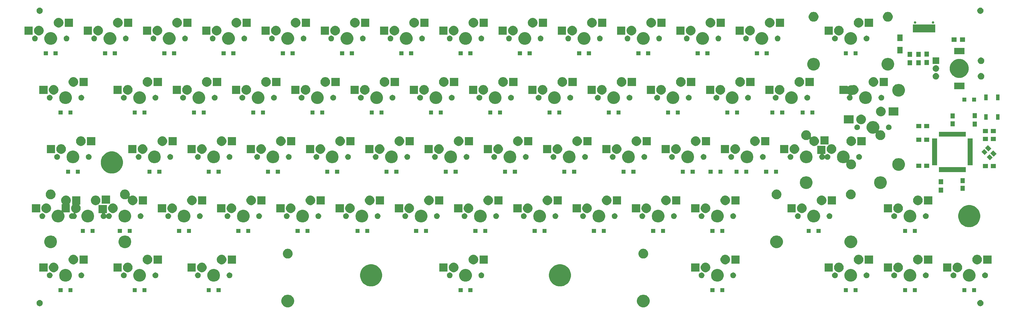
<source format=gbs>
G04 #@! TF.GenerationSoftware,KiCad,Pcbnew,(5.1.0-0)*
G04 #@! TF.CreationDate,2021-01-29T15:13:06+00:00*
G04 #@! TF.ProjectId,PULSE,50554c53-452e-46b6-9963-61645f706362,rev?*
G04 #@! TF.SameCoordinates,Original*
G04 #@! TF.FileFunction,Soldermask,Bot*
G04 #@! TF.FilePolarity,Negative*
%FSLAX46Y46*%
G04 Gerber Fmt 4.6, Leading zero omitted, Abs format (unit mm)*
G04 Created by KiCad (PCBNEW (5.1.0-0)) date 2021-01-29 15:13:06*
%MOMM*%
%LPD*%
G04 APERTURE LIST*
%ADD10C,0.100000*%
G04 APERTURE END LIST*
D10*
G36*
X88702724Y-53913684D02*
G01*
X88920724Y-54003983D01*
X89074873Y-54067833D01*
X89409798Y-54291623D01*
X89694627Y-54576452D01*
X89918417Y-54911377D01*
X89918417Y-54911378D01*
X90072566Y-55283526D01*
X90151150Y-55678594D01*
X90151150Y-56081406D01*
X90072566Y-56476474D01*
X89982267Y-56694474D01*
X89918417Y-56848623D01*
X89694627Y-57183548D01*
X89409798Y-57468377D01*
X89074873Y-57692167D01*
X88920724Y-57756017D01*
X88702724Y-57846316D01*
X88307656Y-57924900D01*
X87904844Y-57924900D01*
X87509776Y-57846316D01*
X87291776Y-57756017D01*
X87137627Y-57692167D01*
X86802702Y-57468377D01*
X86517873Y-57183548D01*
X86294083Y-56848623D01*
X86230233Y-56694474D01*
X86139934Y-56476474D01*
X86061350Y-56081406D01*
X86061350Y-55678594D01*
X86139934Y-55283526D01*
X86294083Y-54911378D01*
X86294083Y-54911377D01*
X86517873Y-54576452D01*
X86802702Y-54291623D01*
X87137627Y-54067833D01*
X87291776Y-54003983D01*
X87509776Y-53913684D01*
X87904844Y-53835100D01*
X88307656Y-53835100D01*
X88702724Y-53913684D01*
X88702724Y-53913684D01*
G37*
G36*
X-25597276Y-53913684D02*
G01*
X-25379276Y-54003983D01*
X-25225127Y-54067833D01*
X-24890202Y-54291623D01*
X-24605373Y-54576452D01*
X-24381583Y-54911377D01*
X-24381583Y-54911378D01*
X-24227434Y-55283526D01*
X-24148850Y-55678594D01*
X-24148850Y-56081406D01*
X-24227434Y-56476474D01*
X-24317733Y-56694474D01*
X-24381583Y-56848623D01*
X-24605373Y-57183548D01*
X-24890202Y-57468377D01*
X-25225127Y-57692167D01*
X-25379276Y-57756017D01*
X-25597276Y-57846316D01*
X-25992344Y-57924900D01*
X-26395156Y-57924900D01*
X-26790224Y-57846316D01*
X-27008224Y-57756017D01*
X-27162373Y-57692167D01*
X-27497298Y-57468377D01*
X-27782127Y-57183548D01*
X-28005917Y-56848623D01*
X-28069767Y-56694474D01*
X-28160066Y-56476474D01*
X-28238650Y-56081406D01*
X-28238650Y-55678594D01*
X-28160066Y-55283526D01*
X-28005917Y-54911378D01*
X-28005917Y-54911377D01*
X-27782127Y-54576452D01*
X-27497298Y-54291623D01*
X-27162373Y-54067833D01*
X-27008224Y-54003983D01*
X-26790224Y-53913684D01*
X-26395156Y-53835100D01*
X-25992344Y-53835100D01*
X-25597276Y-53913684D01*
X-25597276Y-53913684D01*
G37*
G36*
X196676290Y-55579119D02*
G01*
X196740689Y-55591929D01*
X196922678Y-55667311D01*
X197086463Y-55776749D01*
X197225751Y-55916037D01*
X197335189Y-56079822D01*
X197410571Y-56261811D01*
X197449000Y-56455009D01*
X197449000Y-56651991D01*
X197410571Y-56845189D01*
X197335189Y-57027178D01*
X197225751Y-57190963D01*
X197086463Y-57330251D01*
X196922678Y-57439689D01*
X196740689Y-57515071D01*
X196676290Y-57527881D01*
X196547493Y-57553500D01*
X196350507Y-57553500D01*
X196221710Y-57527881D01*
X196157311Y-57515071D01*
X195975322Y-57439689D01*
X195811537Y-57330251D01*
X195672249Y-57190963D01*
X195562811Y-57027178D01*
X195487429Y-56845189D01*
X195449000Y-56651991D01*
X195449000Y-56455009D01*
X195487429Y-56261811D01*
X195562811Y-56079822D01*
X195672249Y-55916037D01*
X195811537Y-55776749D01*
X195975322Y-55667311D01*
X196157311Y-55591929D01*
X196221710Y-55579119D01*
X196350507Y-55553500D01*
X196547493Y-55553500D01*
X196676290Y-55579119D01*
X196676290Y-55579119D01*
G37*
G36*
X-105736110Y-55579119D02*
G01*
X-105671711Y-55591929D01*
X-105489722Y-55667311D01*
X-105325937Y-55776749D01*
X-105186649Y-55916037D01*
X-105077211Y-56079822D01*
X-105001829Y-56261811D01*
X-104963400Y-56455009D01*
X-104963400Y-56651991D01*
X-105001829Y-56845189D01*
X-105077211Y-57027178D01*
X-105186649Y-57190963D01*
X-105325937Y-57330251D01*
X-105489722Y-57439689D01*
X-105671711Y-57515071D01*
X-105736110Y-57527881D01*
X-105864907Y-57553500D01*
X-106061893Y-57553500D01*
X-106190690Y-57527881D01*
X-106255089Y-57515071D01*
X-106437078Y-57439689D01*
X-106600863Y-57330251D01*
X-106740151Y-57190963D01*
X-106849589Y-57027178D01*
X-106924971Y-56845189D01*
X-106963400Y-56651991D01*
X-106963400Y-56455009D01*
X-106924971Y-56261811D01*
X-106849589Y-56079822D01*
X-106740151Y-55916037D01*
X-106600863Y-55776749D01*
X-106437078Y-55667311D01*
X-106255089Y-55591929D01*
X-106190690Y-55579119D01*
X-106061893Y-55553500D01*
X-105864907Y-55553500D01*
X-105736110Y-55579119D01*
X-105736110Y-55579119D01*
G37*
G36*
X157007250Y-53038500D02*
G01*
X155705250Y-53038500D01*
X155705250Y-51736500D01*
X157007250Y-51736500D01*
X157007250Y-53038500D01*
X157007250Y-53038500D01*
G37*
G36*
X153857250Y-53038500D02*
G01*
X152555250Y-53038500D01*
X152555250Y-51736500D01*
X153857250Y-51736500D01*
X153857250Y-53038500D01*
X153857250Y-53038500D01*
G37*
G36*
X114144750Y-53038500D02*
G01*
X112842750Y-53038500D01*
X112842750Y-51736500D01*
X114144750Y-51736500D01*
X114144750Y-53038500D01*
X114144750Y-53038500D01*
G37*
G36*
X110994750Y-53038500D02*
G01*
X109692750Y-53038500D01*
X109692750Y-51736500D01*
X110994750Y-51736500D01*
X110994750Y-53038500D01*
X110994750Y-53038500D01*
G37*
G36*
X33182250Y-53038500D02*
G01*
X31880250Y-53038500D01*
X31880250Y-51736500D01*
X33182250Y-51736500D01*
X33182250Y-53038500D01*
X33182250Y-53038500D01*
G37*
G36*
X30032250Y-53038500D02*
G01*
X28730250Y-53038500D01*
X28730250Y-51736500D01*
X30032250Y-51736500D01*
X30032250Y-53038500D01*
X30032250Y-53038500D01*
G37*
G36*
X-47780250Y-53038500D02*
G01*
X-49082250Y-53038500D01*
X-49082250Y-51736500D01*
X-47780250Y-51736500D01*
X-47780250Y-53038500D01*
X-47780250Y-53038500D01*
G37*
G36*
X-50930250Y-53038500D02*
G01*
X-52232250Y-53038500D01*
X-52232250Y-51736500D01*
X-50930250Y-51736500D01*
X-50930250Y-53038500D01*
X-50930250Y-53038500D01*
G37*
G36*
X-95405250Y-53038500D02*
G01*
X-96707250Y-53038500D01*
X-96707250Y-51736500D01*
X-95405250Y-51736500D01*
X-95405250Y-53038500D01*
X-95405250Y-53038500D01*
G37*
G36*
X-98555250Y-53038500D02*
G01*
X-99857250Y-53038500D01*
X-99857250Y-51736500D01*
X-98555250Y-51736500D01*
X-98555250Y-53038500D01*
X-98555250Y-53038500D01*
G37*
G36*
X195107250Y-53038500D02*
G01*
X193805250Y-53038500D01*
X193805250Y-51736500D01*
X195107250Y-51736500D01*
X195107250Y-53038500D01*
X195107250Y-53038500D01*
G37*
G36*
X191957250Y-53038500D02*
G01*
X190655250Y-53038500D01*
X190655250Y-51736500D01*
X191957250Y-51736500D01*
X191957250Y-53038500D01*
X191957250Y-53038500D01*
G37*
G36*
X176057250Y-53038500D02*
G01*
X174755250Y-53038500D01*
X174755250Y-51736500D01*
X176057250Y-51736500D01*
X176057250Y-53038500D01*
X176057250Y-53038500D01*
G37*
G36*
X172907250Y-53038500D02*
G01*
X171605250Y-53038500D01*
X171605250Y-51736500D01*
X172907250Y-51736500D01*
X172907250Y-53038500D01*
X172907250Y-53038500D01*
G37*
G36*
X-74742688Y-53038456D02*
G01*
X-76044688Y-53038456D01*
X-76044688Y-51736456D01*
X-74742688Y-51736456D01*
X-74742688Y-53038456D01*
X-74742688Y-53038456D01*
G37*
G36*
X-71592688Y-53038456D02*
G01*
X-72894688Y-53038456D01*
X-72894688Y-51736456D01*
X-71592688Y-51736456D01*
X-71592688Y-53038456D01*
X-71592688Y-53038456D01*
G37*
G36*
X1631087Y-44209462D02*
G01*
X1631090Y-44209463D01*
X1631089Y-44209463D01*
X2277329Y-44477144D01*
X2858931Y-44865758D01*
X3353542Y-45360369D01*
X3742156Y-45941971D01*
X3796722Y-46073705D01*
X4009838Y-46588213D01*
X4146300Y-47274256D01*
X4146300Y-47973744D01*
X4009838Y-48659787D01*
X4009837Y-48659789D01*
X3742156Y-49306029D01*
X3353542Y-49887631D01*
X2858931Y-50382242D01*
X2277329Y-50770856D01*
X1820368Y-50960135D01*
X1631087Y-51038538D01*
X945044Y-51175000D01*
X245556Y-51175000D01*
X-440487Y-51038538D01*
X-629768Y-50960135D01*
X-1086729Y-50770856D01*
X-1668331Y-50382242D01*
X-2162942Y-49887631D01*
X-2551556Y-49306029D01*
X-2819237Y-48659789D01*
X-2819238Y-48659787D01*
X-2955700Y-47973744D01*
X-2955700Y-47274256D01*
X-2819238Y-46588213D01*
X-2606122Y-46073705D01*
X-2551556Y-45941971D01*
X-2162942Y-45360369D01*
X-1668331Y-44865758D01*
X-1086729Y-44477144D01*
X-440489Y-44209463D01*
X-440490Y-44209463D01*
X-440487Y-44209462D01*
X245556Y-44073000D01*
X945044Y-44073000D01*
X1631087Y-44209462D01*
X1631087Y-44209462D01*
G37*
G36*
X62351687Y-44209462D02*
G01*
X62351690Y-44209463D01*
X62351689Y-44209463D01*
X62997929Y-44477144D01*
X63579531Y-44865758D01*
X64074142Y-45360369D01*
X64462756Y-45941971D01*
X64517322Y-46073705D01*
X64730438Y-46588213D01*
X64866900Y-47274256D01*
X64866900Y-47973744D01*
X64730438Y-48659787D01*
X64730437Y-48659789D01*
X64462756Y-49306029D01*
X64074142Y-49887631D01*
X63579531Y-50382242D01*
X62997929Y-50770856D01*
X62540968Y-50960135D01*
X62351687Y-51038538D01*
X61665644Y-51175000D01*
X60966156Y-51175000D01*
X60280113Y-51038538D01*
X60090832Y-50960135D01*
X59633871Y-50770856D01*
X59052269Y-50382242D01*
X58557658Y-49887631D01*
X58169044Y-49306029D01*
X57901363Y-48659789D01*
X57901362Y-48659787D01*
X57764900Y-47973744D01*
X57764900Y-47274256D01*
X57901362Y-46588213D01*
X58114478Y-46073705D01*
X58169044Y-45941971D01*
X58557658Y-45360369D01*
X59052269Y-44865758D01*
X59633871Y-44477144D01*
X60280111Y-44209463D01*
X60280110Y-44209463D01*
X60280113Y-44209462D01*
X60966156Y-44073000D01*
X61665644Y-44073000D01*
X62351687Y-44209462D01*
X62351687Y-44209462D01*
G37*
G36*
X174427724Y-45658684D02*
G01*
X174645724Y-45748983D01*
X174799873Y-45812833D01*
X175134798Y-46036623D01*
X175419627Y-46321452D01*
X175643417Y-46656377D01*
X175675812Y-46734586D01*
X175797566Y-47028526D01*
X175876150Y-47423594D01*
X175876150Y-47826406D01*
X175797566Y-48221474D01*
X175746701Y-48344272D01*
X175643417Y-48593623D01*
X175419627Y-48928548D01*
X175134798Y-49213377D01*
X174799873Y-49437167D01*
X174645724Y-49501017D01*
X174427724Y-49591316D01*
X174032656Y-49669900D01*
X173629844Y-49669900D01*
X173234776Y-49591316D01*
X173016776Y-49501017D01*
X172862627Y-49437167D01*
X172527702Y-49213377D01*
X172242873Y-48928548D01*
X172019083Y-48593623D01*
X171915799Y-48344272D01*
X171864934Y-48221474D01*
X171786350Y-47826406D01*
X171786350Y-47423594D01*
X171864934Y-47028526D01*
X171986688Y-46734586D01*
X172019083Y-46656377D01*
X172242873Y-46321452D01*
X172527702Y-46036623D01*
X172862627Y-45812833D01*
X173016776Y-45748983D01*
X173234776Y-45658684D01*
X173629844Y-45580100D01*
X174032656Y-45580100D01*
X174427724Y-45658684D01*
X174427724Y-45658684D01*
G37*
G36*
X155377724Y-45658684D02*
G01*
X155595724Y-45748983D01*
X155749873Y-45812833D01*
X156084798Y-46036623D01*
X156369627Y-46321452D01*
X156593417Y-46656377D01*
X156625812Y-46734586D01*
X156747566Y-47028526D01*
X156826150Y-47423594D01*
X156826150Y-47826406D01*
X156747566Y-48221474D01*
X156696701Y-48344272D01*
X156593417Y-48593623D01*
X156369627Y-48928548D01*
X156084798Y-49213377D01*
X155749873Y-49437167D01*
X155595724Y-49501017D01*
X155377724Y-49591316D01*
X154982656Y-49669900D01*
X154579844Y-49669900D01*
X154184776Y-49591316D01*
X153966776Y-49501017D01*
X153812627Y-49437167D01*
X153477702Y-49213377D01*
X153192873Y-48928548D01*
X152969083Y-48593623D01*
X152865799Y-48344272D01*
X152814934Y-48221474D01*
X152736350Y-47826406D01*
X152736350Y-47423594D01*
X152814934Y-47028526D01*
X152936688Y-46734586D01*
X152969083Y-46656377D01*
X153192873Y-46321452D01*
X153477702Y-46036623D01*
X153812627Y-45812833D01*
X153966776Y-45748983D01*
X154184776Y-45658684D01*
X154579844Y-45580100D01*
X154982656Y-45580100D01*
X155377724Y-45658684D01*
X155377724Y-45658684D01*
G37*
G36*
X193477724Y-45658684D02*
G01*
X193695724Y-45748983D01*
X193849873Y-45812833D01*
X194184798Y-46036623D01*
X194469627Y-46321452D01*
X194693417Y-46656377D01*
X194725812Y-46734586D01*
X194847566Y-47028526D01*
X194926150Y-47423594D01*
X194926150Y-47826406D01*
X194847566Y-48221474D01*
X194796701Y-48344272D01*
X194693417Y-48593623D01*
X194469627Y-48928548D01*
X194184798Y-49213377D01*
X193849873Y-49437167D01*
X193695724Y-49501017D01*
X193477724Y-49591316D01*
X193082656Y-49669900D01*
X192679844Y-49669900D01*
X192284776Y-49591316D01*
X192066776Y-49501017D01*
X191912627Y-49437167D01*
X191577702Y-49213377D01*
X191292873Y-48928548D01*
X191069083Y-48593623D01*
X190965799Y-48344272D01*
X190914934Y-48221474D01*
X190836350Y-47826406D01*
X190836350Y-47423594D01*
X190914934Y-47028526D01*
X191036688Y-46734586D01*
X191069083Y-46656377D01*
X191292873Y-46321452D01*
X191577702Y-46036623D01*
X191912627Y-45812833D01*
X192066776Y-45748983D01*
X192284776Y-45658684D01*
X192679844Y-45580100D01*
X193082656Y-45580100D01*
X193477724Y-45658684D01*
X193477724Y-45658684D01*
G37*
G36*
X112515224Y-45658684D02*
G01*
X112733224Y-45748983D01*
X112887373Y-45812833D01*
X113222298Y-46036623D01*
X113507127Y-46321452D01*
X113730917Y-46656377D01*
X113763312Y-46734586D01*
X113885066Y-47028526D01*
X113963650Y-47423594D01*
X113963650Y-47826406D01*
X113885066Y-48221474D01*
X113834201Y-48344272D01*
X113730917Y-48593623D01*
X113507127Y-48928548D01*
X113222298Y-49213377D01*
X112887373Y-49437167D01*
X112733224Y-49501017D01*
X112515224Y-49591316D01*
X112120156Y-49669900D01*
X111717344Y-49669900D01*
X111322276Y-49591316D01*
X111104276Y-49501017D01*
X110950127Y-49437167D01*
X110615202Y-49213377D01*
X110330373Y-48928548D01*
X110106583Y-48593623D01*
X110003299Y-48344272D01*
X109952434Y-48221474D01*
X109873850Y-47826406D01*
X109873850Y-47423594D01*
X109952434Y-47028526D01*
X110074188Y-46734586D01*
X110106583Y-46656377D01*
X110330373Y-46321452D01*
X110615202Y-46036623D01*
X110950127Y-45812833D01*
X111104276Y-45748983D01*
X111322276Y-45658684D01*
X111717344Y-45580100D01*
X112120156Y-45580100D01*
X112515224Y-45658684D01*
X112515224Y-45658684D01*
G37*
G36*
X31552724Y-45658684D02*
G01*
X31770724Y-45748983D01*
X31924873Y-45812833D01*
X32259798Y-46036623D01*
X32544627Y-46321452D01*
X32768417Y-46656377D01*
X32800812Y-46734586D01*
X32922566Y-47028526D01*
X33001150Y-47423594D01*
X33001150Y-47826406D01*
X32922566Y-48221474D01*
X32871701Y-48344272D01*
X32768417Y-48593623D01*
X32544627Y-48928548D01*
X32259798Y-49213377D01*
X31924873Y-49437167D01*
X31770724Y-49501017D01*
X31552724Y-49591316D01*
X31157656Y-49669900D01*
X30754844Y-49669900D01*
X30359776Y-49591316D01*
X30141776Y-49501017D01*
X29987627Y-49437167D01*
X29652702Y-49213377D01*
X29367873Y-48928548D01*
X29144083Y-48593623D01*
X29040799Y-48344272D01*
X28989934Y-48221474D01*
X28911350Y-47826406D01*
X28911350Y-47423594D01*
X28989934Y-47028526D01*
X29111688Y-46734586D01*
X29144083Y-46656377D01*
X29367873Y-46321452D01*
X29652702Y-46036623D01*
X29987627Y-45812833D01*
X30141776Y-45748983D01*
X30359776Y-45658684D01*
X30754844Y-45580100D01*
X31157656Y-45580100D01*
X31552724Y-45658684D01*
X31552724Y-45658684D01*
G37*
G36*
X-49409776Y-45658684D02*
G01*
X-49191776Y-45748983D01*
X-49037627Y-45812833D01*
X-48702702Y-46036623D01*
X-48417873Y-46321452D01*
X-48194083Y-46656377D01*
X-48161688Y-46734586D01*
X-48039934Y-47028526D01*
X-47961350Y-47423594D01*
X-47961350Y-47826406D01*
X-48039934Y-48221474D01*
X-48090799Y-48344272D01*
X-48194083Y-48593623D01*
X-48417873Y-48928548D01*
X-48702702Y-49213377D01*
X-49037627Y-49437167D01*
X-49191776Y-49501017D01*
X-49409776Y-49591316D01*
X-49804844Y-49669900D01*
X-50207656Y-49669900D01*
X-50602724Y-49591316D01*
X-50820724Y-49501017D01*
X-50974873Y-49437167D01*
X-51309798Y-49213377D01*
X-51594627Y-48928548D01*
X-51818417Y-48593623D01*
X-51921701Y-48344272D01*
X-51972566Y-48221474D01*
X-52051150Y-47826406D01*
X-52051150Y-47423594D01*
X-51972566Y-47028526D01*
X-51850812Y-46734586D01*
X-51818417Y-46656377D01*
X-51594627Y-46321452D01*
X-51309798Y-46036623D01*
X-50974873Y-45812833D01*
X-50820724Y-45748983D01*
X-50602724Y-45658684D01*
X-50207656Y-45580100D01*
X-49804844Y-45580100D01*
X-49409776Y-45658684D01*
X-49409776Y-45658684D01*
G37*
G36*
X-97034776Y-45658684D02*
G01*
X-96816776Y-45748983D01*
X-96662627Y-45812833D01*
X-96327702Y-46036623D01*
X-96042873Y-46321452D01*
X-95819083Y-46656377D01*
X-95786688Y-46734586D01*
X-95664934Y-47028526D01*
X-95586350Y-47423594D01*
X-95586350Y-47826406D01*
X-95664934Y-48221474D01*
X-95715799Y-48344272D01*
X-95819083Y-48593623D01*
X-96042873Y-48928548D01*
X-96327702Y-49213377D01*
X-96662627Y-49437167D01*
X-96816776Y-49501017D01*
X-97034776Y-49591316D01*
X-97429844Y-49669900D01*
X-97832656Y-49669900D01*
X-98227724Y-49591316D01*
X-98445724Y-49501017D01*
X-98599873Y-49437167D01*
X-98934798Y-49213377D01*
X-99219627Y-48928548D01*
X-99443417Y-48593623D01*
X-99546701Y-48344272D01*
X-99597566Y-48221474D01*
X-99676150Y-47826406D01*
X-99676150Y-47423594D01*
X-99597566Y-47028526D01*
X-99475812Y-46734586D01*
X-99443417Y-46656377D01*
X-99219627Y-46321452D01*
X-98934798Y-46036623D01*
X-98599873Y-45812833D01*
X-98445724Y-45748983D01*
X-98227724Y-45658684D01*
X-97832656Y-45580100D01*
X-97429844Y-45580100D01*
X-97034776Y-45658684D01*
X-97034776Y-45658684D01*
G37*
G36*
X-73222214Y-45658644D02*
G01*
X-73004214Y-45748943D01*
X-72850065Y-45812793D01*
X-72515140Y-46036583D01*
X-72230311Y-46321412D01*
X-72006521Y-46656337D01*
X-71945213Y-46804349D01*
X-71852372Y-47028486D01*
X-71773788Y-47423554D01*
X-71773788Y-47826366D01*
X-71852372Y-48221434D01*
X-71942671Y-48439434D01*
X-72006521Y-48593583D01*
X-72230311Y-48928508D01*
X-72515140Y-49213337D01*
X-72850065Y-49437127D01*
X-73004214Y-49500977D01*
X-73222214Y-49591276D01*
X-73617282Y-49669860D01*
X-74020094Y-49669860D01*
X-74415162Y-49591276D01*
X-74633162Y-49500977D01*
X-74787311Y-49437127D01*
X-75122236Y-49213337D01*
X-75407065Y-48928508D01*
X-75630855Y-48593583D01*
X-75694705Y-48439434D01*
X-75785004Y-48221434D01*
X-75863588Y-47826366D01*
X-75863588Y-47423554D01*
X-75785004Y-47028486D01*
X-75692163Y-46804349D01*
X-75630855Y-46656337D01*
X-75407065Y-46321412D01*
X-75122236Y-46036583D01*
X-74787311Y-45812793D01*
X-74633162Y-45748943D01*
X-74415162Y-45658644D01*
X-74020094Y-45580060D01*
X-73617282Y-45580060D01*
X-73222214Y-45658644D01*
X-73222214Y-45658644D01*
G37*
G36*
X107108854Y-46734585D02*
G01*
X107277376Y-46804389D01*
X107429041Y-46905728D01*
X107558022Y-47034709D01*
X107659361Y-47186374D01*
X107729165Y-47354896D01*
X107764750Y-47533797D01*
X107764750Y-47716203D01*
X107729165Y-47895104D01*
X107659361Y-48063626D01*
X107558022Y-48215291D01*
X107429041Y-48344272D01*
X107277376Y-48445611D01*
X107108854Y-48515415D01*
X106929953Y-48551000D01*
X106747547Y-48551000D01*
X106568646Y-48515415D01*
X106400124Y-48445611D01*
X106248459Y-48344272D01*
X106119478Y-48215291D01*
X106018139Y-48063626D01*
X105948335Y-47895104D01*
X105912750Y-47716203D01*
X105912750Y-47533797D01*
X105948335Y-47354896D01*
X106018139Y-47186374D01*
X106119478Y-47034709D01*
X106248459Y-46905728D01*
X106400124Y-46804389D01*
X106568646Y-46734585D01*
X106747547Y-46699000D01*
X106929953Y-46699000D01*
X107108854Y-46734585D01*
X107108854Y-46734585D01*
G37*
G36*
X26146354Y-46734585D02*
G01*
X26314876Y-46804389D01*
X26466541Y-46905728D01*
X26595522Y-47034709D01*
X26696861Y-47186374D01*
X26766665Y-47354896D01*
X26802250Y-47533797D01*
X26802250Y-47716203D01*
X26766665Y-47895104D01*
X26696861Y-48063626D01*
X26595522Y-48215291D01*
X26466541Y-48344272D01*
X26314876Y-48445611D01*
X26146354Y-48515415D01*
X25967453Y-48551000D01*
X25785047Y-48551000D01*
X25606146Y-48515415D01*
X25437624Y-48445611D01*
X25285959Y-48344272D01*
X25156978Y-48215291D01*
X25055639Y-48063626D01*
X24985835Y-47895104D01*
X24950250Y-47716203D01*
X24950250Y-47533797D01*
X24985835Y-47354896D01*
X25055639Y-47186374D01*
X25156978Y-47034709D01*
X25285959Y-46905728D01*
X25437624Y-46804389D01*
X25606146Y-46734585D01*
X25785047Y-46699000D01*
X25967453Y-46699000D01*
X26146354Y-46734585D01*
X26146354Y-46734585D01*
G37*
G36*
X36306354Y-46734585D02*
G01*
X36474876Y-46804389D01*
X36626541Y-46905728D01*
X36755522Y-47034709D01*
X36856861Y-47186374D01*
X36926665Y-47354896D01*
X36962250Y-47533797D01*
X36962250Y-47716203D01*
X36926665Y-47895104D01*
X36856861Y-48063626D01*
X36755522Y-48215291D01*
X36626541Y-48344272D01*
X36474876Y-48445611D01*
X36306354Y-48515415D01*
X36127453Y-48551000D01*
X35945047Y-48551000D01*
X35766146Y-48515415D01*
X35597624Y-48445611D01*
X35445959Y-48344272D01*
X35316978Y-48215291D01*
X35215639Y-48063626D01*
X35145835Y-47895104D01*
X35110250Y-47716203D01*
X35110250Y-47533797D01*
X35145835Y-47354896D01*
X35215639Y-47186374D01*
X35316978Y-47034709D01*
X35445959Y-46905728D01*
X35597624Y-46804389D01*
X35766146Y-46734585D01*
X35945047Y-46699000D01*
X36127453Y-46699000D01*
X36306354Y-46734585D01*
X36306354Y-46734585D01*
G37*
G36*
X-54816146Y-46734585D02*
G01*
X-54647624Y-46804389D01*
X-54495959Y-46905728D01*
X-54366978Y-47034709D01*
X-54265639Y-47186374D01*
X-54195835Y-47354896D01*
X-54160250Y-47533797D01*
X-54160250Y-47716203D01*
X-54195835Y-47895104D01*
X-54265639Y-48063626D01*
X-54366978Y-48215291D01*
X-54495959Y-48344272D01*
X-54647624Y-48445611D01*
X-54816146Y-48515415D01*
X-54995047Y-48551000D01*
X-55177453Y-48551000D01*
X-55356354Y-48515415D01*
X-55524876Y-48445611D01*
X-55676541Y-48344272D01*
X-55805522Y-48215291D01*
X-55906861Y-48063626D01*
X-55976665Y-47895104D01*
X-56012250Y-47716203D01*
X-56012250Y-47533797D01*
X-55976665Y-47354896D01*
X-55906861Y-47186374D01*
X-55805522Y-47034709D01*
X-55676541Y-46905728D01*
X-55524876Y-46804389D01*
X-55356354Y-46734585D01*
X-55177453Y-46699000D01*
X-54995047Y-46699000D01*
X-54816146Y-46734585D01*
X-54816146Y-46734585D01*
G37*
G36*
X169021354Y-46734585D02*
G01*
X169189876Y-46804389D01*
X169341541Y-46905728D01*
X169470522Y-47034709D01*
X169571861Y-47186374D01*
X169641665Y-47354896D01*
X169677250Y-47533797D01*
X169677250Y-47716203D01*
X169641665Y-47895104D01*
X169571861Y-48063626D01*
X169470522Y-48215291D01*
X169341541Y-48344272D01*
X169189876Y-48445611D01*
X169021354Y-48515415D01*
X168842453Y-48551000D01*
X168660047Y-48551000D01*
X168481146Y-48515415D01*
X168312624Y-48445611D01*
X168160959Y-48344272D01*
X168031978Y-48215291D01*
X167930639Y-48063626D01*
X167860835Y-47895104D01*
X167825250Y-47716203D01*
X167825250Y-47533797D01*
X167860835Y-47354896D01*
X167930639Y-47186374D01*
X168031978Y-47034709D01*
X168160959Y-46905728D01*
X168312624Y-46804389D01*
X168481146Y-46734585D01*
X168660047Y-46699000D01*
X168842453Y-46699000D01*
X169021354Y-46734585D01*
X169021354Y-46734585D01*
G37*
G36*
X-92281146Y-46734585D02*
G01*
X-92112624Y-46804389D01*
X-91960959Y-46905728D01*
X-91831978Y-47034709D01*
X-91730639Y-47186374D01*
X-91660835Y-47354896D01*
X-91625250Y-47533797D01*
X-91625250Y-47716203D01*
X-91660835Y-47895104D01*
X-91730639Y-48063626D01*
X-91831978Y-48215291D01*
X-91960959Y-48344272D01*
X-92112624Y-48445611D01*
X-92281146Y-48515415D01*
X-92460047Y-48551000D01*
X-92642453Y-48551000D01*
X-92821354Y-48515415D01*
X-92989876Y-48445611D01*
X-93141541Y-48344272D01*
X-93270522Y-48215291D01*
X-93371861Y-48063626D01*
X-93441665Y-47895104D01*
X-93477250Y-47716203D01*
X-93477250Y-47533797D01*
X-93441665Y-47354896D01*
X-93371861Y-47186374D01*
X-93270522Y-47034709D01*
X-93141541Y-46905728D01*
X-92989876Y-46804389D01*
X-92821354Y-46734585D01*
X-92642453Y-46699000D01*
X-92460047Y-46699000D01*
X-92281146Y-46734585D01*
X-92281146Y-46734585D01*
G37*
G36*
X179181354Y-46734585D02*
G01*
X179349876Y-46804389D01*
X179501541Y-46905728D01*
X179630522Y-47034709D01*
X179731861Y-47186374D01*
X179801665Y-47354896D01*
X179837250Y-47533797D01*
X179837250Y-47716203D01*
X179801665Y-47895104D01*
X179731861Y-48063626D01*
X179630522Y-48215291D01*
X179501541Y-48344272D01*
X179349876Y-48445611D01*
X179181354Y-48515415D01*
X179002453Y-48551000D01*
X178820047Y-48551000D01*
X178641146Y-48515415D01*
X178472624Y-48445611D01*
X178320959Y-48344272D01*
X178191978Y-48215291D01*
X178090639Y-48063626D01*
X178020835Y-47895104D01*
X177985250Y-47716203D01*
X177985250Y-47533797D01*
X178020835Y-47354896D01*
X178090639Y-47186374D01*
X178191978Y-47034709D01*
X178320959Y-46905728D01*
X178472624Y-46804389D01*
X178641146Y-46734585D01*
X178820047Y-46699000D01*
X179002453Y-46699000D01*
X179181354Y-46734585D01*
X179181354Y-46734585D01*
G37*
G36*
X-102441146Y-46734585D02*
G01*
X-102272624Y-46804389D01*
X-102120959Y-46905728D01*
X-101991978Y-47034709D01*
X-101890639Y-47186374D01*
X-101820835Y-47354896D01*
X-101785250Y-47533797D01*
X-101785250Y-47716203D01*
X-101820835Y-47895104D01*
X-101890639Y-48063626D01*
X-101991978Y-48215291D01*
X-102120959Y-48344272D01*
X-102272624Y-48445611D01*
X-102441146Y-48515415D01*
X-102620047Y-48551000D01*
X-102802453Y-48551000D01*
X-102981354Y-48515415D01*
X-103149876Y-48445611D01*
X-103301541Y-48344272D01*
X-103430522Y-48215291D01*
X-103531861Y-48063626D01*
X-103601665Y-47895104D01*
X-103637250Y-47716203D01*
X-103637250Y-47533797D01*
X-103601665Y-47354896D01*
X-103531861Y-47186374D01*
X-103430522Y-47034709D01*
X-103301541Y-46905728D01*
X-103149876Y-46804389D01*
X-102981354Y-46734585D01*
X-102802453Y-46699000D01*
X-102620047Y-46699000D01*
X-102441146Y-46734585D01*
X-102441146Y-46734585D01*
G37*
G36*
X198231354Y-46734585D02*
G01*
X198399876Y-46804389D01*
X198551541Y-46905728D01*
X198680522Y-47034709D01*
X198781861Y-47186374D01*
X198851665Y-47354896D01*
X198887250Y-47533797D01*
X198887250Y-47716203D01*
X198851665Y-47895104D01*
X198781861Y-48063626D01*
X198680522Y-48215291D01*
X198551541Y-48344272D01*
X198399876Y-48445611D01*
X198231354Y-48515415D01*
X198052453Y-48551000D01*
X197870047Y-48551000D01*
X197691146Y-48515415D01*
X197522624Y-48445611D01*
X197370959Y-48344272D01*
X197241978Y-48215291D01*
X197140639Y-48063626D01*
X197070835Y-47895104D01*
X197035250Y-47716203D01*
X197035250Y-47533797D01*
X197070835Y-47354896D01*
X197140639Y-47186374D01*
X197241978Y-47034709D01*
X197370959Y-46905728D01*
X197522624Y-46804389D01*
X197691146Y-46734585D01*
X197870047Y-46699000D01*
X198052453Y-46699000D01*
X198231354Y-46734585D01*
X198231354Y-46734585D01*
G37*
G36*
X188071354Y-46734585D02*
G01*
X188239876Y-46804389D01*
X188391541Y-46905728D01*
X188520522Y-47034709D01*
X188621861Y-47186374D01*
X188691665Y-47354896D01*
X188727250Y-47533797D01*
X188727250Y-47716203D01*
X188691665Y-47895104D01*
X188621861Y-48063626D01*
X188520522Y-48215291D01*
X188391541Y-48344272D01*
X188239876Y-48445611D01*
X188071354Y-48515415D01*
X187892453Y-48551000D01*
X187710047Y-48551000D01*
X187531146Y-48515415D01*
X187362624Y-48445611D01*
X187210959Y-48344272D01*
X187081978Y-48215291D01*
X186980639Y-48063626D01*
X186910835Y-47895104D01*
X186875250Y-47716203D01*
X186875250Y-47533797D01*
X186910835Y-47354896D01*
X186980639Y-47186374D01*
X187081978Y-47034709D01*
X187210959Y-46905728D01*
X187362624Y-46804389D01*
X187531146Y-46734585D01*
X187710047Y-46699000D01*
X187892453Y-46699000D01*
X188071354Y-46734585D01*
X188071354Y-46734585D01*
G37*
G36*
X149971354Y-46734585D02*
G01*
X150139876Y-46804389D01*
X150291541Y-46905728D01*
X150420522Y-47034709D01*
X150521861Y-47186374D01*
X150591665Y-47354896D01*
X150627250Y-47533797D01*
X150627250Y-47716203D01*
X150591665Y-47895104D01*
X150521861Y-48063626D01*
X150420522Y-48215291D01*
X150291541Y-48344272D01*
X150139876Y-48445611D01*
X149971354Y-48515415D01*
X149792453Y-48551000D01*
X149610047Y-48551000D01*
X149431146Y-48515415D01*
X149262624Y-48445611D01*
X149110959Y-48344272D01*
X148981978Y-48215291D01*
X148880639Y-48063626D01*
X148810835Y-47895104D01*
X148775250Y-47716203D01*
X148775250Y-47533797D01*
X148810835Y-47354896D01*
X148880639Y-47186374D01*
X148981978Y-47034709D01*
X149110959Y-46905728D01*
X149262624Y-46804389D01*
X149431146Y-46734585D01*
X149610047Y-46699000D01*
X149792453Y-46699000D01*
X149971354Y-46734585D01*
X149971354Y-46734585D01*
G37*
G36*
X-44656146Y-46734585D02*
G01*
X-44487624Y-46804389D01*
X-44335959Y-46905728D01*
X-44206978Y-47034709D01*
X-44105639Y-47186374D01*
X-44035835Y-47354896D01*
X-44000250Y-47533797D01*
X-44000250Y-47716203D01*
X-44035835Y-47895104D01*
X-44105639Y-48063626D01*
X-44206978Y-48215291D01*
X-44335959Y-48344272D01*
X-44487624Y-48445611D01*
X-44656146Y-48515415D01*
X-44835047Y-48551000D01*
X-45017453Y-48551000D01*
X-45196354Y-48515415D01*
X-45364876Y-48445611D01*
X-45516541Y-48344272D01*
X-45645522Y-48215291D01*
X-45746861Y-48063626D01*
X-45816665Y-47895104D01*
X-45852250Y-47716203D01*
X-45852250Y-47533797D01*
X-45816665Y-47354896D01*
X-45746861Y-47186374D01*
X-45645522Y-47034709D01*
X-45516541Y-46905728D01*
X-45364876Y-46804389D01*
X-45196354Y-46734585D01*
X-45017453Y-46699000D01*
X-44835047Y-46699000D01*
X-44656146Y-46734585D01*
X-44656146Y-46734585D01*
G37*
G36*
X160131354Y-46734585D02*
G01*
X160299876Y-46804389D01*
X160451541Y-46905728D01*
X160580522Y-47034709D01*
X160681861Y-47186374D01*
X160751665Y-47354896D01*
X160787250Y-47533797D01*
X160787250Y-47716203D01*
X160751665Y-47895104D01*
X160681861Y-48063626D01*
X160580522Y-48215291D01*
X160451541Y-48344272D01*
X160299876Y-48445611D01*
X160131354Y-48515415D01*
X159952453Y-48551000D01*
X159770047Y-48551000D01*
X159591146Y-48515415D01*
X159422624Y-48445611D01*
X159270959Y-48344272D01*
X159141978Y-48215291D01*
X159040639Y-48063626D01*
X158970835Y-47895104D01*
X158935250Y-47716203D01*
X158935250Y-47533797D01*
X158970835Y-47354896D01*
X159040639Y-47186374D01*
X159141978Y-47034709D01*
X159270959Y-46905728D01*
X159422624Y-46804389D01*
X159591146Y-46734585D01*
X159770047Y-46699000D01*
X159952453Y-46699000D01*
X160131354Y-46734585D01*
X160131354Y-46734585D01*
G37*
G36*
X117268854Y-46734585D02*
G01*
X117437376Y-46804389D01*
X117589041Y-46905728D01*
X117718022Y-47034709D01*
X117819361Y-47186374D01*
X117889165Y-47354896D01*
X117924750Y-47533797D01*
X117924750Y-47716203D01*
X117889165Y-47895104D01*
X117819361Y-48063626D01*
X117718022Y-48215291D01*
X117589041Y-48344272D01*
X117437376Y-48445611D01*
X117268854Y-48515415D01*
X117089953Y-48551000D01*
X116907547Y-48551000D01*
X116728646Y-48515415D01*
X116560124Y-48445611D01*
X116408459Y-48344272D01*
X116279478Y-48215291D01*
X116178139Y-48063626D01*
X116108335Y-47895104D01*
X116072750Y-47716203D01*
X116072750Y-47533797D01*
X116108335Y-47354896D01*
X116178139Y-47186374D01*
X116279478Y-47034709D01*
X116408459Y-46905728D01*
X116560124Y-46804389D01*
X116728646Y-46734585D01*
X116907547Y-46699000D01*
X117089953Y-46699000D01*
X117268854Y-46734585D01*
X117268854Y-46734585D01*
G37*
G36*
X-68468584Y-46734545D02*
G01*
X-68300062Y-46804349D01*
X-68148397Y-46905688D01*
X-68019416Y-47034669D01*
X-67918077Y-47186334D01*
X-67848273Y-47354856D01*
X-67812688Y-47533757D01*
X-67812688Y-47716163D01*
X-67848273Y-47895064D01*
X-67918077Y-48063586D01*
X-68019416Y-48215251D01*
X-68148397Y-48344232D01*
X-68300062Y-48445571D01*
X-68468584Y-48515375D01*
X-68647485Y-48550960D01*
X-68829891Y-48550960D01*
X-69008792Y-48515375D01*
X-69177314Y-48445571D01*
X-69328979Y-48344232D01*
X-69457960Y-48215251D01*
X-69559299Y-48063586D01*
X-69629103Y-47895064D01*
X-69664688Y-47716163D01*
X-69664688Y-47533757D01*
X-69629103Y-47354856D01*
X-69559299Y-47186334D01*
X-69457960Y-47034669D01*
X-69328979Y-46905688D01*
X-69177314Y-46804349D01*
X-69008792Y-46734545D01*
X-68829891Y-46698960D01*
X-68647485Y-46698960D01*
X-68468584Y-46734545D01*
X-68468584Y-46734545D01*
G37*
G36*
X-78628584Y-46734545D02*
G01*
X-78460062Y-46804349D01*
X-78308397Y-46905688D01*
X-78179416Y-47034669D01*
X-78078077Y-47186334D01*
X-78008273Y-47354856D01*
X-77972688Y-47533757D01*
X-77972688Y-47716163D01*
X-78008273Y-47895064D01*
X-78078077Y-48063586D01*
X-78179416Y-48215251D01*
X-78308397Y-48344232D01*
X-78460062Y-48445571D01*
X-78628584Y-48515375D01*
X-78807485Y-48550960D01*
X-78989891Y-48550960D01*
X-79168792Y-48515375D01*
X-79337314Y-48445571D01*
X-79488979Y-48344232D01*
X-79617960Y-48215251D01*
X-79719299Y-48063586D01*
X-79789103Y-47895064D01*
X-79824688Y-47716163D01*
X-79824688Y-47533757D01*
X-79789103Y-47354856D01*
X-79719299Y-47186334D01*
X-79617960Y-47034669D01*
X-79488979Y-46905688D01*
X-79337314Y-46804349D01*
X-79168792Y-46734545D01*
X-78989891Y-46698960D01*
X-78807485Y-46698960D01*
X-78628584Y-46734545D01*
X-78628584Y-46734545D01*
G37*
G36*
X108411335Y-43563802D02*
G01*
X108561160Y-43593604D01*
X108843424Y-43710521D01*
X109097455Y-43880259D01*
X109313491Y-44096295D01*
X109483229Y-44350326D01*
X109600146Y-44632590D01*
X109659750Y-44932240D01*
X109659750Y-45237760D01*
X109600146Y-45537410D01*
X109483229Y-45819674D01*
X109313491Y-46073705D01*
X109097455Y-46289741D01*
X108843424Y-46459479D01*
X108561160Y-46576396D01*
X108411335Y-46606198D01*
X108261511Y-46636000D01*
X107955989Y-46636000D01*
X107806165Y-46606198D01*
X107656340Y-46576396D01*
X107374076Y-46459479D01*
X107120045Y-46289741D01*
X106904009Y-46073705D01*
X106734271Y-45819674D01*
X106617354Y-45537410D01*
X106557750Y-45237760D01*
X106557750Y-44932240D01*
X106617354Y-44632590D01*
X106734271Y-44350326D01*
X106904009Y-44096295D01*
X107120045Y-43880259D01*
X107374076Y-43710521D01*
X107656340Y-43593604D01*
X107806165Y-43563802D01*
X107955989Y-43534000D01*
X108261511Y-43534000D01*
X108411335Y-43563802D01*
X108411335Y-43563802D01*
G37*
G36*
X27448835Y-43563802D02*
G01*
X27598660Y-43593604D01*
X27880924Y-43710521D01*
X28134955Y-43880259D01*
X28350991Y-44096295D01*
X28520729Y-44350326D01*
X28637646Y-44632590D01*
X28697250Y-44932240D01*
X28697250Y-45237760D01*
X28637646Y-45537410D01*
X28520729Y-45819674D01*
X28350991Y-46073705D01*
X28134955Y-46289741D01*
X27880924Y-46459479D01*
X27598660Y-46576396D01*
X27448835Y-46606198D01*
X27299011Y-46636000D01*
X26993489Y-46636000D01*
X26843665Y-46606198D01*
X26693840Y-46576396D01*
X26411576Y-46459479D01*
X26157545Y-46289741D01*
X25941509Y-46073705D01*
X25771771Y-45819674D01*
X25654854Y-45537410D01*
X25595250Y-45237760D01*
X25595250Y-44932240D01*
X25654854Y-44632590D01*
X25771771Y-44350326D01*
X25941509Y-44096295D01*
X26157545Y-43880259D01*
X26411576Y-43710521D01*
X26693840Y-43593604D01*
X26843665Y-43563802D01*
X26993489Y-43534000D01*
X27299011Y-43534000D01*
X27448835Y-43563802D01*
X27448835Y-43563802D01*
G37*
G36*
X170323835Y-43563802D02*
G01*
X170473660Y-43593604D01*
X170755924Y-43710521D01*
X171009955Y-43880259D01*
X171225991Y-44096295D01*
X171395729Y-44350326D01*
X171512646Y-44632590D01*
X171572250Y-44932240D01*
X171572250Y-45237760D01*
X171512646Y-45537410D01*
X171395729Y-45819674D01*
X171225991Y-46073705D01*
X171009955Y-46289741D01*
X170755924Y-46459479D01*
X170473660Y-46576396D01*
X170323835Y-46606198D01*
X170174011Y-46636000D01*
X169868489Y-46636000D01*
X169718665Y-46606198D01*
X169568840Y-46576396D01*
X169286576Y-46459479D01*
X169032545Y-46289741D01*
X168816509Y-46073705D01*
X168646771Y-45819674D01*
X168529854Y-45537410D01*
X168470250Y-45237760D01*
X168470250Y-44932240D01*
X168529854Y-44632590D01*
X168646771Y-44350326D01*
X168816509Y-44096295D01*
X169032545Y-43880259D01*
X169286576Y-43710521D01*
X169568840Y-43593604D01*
X169718665Y-43563802D01*
X169868489Y-43534000D01*
X170174011Y-43534000D01*
X170323835Y-43563802D01*
X170323835Y-43563802D01*
G37*
G36*
X-101138665Y-43563802D02*
G01*
X-100988840Y-43593604D01*
X-100706576Y-43710521D01*
X-100452545Y-43880259D01*
X-100236509Y-44096295D01*
X-100066771Y-44350326D01*
X-99949854Y-44632590D01*
X-99890250Y-44932240D01*
X-99890250Y-45237760D01*
X-99949854Y-45537410D01*
X-100066771Y-45819674D01*
X-100236509Y-46073705D01*
X-100452545Y-46289741D01*
X-100706576Y-46459479D01*
X-100988840Y-46576396D01*
X-101138665Y-46606198D01*
X-101288489Y-46636000D01*
X-101594011Y-46636000D01*
X-101743835Y-46606198D01*
X-101893660Y-46576396D01*
X-102175924Y-46459479D01*
X-102429955Y-46289741D01*
X-102645991Y-46073705D01*
X-102815729Y-45819674D01*
X-102932646Y-45537410D01*
X-102992250Y-45237760D01*
X-102992250Y-44932240D01*
X-102932646Y-44632590D01*
X-102815729Y-44350326D01*
X-102645991Y-44096295D01*
X-102429955Y-43880259D01*
X-102175924Y-43710521D01*
X-101893660Y-43593604D01*
X-101743835Y-43563802D01*
X-101594011Y-43534000D01*
X-101288489Y-43534000D01*
X-101138665Y-43563802D01*
X-101138665Y-43563802D01*
G37*
G36*
X-53513665Y-43563802D02*
G01*
X-53363840Y-43593604D01*
X-53081576Y-43710521D01*
X-52827545Y-43880259D01*
X-52611509Y-44096295D01*
X-52441771Y-44350326D01*
X-52324854Y-44632590D01*
X-52265250Y-44932240D01*
X-52265250Y-45237760D01*
X-52324854Y-45537410D01*
X-52441771Y-45819674D01*
X-52611509Y-46073705D01*
X-52827545Y-46289741D01*
X-53081576Y-46459479D01*
X-53363840Y-46576396D01*
X-53513665Y-46606198D01*
X-53663489Y-46636000D01*
X-53969011Y-46636000D01*
X-54118835Y-46606198D01*
X-54268660Y-46576396D01*
X-54550924Y-46459479D01*
X-54804955Y-46289741D01*
X-55020991Y-46073705D01*
X-55190729Y-45819674D01*
X-55307646Y-45537410D01*
X-55367250Y-45237760D01*
X-55367250Y-44932240D01*
X-55307646Y-44632590D01*
X-55190729Y-44350326D01*
X-55020991Y-44096295D01*
X-54804955Y-43880259D01*
X-54550924Y-43710521D01*
X-54268660Y-43593604D01*
X-54118835Y-43563802D01*
X-53969011Y-43534000D01*
X-53663489Y-43534000D01*
X-53513665Y-43563802D01*
X-53513665Y-43563802D01*
G37*
G36*
X151273835Y-43563802D02*
G01*
X151423660Y-43593604D01*
X151705924Y-43710521D01*
X151959955Y-43880259D01*
X152175991Y-44096295D01*
X152345729Y-44350326D01*
X152462646Y-44632590D01*
X152522250Y-44932240D01*
X152522250Y-45237760D01*
X152462646Y-45537410D01*
X152345729Y-45819674D01*
X152175991Y-46073705D01*
X151959955Y-46289741D01*
X151705924Y-46459479D01*
X151423660Y-46576396D01*
X151273835Y-46606198D01*
X151124011Y-46636000D01*
X150818489Y-46636000D01*
X150668665Y-46606198D01*
X150518840Y-46576396D01*
X150236576Y-46459479D01*
X149982545Y-46289741D01*
X149766509Y-46073705D01*
X149596771Y-45819674D01*
X149479854Y-45537410D01*
X149420250Y-45237760D01*
X149420250Y-44932240D01*
X149479854Y-44632590D01*
X149596771Y-44350326D01*
X149766509Y-44096295D01*
X149982545Y-43880259D01*
X150236576Y-43710521D01*
X150518840Y-43593604D01*
X150668665Y-43563802D01*
X150818489Y-43534000D01*
X151124011Y-43534000D01*
X151273835Y-43563802D01*
X151273835Y-43563802D01*
G37*
G36*
X189373835Y-43563802D02*
G01*
X189523660Y-43593604D01*
X189805924Y-43710521D01*
X190059955Y-43880259D01*
X190275991Y-44096295D01*
X190445729Y-44350326D01*
X190562646Y-44632590D01*
X190622250Y-44932240D01*
X190622250Y-45237760D01*
X190562646Y-45537410D01*
X190445729Y-45819674D01*
X190275991Y-46073705D01*
X190059955Y-46289741D01*
X189805924Y-46459479D01*
X189523660Y-46576396D01*
X189373835Y-46606198D01*
X189224011Y-46636000D01*
X188918489Y-46636000D01*
X188768665Y-46606198D01*
X188618840Y-46576396D01*
X188336576Y-46459479D01*
X188082545Y-46289741D01*
X187866509Y-46073705D01*
X187696771Y-45819674D01*
X187579854Y-45537410D01*
X187520250Y-45237760D01*
X187520250Y-44932240D01*
X187579854Y-44632590D01*
X187696771Y-44350326D01*
X187866509Y-44096295D01*
X188082545Y-43880259D01*
X188336576Y-43710521D01*
X188618840Y-43593604D01*
X188768665Y-43563802D01*
X188918489Y-43534000D01*
X189224011Y-43534000D01*
X189373835Y-43563802D01*
X189373835Y-43563802D01*
G37*
G36*
X-77326103Y-43563762D02*
G01*
X-77176278Y-43593564D01*
X-76894014Y-43710481D01*
X-76639983Y-43880219D01*
X-76423947Y-44096255D01*
X-76254209Y-44350286D01*
X-76137292Y-44632550D01*
X-76077688Y-44932200D01*
X-76077688Y-45237720D01*
X-76137292Y-45537370D01*
X-76254209Y-45819634D01*
X-76423947Y-46073665D01*
X-76639983Y-46289701D01*
X-76894014Y-46459439D01*
X-77176278Y-46576356D01*
X-77326103Y-46606158D01*
X-77475927Y-46635960D01*
X-77781449Y-46635960D01*
X-77931273Y-46606158D01*
X-78081098Y-46576356D01*
X-78363362Y-46459439D01*
X-78617393Y-46289701D01*
X-78833429Y-46073665D01*
X-79003167Y-45819634D01*
X-79120084Y-45537370D01*
X-79179688Y-45237720D01*
X-79179688Y-44932200D01*
X-79120084Y-44632550D01*
X-79003167Y-44350286D01*
X-78833429Y-44096255D01*
X-78617393Y-43880219D01*
X-78363362Y-43710481D01*
X-78081098Y-43593564D01*
X-77931273Y-43563762D01*
X-77781449Y-43533960D01*
X-77475927Y-43533960D01*
X-77326103Y-43563762D01*
X-77326103Y-43563762D01*
G37*
G36*
X149022250Y-46386000D02*
G01*
X146370250Y-46386000D01*
X146370250Y-43784000D01*
X149022250Y-43784000D01*
X149022250Y-46386000D01*
X149022250Y-46386000D01*
G37*
G36*
X-55765250Y-46386000D02*
G01*
X-58417250Y-46386000D01*
X-58417250Y-43784000D01*
X-55765250Y-43784000D01*
X-55765250Y-46386000D01*
X-55765250Y-46386000D01*
G37*
G36*
X106159750Y-46386000D02*
G01*
X103507750Y-46386000D01*
X103507750Y-43784000D01*
X106159750Y-43784000D01*
X106159750Y-46386000D01*
X106159750Y-46386000D01*
G37*
G36*
X25197250Y-46386000D02*
G01*
X22545250Y-46386000D01*
X22545250Y-43784000D01*
X25197250Y-43784000D01*
X25197250Y-46386000D01*
X25197250Y-46386000D01*
G37*
G36*
X187122250Y-46386000D02*
G01*
X184470250Y-46386000D01*
X184470250Y-43784000D01*
X187122250Y-43784000D01*
X187122250Y-46386000D01*
X187122250Y-46386000D01*
G37*
G36*
X168072250Y-46386000D02*
G01*
X165420250Y-46386000D01*
X165420250Y-43784000D01*
X168072250Y-43784000D01*
X168072250Y-46386000D01*
X168072250Y-46386000D01*
G37*
G36*
X-103390250Y-46386000D02*
G01*
X-106042250Y-46386000D01*
X-106042250Y-43784000D01*
X-103390250Y-43784000D01*
X-103390250Y-46386000D01*
X-103390250Y-46386000D01*
G37*
G36*
X-79577688Y-46385960D02*
G01*
X-82229688Y-46385960D01*
X-82229688Y-43783960D01*
X-79577688Y-43783960D01*
X-79577688Y-46385960D01*
X-79577688Y-46385960D01*
G37*
G36*
X195723835Y-41023802D02*
G01*
X195873660Y-41053604D01*
X196155924Y-41170521D01*
X196409955Y-41340259D01*
X196625991Y-41556295D01*
X196795729Y-41810326D01*
X196912646Y-42092590D01*
X196972250Y-42392240D01*
X196972250Y-42697760D01*
X196912646Y-42997410D01*
X196795729Y-43279674D01*
X196625991Y-43533705D01*
X196409955Y-43749741D01*
X196155924Y-43919479D01*
X195873660Y-44036396D01*
X195723835Y-44066198D01*
X195574011Y-44096000D01*
X195268489Y-44096000D01*
X195118665Y-44066198D01*
X194968840Y-44036396D01*
X194686576Y-43919479D01*
X194432545Y-43749741D01*
X194216509Y-43533705D01*
X194046771Y-43279674D01*
X193929854Y-42997410D01*
X193870250Y-42697760D01*
X193870250Y-42392240D01*
X193929854Y-42092590D01*
X194046771Y-41810326D01*
X194216509Y-41556295D01*
X194432545Y-41340259D01*
X194686576Y-41170521D01*
X194968840Y-41053604D01*
X195118665Y-41023802D01*
X195268489Y-40994000D01*
X195574011Y-40994000D01*
X195723835Y-41023802D01*
X195723835Y-41023802D01*
G37*
G36*
X176673835Y-41023802D02*
G01*
X176823660Y-41053604D01*
X177105924Y-41170521D01*
X177359955Y-41340259D01*
X177575991Y-41556295D01*
X177745729Y-41810326D01*
X177862646Y-42092590D01*
X177922250Y-42392240D01*
X177922250Y-42697760D01*
X177862646Y-42997410D01*
X177745729Y-43279674D01*
X177575991Y-43533705D01*
X177359955Y-43749741D01*
X177105924Y-43919479D01*
X176823660Y-44036396D01*
X176673835Y-44066198D01*
X176524011Y-44096000D01*
X176218489Y-44096000D01*
X176068665Y-44066198D01*
X175918840Y-44036396D01*
X175636576Y-43919479D01*
X175382545Y-43749741D01*
X175166509Y-43533705D01*
X174996771Y-43279674D01*
X174879854Y-42997410D01*
X174820250Y-42697760D01*
X174820250Y-42392240D01*
X174879854Y-42092590D01*
X174996771Y-41810326D01*
X175166509Y-41556295D01*
X175382545Y-41340259D01*
X175636576Y-41170521D01*
X175918840Y-41053604D01*
X176068665Y-41023802D01*
X176218489Y-40994000D01*
X176524011Y-40994000D01*
X176673835Y-41023802D01*
X176673835Y-41023802D01*
G37*
G36*
X157623835Y-41023802D02*
G01*
X157773660Y-41053604D01*
X158055924Y-41170521D01*
X158309955Y-41340259D01*
X158525991Y-41556295D01*
X158695729Y-41810326D01*
X158812646Y-42092590D01*
X158872250Y-42392240D01*
X158872250Y-42697760D01*
X158812646Y-42997410D01*
X158695729Y-43279674D01*
X158525991Y-43533705D01*
X158309955Y-43749741D01*
X158055924Y-43919479D01*
X157773660Y-44036396D01*
X157623835Y-44066198D01*
X157474011Y-44096000D01*
X157168489Y-44096000D01*
X157018665Y-44066198D01*
X156868840Y-44036396D01*
X156586576Y-43919479D01*
X156332545Y-43749741D01*
X156116509Y-43533705D01*
X155946771Y-43279674D01*
X155829854Y-42997410D01*
X155770250Y-42697760D01*
X155770250Y-42392240D01*
X155829854Y-42092590D01*
X155946771Y-41810326D01*
X156116509Y-41556295D01*
X156332545Y-41340259D01*
X156586576Y-41170521D01*
X156868840Y-41053604D01*
X157018665Y-41023802D01*
X157168489Y-40994000D01*
X157474011Y-40994000D01*
X157623835Y-41023802D01*
X157623835Y-41023802D01*
G37*
G36*
X114761335Y-41023802D02*
G01*
X114911160Y-41053604D01*
X115193424Y-41170521D01*
X115447455Y-41340259D01*
X115663491Y-41556295D01*
X115833229Y-41810326D01*
X115950146Y-42092590D01*
X116009750Y-42392240D01*
X116009750Y-42697760D01*
X115950146Y-42997410D01*
X115833229Y-43279674D01*
X115663491Y-43533705D01*
X115447455Y-43749741D01*
X115193424Y-43919479D01*
X114911160Y-44036396D01*
X114761335Y-44066198D01*
X114611511Y-44096000D01*
X114305989Y-44096000D01*
X114156165Y-44066198D01*
X114006340Y-44036396D01*
X113724076Y-43919479D01*
X113470045Y-43749741D01*
X113254009Y-43533705D01*
X113084271Y-43279674D01*
X112967354Y-42997410D01*
X112907750Y-42697760D01*
X112907750Y-42392240D01*
X112967354Y-42092590D01*
X113084271Y-41810326D01*
X113254009Y-41556295D01*
X113470045Y-41340259D01*
X113724076Y-41170521D01*
X114006340Y-41053604D01*
X114156165Y-41023802D01*
X114305989Y-40994000D01*
X114611511Y-40994000D01*
X114761335Y-41023802D01*
X114761335Y-41023802D01*
G37*
G36*
X33798835Y-41023802D02*
G01*
X33948660Y-41053604D01*
X34230924Y-41170521D01*
X34484955Y-41340259D01*
X34700991Y-41556295D01*
X34870729Y-41810326D01*
X34987646Y-42092590D01*
X35047250Y-42392240D01*
X35047250Y-42697760D01*
X34987646Y-42997410D01*
X34870729Y-43279674D01*
X34700991Y-43533705D01*
X34484955Y-43749741D01*
X34230924Y-43919479D01*
X33948660Y-44036396D01*
X33798835Y-44066198D01*
X33649011Y-44096000D01*
X33343489Y-44096000D01*
X33193665Y-44066198D01*
X33043840Y-44036396D01*
X32761576Y-43919479D01*
X32507545Y-43749741D01*
X32291509Y-43533705D01*
X32121771Y-43279674D01*
X32004854Y-42997410D01*
X31945250Y-42697760D01*
X31945250Y-42392240D01*
X32004854Y-42092590D01*
X32121771Y-41810326D01*
X32291509Y-41556295D01*
X32507545Y-41340259D01*
X32761576Y-41170521D01*
X33043840Y-41053604D01*
X33193665Y-41023802D01*
X33343489Y-40994000D01*
X33649011Y-40994000D01*
X33798835Y-41023802D01*
X33798835Y-41023802D01*
G37*
G36*
X-47163665Y-41023802D02*
G01*
X-47013840Y-41053604D01*
X-46731576Y-41170521D01*
X-46477545Y-41340259D01*
X-46261509Y-41556295D01*
X-46091771Y-41810326D01*
X-45974854Y-42092590D01*
X-45915250Y-42392240D01*
X-45915250Y-42697760D01*
X-45974854Y-42997410D01*
X-46091771Y-43279674D01*
X-46261509Y-43533705D01*
X-46477545Y-43749741D01*
X-46731576Y-43919479D01*
X-47013840Y-44036396D01*
X-47163665Y-44066198D01*
X-47313489Y-44096000D01*
X-47619011Y-44096000D01*
X-47768835Y-44066198D01*
X-47918660Y-44036396D01*
X-48200924Y-43919479D01*
X-48454955Y-43749741D01*
X-48670991Y-43533705D01*
X-48840729Y-43279674D01*
X-48957646Y-42997410D01*
X-49017250Y-42697760D01*
X-49017250Y-42392240D01*
X-48957646Y-42092590D01*
X-48840729Y-41810326D01*
X-48670991Y-41556295D01*
X-48454955Y-41340259D01*
X-48200924Y-41170521D01*
X-47918660Y-41053604D01*
X-47768835Y-41023802D01*
X-47619011Y-40994000D01*
X-47313489Y-40994000D01*
X-47163665Y-41023802D01*
X-47163665Y-41023802D01*
G37*
G36*
X-94788665Y-41023802D02*
G01*
X-94638840Y-41053604D01*
X-94356576Y-41170521D01*
X-94102545Y-41340259D01*
X-93886509Y-41556295D01*
X-93716771Y-41810326D01*
X-93599854Y-42092590D01*
X-93540250Y-42392240D01*
X-93540250Y-42697760D01*
X-93599854Y-42997410D01*
X-93716771Y-43279674D01*
X-93886509Y-43533705D01*
X-94102545Y-43749741D01*
X-94356576Y-43919479D01*
X-94638840Y-44036396D01*
X-94788665Y-44066198D01*
X-94938489Y-44096000D01*
X-95244011Y-44096000D01*
X-95393835Y-44066198D01*
X-95543660Y-44036396D01*
X-95825924Y-43919479D01*
X-96079955Y-43749741D01*
X-96295991Y-43533705D01*
X-96465729Y-43279674D01*
X-96582646Y-42997410D01*
X-96642250Y-42697760D01*
X-96642250Y-42392240D01*
X-96582646Y-42092590D01*
X-96465729Y-41810326D01*
X-96295991Y-41556295D01*
X-96079955Y-41340259D01*
X-95825924Y-41170521D01*
X-95543660Y-41053604D01*
X-95393835Y-41023802D01*
X-95244011Y-40994000D01*
X-94938489Y-40994000D01*
X-94788665Y-41023802D01*
X-94788665Y-41023802D01*
G37*
G36*
X-70976103Y-41023762D02*
G01*
X-70826278Y-41053564D01*
X-70544014Y-41170481D01*
X-70289983Y-41340219D01*
X-70073947Y-41556255D01*
X-69904209Y-41810286D01*
X-69787292Y-42092550D01*
X-69727688Y-42392200D01*
X-69727688Y-42697720D01*
X-69787292Y-42997370D01*
X-69904209Y-43279634D01*
X-70073947Y-43533665D01*
X-70289983Y-43749701D01*
X-70544014Y-43919439D01*
X-70826278Y-44036356D01*
X-70976103Y-44066158D01*
X-71125927Y-44095960D01*
X-71431449Y-44095960D01*
X-71581273Y-44066158D01*
X-71731098Y-44036356D01*
X-72013362Y-43919439D01*
X-72267393Y-43749701D01*
X-72483429Y-43533665D01*
X-72653167Y-43279634D01*
X-72770084Y-42997370D01*
X-72829688Y-42697720D01*
X-72829688Y-42392200D01*
X-72770084Y-42092550D01*
X-72653167Y-41810286D01*
X-72483429Y-41556255D01*
X-72267393Y-41340219D01*
X-72013362Y-41170481D01*
X-71731098Y-41053564D01*
X-71581273Y-41023762D01*
X-71431449Y-40993960D01*
X-71125927Y-40993960D01*
X-70976103Y-41023762D01*
X-70976103Y-41023762D01*
G37*
G36*
X119086750Y-43846000D02*
G01*
X116434750Y-43846000D01*
X116434750Y-41244000D01*
X119086750Y-41244000D01*
X119086750Y-43846000D01*
X119086750Y-43846000D01*
G37*
G36*
X-42838250Y-43846000D02*
G01*
X-45490250Y-43846000D01*
X-45490250Y-41244000D01*
X-42838250Y-41244000D01*
X-42838250Y-43846000D01*
X-42838250Y-43846000D01*
G37*
G36*
X-90463250Y-43846000D02*
G01*
X-93115250Y-43846000D01*
X-93115250Y-41244000D01*
X-90463250Y-41244000D01*
X-90463250Y-43846000D01*
X-90463250Y-43846000D01*
G37*
G36*
X38124250Y-43846000D02*
G01*
X35472250Y-43846000D01*
X35472250Y-41244000D01*
X38124250Y-41244000D01*
X38124250Y-43846000D01*
X38124250Y-43846000D01*
G37*
G36*
X161949250Y-43846000D02*
G01*
X159297250Y-43846000D01*
X159297250Y-41244000D01*
X161949250Y-41244000D01*
X161949250Y-43846000D01*
X161949250Y-43846000D01*
G37*
G36*
X180999250Y-43846000D02*
G01*
X178347250Y-43846000D01*
X178347250Y-41244000D01*
X180999250Y-41244000D01*
X180999250Y-43846000D01*
X180999250Y-43846000D01*
G37*
G36*
X200049250Y-43846000D02*
G01*
X197397250Y-43846000D01*
X197397250Y-41244000D01*
X200049250Y-41244000D01*
X200049250Y-43846000D01*
X200049250Y-43846000D01*
G37*
G36*
X-66650688Y-43845960D02*
G01*
X-69302688Y-43845960D01*
X-69302688Y-41243960D01*
X-66650688Y-41243960D01*
X-66650688Y-43845960D01*
X-66650688Y-43845960D01*
G37*
G36*
X88413517Y-39095263D02*
G01*
X88565661Y-39125526D01*
X88684387Y-39174704D01*
X88852291Y-39244252D01*
X88852292Y-39244253D01*
X89110254Y-39416617D01*
X89329633Y-39635996D01*
X89444803Y-39808361D01*
X89501998Y-39893959D01*
X89571546Y-40061863D01*
X89620724Y-40180589D01*
X89681250Y-40484876D01*
X89681250Y-40795124D01*
X89629836Y-41053604D01*
X89620724Y-41099410D01*
X89501998Y-41386041D01*
X89501997Y-41386042D01*
X89329633Y-41644004D01*
X89110254Y-41863383D01*
X88937889Y-41978553D01*
X88852291Y-42035748D01*
X88715059Y-42092591D01*
X88565661Y-42154474D01*
X88261375Y-42215000D01*
X87951125Y-42215000D01*
X87646839Y-42154474D01*
X87497441Y-42092591D01*
X87360209Y-42035748D01*
X87274611Y-41978553D01*
X87102246Y-41863383D01*
X86882867Y-41644004D01*
X86710503Y-41386042D01*
X86710502Y-41386041D01*
X86591776Y-41099410D01*
X86582665Y-41053604D01*
X86531250Y-40795124D01*
X86531250Y-40484876D01*
X86591776Y-40180589D01*
X86640954Y-40061863D01*
X86710502Y-39893959D01*
X86767697Y-39808361D01*
X86882867Y-39635996D01*
X87102246Y-39416617D01*
X87360208Y-39244253D01*
X87360209Y-39244252D01*
X87528113Y-39174704D01*
X87646839Y-39125526D01*
X87951125Y-39065000D01*
X88261375Y-39065000D01*
X88413517Y-39095263D01*
X88413517Y-39095263D01*
G37*
G36*
X-25886483Y-39095263D02*
G01*
X-25734339Y-39125526D01*
X-25615613Y-39174704D01*
X-25447709Y-39244252D01*
X-25447708Y-39244253D01*
X-25189746Y-39416617D01*
X-24970367Y-39635996D01*
X-24855197Y-39808361D01*
X-24798002Y-39893959D01*
X-24728454Y-40061863D01*
X-24679276Y-40180589D01*
X-24618750Y-40484876D01*
X-24618750Y-40795124D01*
X-24670164Y-41053604D01*
X-24679276Y-41099410D01*
X-24798002Y-41386041D01*
X-24798003Y-41386042D01*
X-24970367Y-41644004D01*
X-25189746Y-41863383D01*
X-25362111Y-41978553D01*
X-25447709Y-42035748D01*
X-25584941Y-42092591D01*
X-25734339Y-42154474D01*
X-26038625Y-42215000D01*
X-26348875Y-42215000D01*
X-26653161Y-42154474D01*
X-26802559Y-42092591D01*
X-26939791Y-42035748D01*
X-27025389Y-41978553D01*
X-27197754Y-41863383D01*
X-27417133Y-41644004D01*
X-27589497Y-41386042D01*
X-27589498Y-41386041D01*
X-27708224Y-41099410D01*
X-27717335Y-41053604D01*
X-27768750Y-40795124D01*
X-27768750Y-40484876D01*
X-27708224Y-40180589D01*
X-27659046Y-40061863D01*
X-27589498Y-39893959D01*
X-27532303Y-39808361D01*
X-27417133Y-39635996D01*
X-27197754Y-39416617D01*
X-26939792Y-39244253D01*
X-26939791Y-39244252D01*
X-26771887Y-39174704D01*
X-26653161Y-39125526D01*
X-26501017Y-39095263D01*
X-26348875Y-39065000D01*
X-26038625Y-39065000D01*
X-25886483Y-39095263D01*
X-25886483Y-39095263D01*
G37*
G36*
X155409474Y-34863684D02*
G01*
X155627474Y-34953983D01*
X155781623Y-35017833D01*
X156116548Y-35241623D01*
X156401377Y-35526452D01*
X156625167Y-35861377D01*
X156625167Y-35861378D01*
X156779316Y-36233526D01*
X156857900Y-36628594D01*
X156857900Y-37031406D01*
X156779316Y-37426474D01*
X156689017Y-37644474D01*
X156625167Y-37798623D01*
X156401377Y-38133548D01*
X156116548Y-38418377D01*
X155781623Y-38642167D01*
X155627474Y-38706017D01*
X155409474Y-38796316D01*
X155014406Y-38874900D01*
X154611594Y-38874900D01*
X154216526Y-38796316D01*
X153998526Y-38706017D01*
X153844377Y-38642167D01*
X153509452Y-38418377D01*
X153224623Y-38133548D01*
X153000833Y-37798623D01*
X152936983Y-37644474D01*
X152846684Y-37426474D01*
X152768100Y-37031406D01*
X152768100Y-36628594D01*
X152846684Y-36233526D01*
X153000833Y-35861378D01*
X153000833Y-35861377D01*
X153224623Y-35526452D01*
X153509452Y-35241623D01*
X153844377Y-35017833D01*
X153998526Y-34953983D01*
X154216526Y-34863684D01*
X154611594Y-34785100D01*
X155014406Y-34785100D01*
X155409474Y-34863684D01*
X155409474Y-34863684D01*
G37*
G36*
X131533474Y-34863684D02*
G01*
X131751474Y-34953983D01*
X131905623Y-35017833D01*
X132240548Y-35241623D01*
X132525377Y-35526452D01*
X132749167Y-35861377D01*
X132749167Y-35861378D01*
X132903316Y-36233526D01*
X132981900Y-36628594D01*
X132981900Y-37031406D01*
X132903316Y-37426474D01*
X132813017Y-37644474D01*
X132749167Y-37798623D01*
X132525377Y-38133548D01*
X132240548Y-38418377D01*
X131905623Y-38642167D01*
X131751474Y-38706017D01*
X131533474Y-38796316D01*
X131138406Y-38874900D01*
X130735594Y-38874900D01*
X130340526Y-38796316D01*
X130122526Y-38706017D01*
X129968377Y-38642167D01*
X129633452Y-38418377D01*
X129348623Y-38133548D01*
X129124833Y-37798623D01*
X129060983Y-37644474D01*
X128970684Y-37426474D01*
X128892100Y-37031406D01*
X128892100Y-36628594D01*
X128970684Y-36233526D01*
X129124833Y-35861378D01*
X129124833Y-35861377D01*
X129348623Y-35526452D01*
X129633452Y-35241623D01*
X129968377Y-35017833D01*
X130122526Y-34953983D01*
X130340526Y-34863684D01*
X130735594Y-34785100D01*
X131138406Y-34785100D01*
X131533474Y-34863684D01*
X131533474Y-34863684D01*
G37*
G36*
X-77953026Y-34863684D02*
G01*
X-77735026Y-34953983D01*
X-77580877Y-35017833D01*
X-77245952Y-35241623D01*
X-76961123Y-35526452D01*
X-76737333Y-35861377D01*
X-76737333Y-35861378D01*
X-76583184Y-36233526D01*
X-76504600Y-36628594D01*
X-76504600Y-37031406D01*
X-76583184Y-37426474D01*
X-76673483Y-37644474D01*
X-76737333Y-37798623D01*
X-76961123Y-38133548D01*
X-77245952Y-38418377D01*
X-77580877Y-38642167D01*
X-77735026Y-38706017D01*
X-77953026Y-38796316D01*
X-78348094Y-38874900D01*
X-78750906Y-38874900D01*
X-79145974Y-38796316D01*
X-79363974Y-38706017D01*
X-79518123Y-38642167D01*
X-79853048Y-38418377D01*
X-80137877Y-38133548D01*
X-80361667Y-37798623D01*
X-80425517Y-37644474D01*
X-80515816Y-37426474D01*
X-80594400Y-37031406D01*
X-80594400Y-36628594D01*
X-80515816Y-36233526D01*
X-80361667Y-35861378D01*
X-80361667Y-35861377D01*
X-80137877Y-35526452D01*
X-79853048Y-35241623D01*
X-79518123Y-35017833D01*
X-79363974Y-34953983D01*
X-79145974Y-34863684D01*
X-78750906Y-34785100D01*
X-78348094Y-34785100D01*
X-77953026Y-34863684D01*
X-77953026Y-34863684D01*
G37*
G36*
X-101829026Y-34863684D02*
G01*
X-101611026Y-34953983D01*
X-101456877Y-35017833D01*
X-101121952Y-35241623D01*
X-100837123Y-35526452D01*
X-100613333Y-35861377D01*
X-100613333Y-35861378D01*
X-100459184Y-36233526D01*
X-100380600Y-36628594D01*
X-100380600Y-37031406D01*
X-100459184Y-37426474D01*
X-100549483Y-37644474D01*
X-100613333Y-37798623D01*
X-100837123Y-38133548D01*
X-101121952Y-38418377D01*
X-101456877Y-38642167D01*
X-101611026Y-38706017D01*
X-101829026Y-38796316D01*
X-102224094Y-38874900D01*
X-102626906Y-38874900D01*
X-103021974Y-38796316D01*
X-103239974Y-38706017D01*
X-103394123Y-38642167D01*
X-103729048Y-38418377D01*
X-104013877Y-38133548D01*
X-104237667Y-37798623D01*
X-104301517Y-37644474D01*
X-104391816Y-37426474D01*
X-104470400Y-37031406D01*
X-104470400Y-36628594D01*
X-104391816Y-36233526D01*
X-104237667Y-35861378D01*
X-104237667Y-35861377D01*
X-104013877Y-35526452D01*
X-103729048Y-35241623D01*
X-103394123Y-35017833D01*
X-103239974Y-34953983D01*
X-103021974Y-34863684D01*
X-102626906Y-34785100D01*
X-102224094Y-34785100D01*
X-101829026Y-34863684D01*
X-101829026Y-34863684D01*
G37*
G36*
X-91411500Y-33988500D02*
G01*
X-92713500Y-33988500D01*
X-92713500Y-32686500D01*
X-91411500Y-32686500D01*
X-91411500Y-33988500D01*
X-91411500Y-33988500D01*
G37*
G36*
X56994750Y-33988500D02*
G01*
X55692750Y-33988500D01*
X55692750Y-32686500D01*
X56994750Y-32686500D01*
X56994750Y-33988500D01*
X56994750Y-33988500D01*
G37*
G36*
X-38255250Y-33988500D02*
G01*
X-39557250Y-33988500D01*
X-39557250Y-32686500D01*
X-38255250Y-32686500D01*
X-38255250Y-33988500D01*
X-38255250Y-33988500D01*
G37*
G36*
X-41405250Y-33988500D02*
G01*
X-42707250Y-33988500D01*
X-42707250Y-32686500D01*
X-41405250Y-32686500D01*
X-41405250Y-33988500D01*
X-41405250Y-33988500D01*
G37*
G36*
X-19205250Y-33988500D02*
G01*
X-20507250Y-33988500D01*
X-20507250Y-32686500D01*
X-19205250Y-32686500D01*
X-19205250Y-33988500D01*
X-19205250Y-33988500D01*
G37*
G36*
X-3121500Y-33988500D02*
G01*
X-4423500Y-33988500D01*
X-4423500Y-32686500D01*
X-3121500Y-32686500D01*
X-3121500Y-33988500D01*
X-3121500Y-33988500D01*
G37*
G36*
X-88261500Y-33988500D02*
G01*
X-89563500Y-33988500D01*
X-89563500Y-32686500D01*
X-88261500Y-32686500D01*
X-88261500Y-33988500D01*
X-88261500Y-33988500D01*
G37*
G36*
X-57305250Y-33988500D02*
G01*
X-58607250Y-33988500D01*
X-58607250Y-32686500D01*
X-57305250Y-32686500D01*
X-57305250Y-33988500D01*
X-57305250Y-33988500D01*
G37*
G36*
X-60455250Y-33988500D02*
G01*
X-61757250Y-33988500D01*
X-61757250Y-32686500D01*
X-60455250Y-32686500D01*
X-60455250Y-33988500D01*
X-60455250Y-33988500D01*
G37*
G36*
X-22355250Y-33988500D02*
G01*
X-23657250Y-33988500D01*
X-23657250Y-32686500D01*
X-22355250Y-32686500D01*
X-22355250Y-33988500D01*
X-22355250Y-33988500D01*
G37*
G36*
X28500Y-33988500D02*
G01*
X-1273500Y-33988500D01*
X-1273500Y-32686500D01*
X28500Y-32686500D01*
X28500Y-33988500D01*
X28500Y-33988500D01*
G37*
G36*
X15744750Y-33988500D02*
G01*
X14442750Y-33988500D01*
X14442750Y-32686500D01*
X15744750Y-32686500D01*
X15744750Y-33988500D01*
X15744750Y-33988500D01*
G37*
G36*
X18894750Y-33988500D02*
G01*
X17592750Y-33988500D01*
X17592750Y-32686500D01*
X18894750Y-32686500D01*
X18894750Y-33988500D01*
X18894750Y-33988500D01*
G37*
G36*
X34794750Y-33988500D02*
G01*
X33492750Y-33988500D01*
X33492750Y-32686500D01*
X34794750Y-32686500D01*
X34794750Y-33988500D01*
X34794750Y-33988500D01*
G37*
G36*
X37944750Y-33988500D02*
G01*
X36642750Y-33988500D01*
X36642750Y-32686500D01*
X37944750Y-32686500D01*
X37944750Y-33988500D01*
X37944750Y-33988500D01*
G37*
G36*
X53844750Y-33988500D02*
G01*
X52542750Y-33988500D01*
X52542750Y-32686500D01*
X53844750Y-32686500D01*
X53844750Y-33988500D01*
X53844750Y-33988500D01*
G37*
G36*
X72894750Y-33988500D02*
G01*
X71592750Y-33988500D01*
X71592750Y-32686500D01*
X72894750Y-32686500D01*
X72894750Y-33988500D01*
X72894750Y-33988500D01*
G37*
G36*
X76044750Y-33988500D02*
G01*
X74742750Y-33988500D01*
X74742750Y-32686500D01*
X76044750Y-32686500D01*
X76044750Y-33988500D01*
X76044750Y-33988500D01*
G37*
G36*
X91944750Y-33988500D02*
G01*
X90642750Y-33988500D01*
X90642750Y-32686500D01*
X91944750Y-32686500D01*
X91944750Y-33988500D01*
X91944750Y-33988500D01*
G37*
G36*
X95094750Y-33988500D02*
G01*
X93792750Y-33988500D01*
X93792750Y-32686500D01*
X95094750Y-32686500D01*
X95094750Y-33988500D01*
X95094750Y-33988500D01*
G37*
G36*
X110994750Y-33988500D02*
G01*
X109692750Y-33988500D01*
X109692750Y-32686500D01*
X110994750Y-32686500D01*
X110994750Y-33988500D01*
X110994750Y-33988500D01*
G37*
G36*
X114144750Y-33988500D02*
G01*
X112842750Y-33988500D01*
X112842750Y-32686500D01*
X114144750Y-32686500D01*
X114144750Y-33988500D01*
X114144750Y-33988500D01*
G37*
G36*
X141951000Y-33988500D02*
G01*
X140649000Y-33988500D01*
X140649000Y-32686500D01*
X141951000Y-32686500D01*
X141951000Y-33988500D01*
X141951000Y-33988500D01*
G37*
G36*
X145101000Y-33988500D02*
G01*
X143799000Y-33988500D01*
X143799000Y-32686500D01*
X145101000Y-32686500D01*
X145101000Y-33988500D01*
X145101000Y-33988500D01*
G37*
G36*
X172907250Y-33988500D02*
G01*
X171605250Y-33988500D01*
X171605250Y-32686500D01*
X172907250Y-32686500D01*
X172907250Y-33988500D01*
X172907250Y-33988500D01*
G37*
G36*
X176057250Y-33988500D02*
G01*
X174755250Y-33988500D01*
X174755250Y-32686500D01*
X176057250Y-32686500D01*
X176057250Y-33988500D01*
X176057250Y-33988500D01*
G37*
G36*
X-76355184Y-33988472D02*
G01*
X-77657184Y-33988472D01*
X-77657184Y-32686472D01*
X-76355184Y-32686472D01*
X-76355184Y-33988472D01*
X-76355184Y-33988472D01*
G37*
G36*
X-79505184Y-33988472D02*
G01*
X-80807184Y-33988472D01*
X-80807184Y-32686472D01*
X-79505184Y-32686472D01*
X-79505184Y-33988472D01*
X-79505184Y-33988472D01*
G37*
G36*
X193912987Y-25159862D02*
G01*
X193912990Y-25159863D01*
X193912989Y-25159863D01*
X194559229Y-25427544D01*
X195140831Y-25816158D01*
X195635442Y-26310769D01*
X196024056Y-26892371D01*
X196024056Y-26892372D01*
X196291738Y-27538613D01*
X196428200Y-28224656D01*
X196428200Y-28924144D01*
X196291738Y-29610187D01*
X196291737Y-29610189D01*
X196024056Y-30256429D01*
X195635442Y-30838031D01*
X195140831Y-31332642D01*
X194559229Y-31721256D01*
X194102268Y-31910535D01*
X193912987Y-31988938D01*
X193226944Y-32125400D01*
X192527456Y-32125400D01*
X191841413Y-31988938D01*
X191652132Y-31910535D01*
X191195171Y-31721256D01*
X190613569Y-31332642D01*
X190118958Y-30838031D01*
X189730344Y-30256429D01*
X189462663Y-29610189D01*
X189462662Y-29610187D01*
X189326200Y-28924144D01*
X189326200Y-28224656D01*
X189462662Y-27538613D01*
X189730344Y-26892372D01*
X189730344Y-26892371D01*
X190118958Y-26310769D01*
X190613569Y-25816158D01*
X191195171Y-25427544D01*
X191841411Y-25159863D01*
X191841410Y-25159863D01*
X191841413Y-25159862D01*
X192527456Y-25023400D01*
X193226944Y-25023400D01*
X193912987Y-25159862D01*
X193912987Y-25159862D01*
G37*
G36*
X93465224Y-26608684D02*
G01*
X93646454Y-26683752D01*
X93837373Y-26762833D01*
X94172298Y-26986623D01*
X94457127Y-27271452D01*
X94680917Y-27606377D01*
X94742215Y-27754365D01*
X94835066Y-27978526D01*
X94913650Y-28373594D01*
X94913650Y-28776406D01*
X94835066Y-29171474D01*
X94784201Y-29294272D01*
X94680917Y-29543623D01*
X94457127Y-29878548D01*
X94172298Y-30163377D01*
X93837373Y-30387167D01*
X93683224Y-30451017D01*
X93465224Y-30541316D01*
X93070156Y-30619900D01*
X92667344Y-30619900D01*
X92272276Y-30541316D01*
X92054276Y-30451017D01*
X91900127Y-30387167D01*
X91565202Y-30163377D01*
X91280373Y-29878548D01*
X91056583Y-29543623D01*
X90953299Y-29294272D01*
X90902434Y-29171474D01*
X90823850Y-28776406D01*
X90823850Y-28373594D01*
X90902434Y-27978526D01*
X90995285Y-27754365D01*
X91056583Y-27606377D01*
X91280373Y-27271452D01*
X91565202Y-26986623D01*
X91900127Y-26762833D01*
X92091046Y-26683752D01*
X92272276Y-26608684D01*
X92667344Y-26530100D01*
X93070156Y-26530100D01*
X93465224Y-26608684D01*
X93465224Y-26608684D01*
G37*
G36*
X-58934776Y-26608684D02*
G01*
X-58753546Y-26683752D01*
X-58562627Y-26762833D01*
X-58227702Y-26986623D01*
X-57942873Y-27271452D01*
X-57719083Y-27606377D01*
X-57657785Y-27754365D01*
X-57564934Y-27978526D01*
X-57486350Y-28373594D01*
X-57486350Y-28776406D01*
X-57564934Y-29171474D01*
X-57615799Y-29294272D01*
X-57719083Y-29543623D01*
X-57942873Y-29878548D01*
X-58227702Y-30163377D01*
X-58562627Y-30387167D01*
X-58716776Y-30451017D01*
X-58934776Y-30541316D01*
X-59329844Y-30619900D01*
X-59732656Y-30619900D01*
X-60127724Y-30541316D01*
X-60345724Y-30451017D01*
X-60499873Y-30387167D01*
X-60834798Y-30163377D01*
X-61119627Y-29878548D01*
X-61343417Y-29543623D01*
X-61446701Y-29294272D01*
X-61497566Y-29171474D01*
X-61576150Y-28776406D01*
X-61576150Y-28373594D01*
X-61497566Y-27978526D01*
X-61404715Y-27754365D01*
X-61343417Y-27606377D01*
X-61119627Y-27271452D01*
X-60834798Y-26986623D01*
X-60499873Y-26762833D01*
X-60308954Y-26683752D01*
X-60127724Y-26608684D01*
X-59732656Y-26530100D01*
X-59329844Y-26530100D01*
X-58934776Y-26608684D01*
X-58934776Y-26608684D01*
G37*
G36*
X74415224Y-26608684D02*
G01*
X74596454Y-26683752D01*
X74787373Y-26762833D01*
X75122298Y-26986623D01*
X75407127Y-27271452D01*
X75630917Y-27606377D01*
X75692215Y-27754365D01*
X75785066Y-27978526D01*
X75863650Y-28373594D01*
X75863650Y-28776406D01*
X75785066Y-29171474D01*
X75734201Y-29294272D01*
X75630917Y-29543623D01*
X75407127Y-29878548D01*
X75122298Y-30163377D01*
X74787373Y-30387167D01*
X74633224Y-30451017D01*
X74415224Y-30541316D01*
X74020156Y-30619900D01*
X73617344Y-30619900D01*
X73222276Y-30541316D01*
X73004276Y-30451017D01*
X72850127Y-30387167D01*
X72515202Y-30163377D01*
X72230373Y-29878548D01*
X72006583Y-29543623D01*
X71903299Y-29294272D01*
X71852434Y-29171474D01*
X71773850Y-28776406D01*
X71773850Y-28373594D01*
X71852434Y-27978526D01*
X71945285Y-27754365D01*
X72006583Y-27606377D01*
X72230373Y-27271452D01*
X72515202Y-26986623D01*
X72850127Y-26762833D01*
X73041046Y-26683752D01*
X73222276Y-26608684D01*
X73617344Y-26530100D01*
X74020156Y-26530100D01*
X74415224Y-26608684D01*
X74415224Y-26608684D01*
G37*
G36*
X-89891026Y-26608684D02*
G01*
X-89709796Y-26683752D01*
X-89518877Y-26762833D01*
X-89183952Y-26986623D01*
X-88899123Y-27271452D01*
X-88675333Y-27606377D01*
X-88614035Y-27754365D01*
X-88521184Y-27978526D01*
X-88442600Y-28373594D01*
X-88442600Y-28776406D01*
X-88521184Y-29171474D01*
X-88572049Y-29294272D01*
X-88675333Y-29543623D01*
X-88899123Y-29878548D01*
X-89183952Y-30163377D01*
X-89518877Y-30387167D01*
X-89673026Y-30451017D01*
X-89891026Y-30541316D01*
X-90286094Y-30619900D01*
X-90688906Y-30619900D01*
X-91083974Y-30541316D01*
X-91301974Y-30451017D01*
X-91456123Y-30387167D01*
X-91791048Y-30163377D01*
X-92075877Y-29878548D01*
X-92299667Y-29543623D01*
X-92402951Y-29294272D01*
X-92453816Y-29171474D01*
X-92532400Y-28776406D01*
X-92532400Y-28373594D01*
X-92453816Y-27978526D01*
X-92360965Y-27754365D01*
X-92299667Y-27606377D01*
X-92075877Y-27271452D01*
X-91791048Y-26986623D01*
X-91456123Y-26762833D01*
X-91265204Y-26683752D01*
X-91083974Y-26608684D01*
X-90688906Y-26530100D01*
X-90286094Y-26530100D01*
X-89891026Y-26608684D01*
X-89891026Y-26608684D01*
G37*
G36*
X55365224Y-26608684D02*
G01*
X55546454Y-26683752D01*
X55737373Y-26762833D01*
X56072298Y-26986623D01*
X56357127Y-27271452D01*
X56580917Y-27606377D01*
X56642215Y-27754365D01*
X56735066Y-27978526D01*
X56813650Y-28373594D01*
X56813650Y-28776406D01*
X56735066Y-29171474D01*
X56684201Y-29294272D01*
X56580917Y-29543623D01*
X56357127Y-29878548D01*
X56072298Y-30163377D01*
X55737373Y-30387167D01*
X55583224Y-30451017D01*
X55365224Y-30541316D01*
X54970156Y-30619900D01*
X54567344Y-30619900D01*
X54172276Y-30541316D01*
X53954276Y-30451017D01*
X53800127Y-30387167D01*
X53465202Y-30163377D01*
X53180373Y-29878548D01*
X52956583Y-29543623D01*
X52853299Y-29294272D01*
X52802434Y-29171474D01*
X52723850Y-28776406D01*
X52723850Y-28373594D01*
X52802434Y-27978526D01*
X52895285Y-27754365D01*
X52956583Y-27606377D01*
X53180373Y-27271452D01*
X53465202Y-26986623D01*
X53800127Y-26762833D01*
X53991046Y-26683752D01*
X54172276Y-26608684D01*
X54567344Y-26530100D01*
X54970156Y-26530100D01*
X55365224Y-26608684D01*
X55365224Y-26608684D01*
G37*
G36*
X112515224Y-26608684D02*
G01*
X112696454Y-26683752D01*
X112887373Y-26762833D01*
X113222298Y-26986623D01*
X113507127Y-27271452D01*
X113730917Y-27606377D01*
X113792215Y-27754365D01*
X113885066Y-27978526D01*
X113963650Y-28373594D01*
X113963650Y-28776406D01*
X113885066Y-29171474D01*
X113834201Y-29294272D01*
X113730917Y-29543623D01*
X113507127Y-29878548D01*
X113222298Y-30163377D01*
X112887373Y-30387167D01*
X112733224Y-30451017D01*
X112515224Y-30541316D01*
X112120156Y-30619900D01*
X111717344Y-30619900D01*
X111322276Y-30541316D01*
X111104276Y-30451017D01*
X110950127Y-30387167D01*
X110615202Y-30163377D01*
X110330373Y-29878548D01*
X110106583Y-29543623D01*
X110003299Y-29294272D01*
X109952434Y-29171474D01*
X109873850Y-28776406D01*
X109873850Y-28373594D01*
X109952434Y-27978526D01*
X110045285Y-27754365D01*
X110106583Y-27606377D01*
X110330373Y-27271452D01*
X110615202Y-26986623D01*
X110950127Y-26762833D01*
X111141046Y-26683752D01*
X111322276Y-26608684D01*
X111717344Y-26530100D01*
X112120156Y-26530100D01*
X112515224Y-26608684D01*
X112515224Y-26608684D01*
G37*
G36*
X36315224Y-26608684D02*
G01*
X36496454Y-26683752D01*
X36687373Y-26762833D01*
X37022298Y-26986623D01*
X37307127Y-27271452D01*
X37530917Y-27606377D01*
X37592215Y-27754365D01*
X37685066Y-27978526D01*
X37763650Y-28373594D01*
X37763650Y-28776406D01*
X37685066Y-29171474D01*
X37634201Y-29294272D01*
X37530917Y-29543623D01*
X37307127Y-29878548D01*
X37022298Y-30163377D01*
X36687373Y-30387167D01*
X36533224Y-30451017D01*
X36315224Y-30541316D01*
X35920156Y-30619900D01*
X35517344Y-30619900D01*
X35122276Y-30541316D01*
X34904276Y-30451017D01*
X34750127Y-30387167D01*
X34415202Y-30163377D01*
X34130373Y-29878548D01*
X33906583Y-29543623D01*
X33803299Y-29294272D01*
X33752434Y-29171474D01*
X33673850Y-28776406D01*
X33673850Y-28373594D01*
X33752434Y-27978526D01*
X33845285Y-27754365D01*
X33906583Y-27606377D01*
X34130373Y-27271452D01*
X34415202Y-26986623D01*
X34750127Y-26762833D01*
X34941046Y-26683752D01*
X35122276Y-26608684D01*
X35517344Y-26530100D01*
X35920156Y-26530100D01*
X36315224Y-26608684D01*
X36315224Y-26608684D01*
G37*
G36*
X143471474Y-26608684D02*
G01*
X143652704Y-26683752D01*
X143843623Y-26762833D01*
X144178548Y-26986623D01*
X144463377Y-27271452D01*
X144687167Y-27606377D01*
X144748465Y-27754365D01*
X144841316Y-27978526D01*
X144919900Y-28373594D01*
X144919900Y-28776406D01*
X144841316Y-29171474D01*
X144790451Y-29294272D01*
X144687167Y-29543623D01*
X144463377Y-29878548D01*
X144178548Y-30163377D01*
X143843623Y-30387167D01*
X143689474Y-30451017D01*
X143471474Y-30541316D01*
X143076406Y-30619900D01*
X142673594Y-30619900D01*
X142278526Y-30541316D01*
X142060526Y-30451017D01*
X141906377Y-30387167D01*
X141571452Y-30163377D01*
X141286623Y-29878548D01*
X141062833Y-29543623D01*
X140959549Y-29294272D01*
X140908684Y-29171474D01*
X140830100Y-28776406D01*
X140830100Y-28373594D01*
X140908684Y-27978526D01*
X141001535Y-27754365D01*
X141062833Y-27606377D01*
X141286623Y-27271452D01*
X141571452Y-26986623D01*
X141906377Y-26762833D01*
X142097296Y-26683752D01*
X142278526Y-26608684D01*
X142673594Y-26530100D01*
X143076406Y-26530100D01*
X143471474Y-26608684D01*
X143471474Y-26608684D01*
G37*
G36*
X174427724Y-26608684D02*
G01*
X174608954Y-26683752D01*
X174799873Y-26762833D01*
X175134798Y-26986623D01*
X175419627Y-27271452D01*
X175643417Y-27606377D01*
X175704715Y-27754365D01*
X175797566Y-27978526D01*
X175876150Y-28373594D01*
X175876150Y-28776406D01*
X175797566Y-29171474D01*
X175746701Y-29294272D01*
X175643417Y-29543623D01*
X175419627Y-29878548D01*
X175134798Y-30163377D01*
X174799873Y-30387167D01*
X174645724Y-30451017D01*
X174427724Y-30541316D01*
X174032656Y-30619900D01*
X173629844Y-30619900D01*
X173234776Y-30541316D01*
X173016776Y-30451017D01*
X172862627Y-30387167D01*
X172527702Y-30163377D01*
X172242873Y-29878548D01*
X172019083Y-29543623D01*
X171915799Y-29294272D01*
X171864934Y-29171474D01*
X171786350Y-28776406D01*
X171786350Y-28373594D01*
X171864934Y-27978526D01*
X171957785Y-27754365D01*
X172019083Y-27606377D01*
X172242873Y-27271452D01*
X172527702Y-26986623D01*
X172862627Y-26762833D01*
X173053546Y-26683752D01*
X173234776Y-26608684D01*
X173629844Y-26530100D01*
X174032656Y-26530100D01*
X174427724Y-26608684D01*
X174427724Y-26608684D01*
G37*
G36*
X17265224Y-26608684D02*
G01*
X17446454Y-26683752D01*
X17637373Y-26762833D01*
X17972298Y-26986623D01*
X18257127Y-27271452D01*
X18480917Y-27606377D01*
X18542215Y-27754365D01*
X18635066Y-27978526D01*
X18713650Y-28373594D01*
X18713650Y-28776406D01*
X18635066Y-29171474D01*
X18584201Y-29294272D01*
X18480917Y-29543623D01*
X18257127Y-29878548D01*
X17972298Y-30163377D01*
X17637373Y-30387167D01*
X17483224Y-30451017D01*
X17265224Y-30541316D01*
X16870156Y-30619900D01*
X16467344Y-30619900D01*
X16072276Y-30541316D01*
X15854276Y-30451017D01*
X15700127Y-30387167D01*
X15365202Y-30163377D01*
X15080373Y-29878548D01*
X14856583Y-29543623D01*
X14753299Y-29294272D01*
X14702434Y-29171474D01*
X14623850Y-28776406D01*
X14623850Y-28373594D01*
X14702434Y-27978526D01*
X14795285Y-27754365D01*
X14856583Y-27606377D01*
X15080373Y-27271452D01*
X15365202Y-26986623D01*
X15700127Y-26762833D01*
X15891046Y-26683752D01*
X16072276Y-26608684D01*
X16467344Y-26530100D01*
X16870156Y-26530100D01*
X17265224Y-26608684D01*
X17265224Y-26608684D01*
G37*
G36*
X-1784776Y-26608684D02*
G01*
X-1603546Y-26683752D01*
X-1412627Y-26762833D01*
X-1077702Y-26986623D01*
X-792873Y-27271452D01*
X-569083Y-27606377D01*
X-507785Y-27754365D01*
X-414934Y-27978526D01*
X-336350Y-28373594D01*
X-336350Y-28776406D01*
X-414934Y-29171474D01*
X-465799Y-29294272D01*
X-569083Y-29543623D01*
X-792873Y-29878548D01*
X-1077702Y-30163377D01*
X-1412627Y-30387167D01*
X-1566776Y-30451017D01*
X-1784776Y-30541316D01*
X-2179844Y-30619900D01*
X-2582656Y-30619900D01*
X-2977724Y-30541316D01*
X-3195724Y-30451017D01*
X-3349873Y-30387167D01*
X-3684798Y-30163377D01*
X-3969627Y-29878548D01*
X-4193417Y-29543623D01*
X-4296701Y-29294272D01*
X-4347566Y-29171474D01*
X-4426150Y-28776406D01*
X-4426150Y-28373594D01*
X-4347566Y-27978526D01*
X-4254715Y-27754365D01*
X-4193417Y-27606377D01*
X-3969627Y-27271452D01*
X-3684798Y-26986623D01*
X-3349873Y-26762833D01*
X-3158954Y-26683752D01*
X-2977724Y-26608684D01*
X-2582656Y-26530100D01*
X-2179844Y-26530100D01*
X-1784776Y-26608684D01*
X-1784776Y-26608684D01*
G37*
G36*
X-39884776Y-26608684D02*
G01*
X-39703546Y-26683752D01*
X-39512627Y-26762833D01*
X-39177702Y-26986623D01*
X-38892873Y-27271452D01*
X-38669083Y-27606377D01*
X-38607785Y-27754365D01*
X-38514934Y-27978526D01*
X-38436350Y-28373594D01*
X-38436350Y-28776406D01*
X-38514934Y-29171474D01*
X-38565799Y-29294272D01*
X-38669083Y-29543623D01*
X-38892873Y-29878548D01*
X-39177702Y-30163377D01*
X-39512627Y-30387167D01*
X-39666776Y-30451017D01*
X-39884776Y-30541316D01*
X-40279844Y-30619900D01*
X-40682656Y-30619900D01*
X-41077724Y-30541316D01*
X-41295724Y-30451017D01*
X-41449873Y-30387167D01*
X-41784798Y-30163377D01*
X-42069627Y-29878548D01*
X-42293417Y-29543623D01*
X-42396701Y-29294272D01*
X-42447566Y-29171474D01*
X-42526150Y-28776406D01*
X-42526150Y-28373594D01*
X-42447566Y-27978526D01*
X-42354715Y-27754365D01*
X-42293417Y-27606377D01*
X-42069627Y-27271452D01*
X-41784798Y-26986623D01*
X-41449873Y-26762833D01*
X-41258954Y-26683752D01*
X-41077724Y-26608684D01*
X-40682656Y-26530100D01*
X-40279844Y-26530100D01*
X-39884776Y-26608684D01*
X-39884776Y-26608684D01*
G37*
G36*
X-20834776Y-26608684D02*
G01*
X-20653546Y-26683752D01*
X-20462627Y-26762833D01*
X-20127702Y-26986623D01*
X-19842873Y-27271452D01*
X-19619083Y-27606377D01*
X-19557785Y-27754365D01*
X-19464934Y-27978526D01*
X-19386350Y-28373594D01*
X-19386350Y-28776406D01*
X-19464934Y-29171474D01*
X-19515799Y-29294272D01*
X-19619083Y-29543623D01*
X-19842873Y-29878548D01*
X-20127702Y-30163377D01*
X-20462627Y-30387167D01*
X-20616776Y-30451017D01*
X-20834776Y-30541316D01*
X-21229844Y-30619900D01*
X-21632656Y-30619900D01*
X-22027724Y-30541316D01*
X-22245724Y-30451017D01*
X-22399873Y-30387167D01*
X-22734798Y-30163377D01*
X-23019627Y-29878548D01*
X-23243417Y-29543623D01*
X-23346701Y-29294272D01*
X-23397566Y-29171474D01*
X-23476150Y-28776406D01*
X-23476150Y-28373594D01*
X-23397566Y-27978526D01*
X-23304715Y-27754365D01*
X-23243417Y-27606377D01*
X-23019627Y-27271452D01*
X-22734798Y-26986623D01*
X-22399873Y-26762833D01*
X-22208954Y-26683752D01*
X-22027724Y-26608684D01*
X-21632656Y-26530100D01*
X-21229844Y-26530100D01*
X-20834776Y-26608684D01*
X-20834776Y-26608684D01*
G37*
G36*
X-77984710Y-26608660D02*
G01*
X-77803422Y-26683752D01*
X-77612561Y-26762809D01*
X-77277636Y-26986599D01*
X-76992807Y-27271428D01*
X-76769017Y-27606353D01*
X-76713924Y-27739361D01*
X-76614868Y-27978502D01*
X-76536284Y-28373570D01*
X-76536284Y-28776382D01*
X-76614868Y-29171450D01*
X-76665733Y-29294248D01*
X-76769017Y-29543599D01*
X-76992807Y-29878524D01*
X-77277636Y-30163353D01*
X-77612561Y-30387143D01*
X-77766710Y-30450993D01*
X-77984710Y-30541292D01*
X-78379778Y-30619876D01*
X-78782590Y-30619876D01*
X-79177658Y-30541292D01*
X-79395658Y-30450993D01*
X-79549807Y-30387143D01*
X-79884732Y-30163353D01*
X-80169561Y-29878524D01*
X-80393351Y-29543599D01*
X-80496635Y-29294248D01*
X-80547500Y-29171450D01*
X-80626084Y-28776382D01*
X-80626084Y-28373570D01*
X-80547500Y-27978502D01*
X-80448444Y-27739361D01*
X-80393351Y-27606353D01*
X-80169561Y-27271428D01*
X-79884732Y-26986599D01*
X-79549807Y-26762809D01*
X-79358946Y-26683752D01*
X-79177658Y-26608660D01*
X-78782590Y-26530076D01*
X-78379778Y-26530076D01*
X-77984710Y-26608660D01*
X-77984710Y-26608660D01*
G37*
G36*
X-97169831Y-21973778D02*
G01*
X-97020006Y-22003580D01*
X-96737742Y-22120497D01*
X-96483711Y-22290235D01*
X-96267675Y-22506271D01*
X-96097937Y-22760302D01*
X-95981020Y-23042566D01*
X-95921416Y-23342216D01*
X-95921416Y-23647736D01*
X-95981020Y-23947386D01*
X-96097937Y-24229650D01*
X-96267675Y-24483681D01*
X-96304618Y-24520624D01*
X-96320154Y-24539555D01*
X-96331705Y-24561166D01*
X-96338818Y-24584615D01*
X-96341220Y-24609001D01*
X-96338818Y-24633387D01*
X-96331705Y-24656836D01*
X-96320154Y-24678447D01*
X-96304609Y-24697389D01*
X-96285667Y-24712934D01*
X-96264056Y-24724485D01*
X-96246500Y-24729810D01*
X-96246500Y-27336000D01*
X-98147037Y-27336000D01*
X-98171423Y-27338402D01*
X-98194872Y-27345515D01*
X-98216483Y-27357066D01*
X-98235425Y-27372611D01*
X-98250970Y-27391553D01*
X-98262521Y-27413164D01*
X-98269634Y-27436613D01*
X-98272036Y-27460999D01*
X-98269634Y-27485385D01*
X-98262521Y-27508834D01*
X-98250973Y-27530439D01*
X-98200249Y-27606353D01*
X-98145156Y-27739361D01*
X-98046100Y-27978502D01*
X-97967516Y-28373570D01*
X-97967516Y-28776382D01*
X-98046100Y-29171450D01*
X-98096965Y-29294248D01*
X-98200249Y-29543599D01*
X-98424039Y-29878524D01*
X-98708868Y-30163353D01*
X-99043793Y-30387143D01*
X-99197942Y-30450993D01*
X-99415942Y-30541292D01*
X-99811010Y-30619876D01*
X-100213822Y-30619876D01*
X-100608890Y-30541292D01*
X-100826890Y-30450993D01*
X-100981039Y-30387143D01*
X-101315964Y-30163353D01*
X-101600793Y-29878524D01*
X-101824583Y-29543599D01*
X-101927867Y-29294248D01*
X-101978732Y-29171450D01*
X-102057316Y-28776382D01*
X-102057316Y-28373570D01*
X-101978732Y-27978502D01*
X-101879676Y-27739361D01*
X-101824583Y-27606353D01*
X-101600793Y-27271428D01*
X-101315964Y-26986599D01*
X-100981039Y-26762809D01*
X-100790178Y-26683752D01*
X-100608890Y-26608660D01*
X-100213822Y-26530076D01*
X-99811010Y-26530076D01*
X-99415942Y-26608660D01*
X-99071334Y-26751401D01*
X-99047885Y-26758514D01*
X-99023499Y-26760916D01*
X-98999113Y-26758514D01*
X-98975664Y-26751401D01*
X-98954053Y-26739850D01*
X-98935111Y-26724305D01*
X-98919566Y-26705363D01*
X-98908015Y-26683752D01*
X-98900902Y-26660303D01*
X-98898500Y-26635917D01*
X-98898500Y-24734000D01*
X-98728611Y-24734000D01*
X-98704225Y-24731598D01*
X-98680776Y-24724485D01*
X-98659165Y-24712934D01*
X-98640223Y-24697389D01*
X-98624678Y-24678447D01*
X-98613127Y-24656836D01*
X-98606014Y-24633387D01*
X-98603612Y-24609001D01*
X-98606014Y-24584615D01*
X-98613127Y-24561166D01*
X-98624678Y-24539555D01*
X-98640214Y-24520624D01*
X-98677157Y-24483681D01*
X-98846895Y-24229650D01*
X-98963812Y-23947386D01*
X-99023416Y-23647736D01*
X-99023416Y-23342216D01*
X-98963812Y-23042566D01*
X-98846895Y-22760302D01*
X-98677157Y-22506271D01*
X-98461121Y-22290235D01*
X-98207090Y-22120497D01*
X-97924826Y-22003580D01*
X-97775001Y-21973778D01*
X-97625177Y-21943976D01*
X-97319655Y-21943976D01*
X-97169831Y-21973778D01*
X-97169831Y-21973778D01*
G37*
G36*
X-16081146Y-27684585D02*
G01*
X-15912624Y-27754389D01*
X-15760959Y-27855728D01*
X-15631978Y-27984709D01*
X-15530639Y-28136374D01*
X-15460835Y-28304896D01*
X-15425250Y-28483797D01*
X-15425250Y-28666203D01*
X-15460835Y-28845104D01*
X-15530639Y-29013626D01*
X-15631978Y-29165291D01*
X-15760959Y-29294272D01*
X-15912624Y-29395611D01*
X-16081146Y-29465415D01*
X-16260047Y-29501000D01*
X-16442453Y-29501000D01*
X-16621354Y-29465415D01*
X-16789876Y-29395611D01*
X-16941541Y-29294272D01*
X-17070522Y-29165291D01*
X-17171861Y-29013626D01*
X-17241665Y-28845104D01*
X-17277250Y-28666203D01*
X-17277250Y-28483797D01*
X-17241665Y-28304896D01*
X-17171861Y-28136374D01*
X-17070522Y-27984709D01*
X-16941541Y-27855728D01*
X-16789876Y-27754389D01*
X-16621354Y-27684585D01*
X-16442453Y-27649000D01*
X-16260047Y-27649000D01*
X-16081146Y-27684585D01*
X-16081146Y-27684585D01*
G37*
G36*
X-45291146Y-27684585D02*
G01*
X-45122624Y-27754389D01*
X-44970959Y-27855728D01*
X-44841978Y-27984709D01*
X-44740639Y-28136374D01*
X-44670835Y-28304896D01*
X-44635250Y-28483797D01*
X-44635250Y-28666203D01*
X-44670835Y-28845104D01*
X-44740639Y-29013626D01*
X-44841978Y-29165291D01*
X-44970959Y-29294272D01*
X-45122624Y-29395611D01*
X-45291146Y-29465415D01*
X-45470047Y-29501000D01*
X-45652453Y-29501000D01*
X-45831354Y-29465415D01*
X-45999876Y-29395611D01*
X-46151541Y-29294272D01*
X-46280522Y-29165291D01*
X-46381861Y-29013626D01*
X-46451665Y-28845104D01*
X-46487250Y-28666203D01*
X-46487250Y-28483797D01*
X-46451665Y-28304896D01*
X-46381861Y-28136374D01*
X-46280522Y-27984709D01*
X-46151541Y-27855728D01*
X-45999876Y-27754389D01*
X-45831354Y-27684585D01*
X-45652453Y-27649000D01*
X-45470047Y-27649000D01*
X-45291146Y-27684585D01*
X-45291146Y-27684585D01*
G37*
G36*
X169021354Y-27684585D02*
G01*
X169189876Y-27754389D01*
X169341541Y-27855728D01*
X169470522Y-27984709D01*
X169571861Y-28136374D01*
X169641665Y-28304896D01*
X169677250Y-28483797D01*
X169677250Y-28666203D01*
X169641665Y-28845104D01*
X169571861Y-29013626D01*
X169470522Y-29165291D01*
X169341541Y-29294272D01*
X169189876Y-29395611D01*
X169021354Y-29465415D01*
X168842453Y-29501000D01*
X168660047Y-29501000D01*
X168481146Y-29465415D01*
X168312624Y-29395611D01*
X168160959Y-29294272D01*
X168031978Y-29165291D01*
X167930639Y-29013626D01*
X167860835Y-28845104D01*
X167825250Y-28666203D01*
X167825250Y-28483797D01*
X167860835Y-28304896D01*
X167930639Y-28136374D01*
X168031978Y-27984709D01*
X168160959Y-27855728D01*
X168312624Y-27754389D01*
X168481146Y-27684585D01*
X168660047Y-27649000D01*
X168842453Y-27649000D01*
X169021354Y-27684585D01*
X169021354Y-27684585D01*
G37*
G36*
X-26241146Y-27684585D02*
G01*
X-26072624Y-27754389D01*
X-25920959Y-27855728D01*
X-25791978Y-27984709D01*
X-25690639Y-28136374D01*
X-25620835Y-28304896D01*
X-25585250Y-28483797D01*
X-25585250Y-28666203D01*
X-25620835Y-28845104D01*
X-25690639Y-29013626D01*
X-25791978Y-29165291D01*
X-25920959Y-29294272D01*
X-26072624Y-29395611D01*
X-26241146Y-29465415D01*
X-26420047Y-29501000D01*
X-26602453Y-29501000D01*
X-26781354Y-29465415D01*
X-26949876Y-29395611D01*
X-27101541Y-29294272D01*
X-27230522Y-29165291D01*
X-27331861Y-29013626D01*
X-27401665Y-28845104D01*
X-27437250Y-28666203D01*
X-27437250Y-28483797D01*
X-27401665Y-28304896D01*
X-27331861Y-28136374D01*
X-27230522Y-27984709D01*
X-27101541Y-27855728D01*
X-26949876Y-27754389D01*
X-26781354Y-27684585D01*
X-26602453Y-27649000D01*
X-26420047Y-27649000D01*
X-26241146Y-27684585D01*
X-26241146Y-27684585D01*
G37*
G36*
X-35131146Y-27684585D02*
G01*
X-34962624Y-27754389D01*
X-34810959Y-27855728D01*
X-34681978Y-27984709D01*
X-34580639Y-28136374D01*
X-34510835Y-28304896D01*
X-34475250Y-28483797D01*
X-34475250Y-28666203D01*
X-34510835Y-28845104D01*
X-34580639Y-29013626D01*
X-34681978Y-29165291D01*
X-34810959Y-29294272D01*
X-34962624Y-29395611D01*
X-35131146Y-29465415D01*
X-35310047Y-29501000D01*
X-35492453Y-29501000D01*
X-35671354Y-29465415D01*
X-35839876Y-29395611D01*
X-35991541Y-29294272D01*
X-36120522Y-29165291D01*
X-36221861Y-29013626D01*
X-36291665Y-28845104D01*
X-36327250Y-28666203D01*
X-36327250Y-28483797D01*
X-36291665Y-28304896D01*
X-36221861Y-28136374D01*
X-36120522Y-27984709D01*
X-35991541Y-27855728D01*
X-35839876Y-27754389D01*
X-35671354Y-27684585D01*
X-35492453Y-27649000D01*
X-35310047Y-27649000D01*
X-35131146Y-27684585D01*
X-35131146Y-27684585D01*
G37*
G36*
X-86978104Y-24987976D02*
G01*
X-84340184Y-24987976D01*
X-84340184Y-27589976D01*
X-84802870Y-27589976D01*
X-84827256Y-27592378D01*
X-84850705Y-27599491D01*
X-84872316Y-27611042D01*
X-84891258Y-27626587D01*
X-84906803Y-27645529D01*
X-84918354Y-27667140D01*
X-84925467Y-27690589D01*
X-84927869Y-27714975D01*
X-84925467Y-27739361D01*
X-84918354Y-27762810D01*
X-84906803Y-27784421D01*
X-84891258Y-27803363D01*
X-84872324Y-27818902D01*
X-84817209Y-27855728D01*
X-84688228Y-27984709D01*
X-84638277Y-28059467D01*
X-84622738Y-28078401D01*
X-84603796Y-28093946D01*
X-84582185Y-28105497D01*
X-84558736Y-28112610D01*
X-84534350Y-28115012D01*
X-84509964Y-28112610D01*
X-84486515Y-28105497D01*
X-84464904Y-28093946D01*
X-84445962Y-28078401D01*
X-84430424Y-28059467D01*
X-84380456Y-27984685D01*
X-84251475Y-27855704D01*
X-84196396Y-27818902D01*
X-84177462Y-27803362D01*
X-84173432Y-27798451D01*
X-84167350Y-27796606D01*
X-84145749Y-27785060D01*
X-84099810Y-27754365D01*
X-83931288Y-27684561D01*
X-83752387Y-27648976D01*
X-83569981Y-27648976D01*
X-83391080Y-27684561D01*
X-83222558Y-27754365D01*
X-83070893Y-27855704D01*
X-82941912Y-27984685D01*
X-82840573Y-28136350D01*
X-82770769Y-28304872D01*
X-82735184Y-28483773D01*
X-82735184Y-28666179D01*
X-82770769Y-28845080D01*
X-82840573Y-29013602D01*
X-82941912Y-29165267D01*
X-83070893Y-29294248D01*
X-83222558Y-29395587D01*
X-83391080Y-29465391D01*
X-83569981Y-29500976D01*
X-83752387Y-29500976D01*
X-83931288Y-29465391D01*
X-84099810Y-29395587D01*
X-84251475Y-29294248D01*
X-84380456Y-29165267D01*
X-84430407Y-29090509D01*
X-84445946Y-29071575D01*
X-84464888Y-29056030D01*
X-84486499Y-29044479D01*
X-84509948Y-29037366D01*
X-84534334Y-29034964D01*
X-84558720Y-29037366D01*
X-84582169Y-29044479D01*
X-84603780Y-29056030D01*
X-84622722Y-29071575D01*
X-84638260Y-29090509D01*
X-84688228Y-29165291D01*
X-84817209Y-29294272D01*
X-84968874Y-29395611D01*
X-85137396Y-29465415D01*
X-85316297Y-29501000D01*
X-85498703Y-29501000D01*
X-85677604Y-29465415D01*
X-85846126Y-29395611D01*
X-85997791Y-29294272D01*
X-86126772Y-29165291D01*
X-86228111Y-29013626D01*
X-86297915Y-28845104D01*
X-86333500Y-28666203D01*
X-86333500Y-28483797D01*
X-86297915Y-28304896D01*
X-86228111Y-28136374D01*
X-86126772Y-27984709D01*
X-85997791Y-27855728D01*
X-85942676Y-27818902D01*
X-85923742Y-27803362D01*
X-85908197Y-27784421D01*
X-85896646Y-27762810D01*
X-85889533Y-27739361D01*
X-85887131Y-27714975D01*
X-85889533Y-27690589D01*
X-85896646Y-27667140D01*
X-85908197Y-27645529D01*
X-85923743Y-27626587D01*
X-85942684Y-27611042D01*
X-85964295Y-27599491D01*
X-85987744Y-27592378D01*
X-86012130Y-27589976D01*
X-86992184Y-27589976D01*
X-86992184Y-24986589D01*
X-86978104Y-24987976D01*
X-86978104Y-24987976D01*
G37*
G36*
X-92844416Y-24795976D02*
G01*
X-93041305Y-24795976D01*
X-93065691Y-24798378D01*
X-93089140Y-24805491D01*
X-93110751Y-24817042D01*
X-93129693Y-24832587D01*
X-93145238Y-24851529D01*
X-93156789Y-24873140D01*
X-93163902Y-24896589D01*
X-93166304Y-24920975D01*
X-93163902Y-24945361D01*
X-93156789Y-24968810D01*
X-93145238Y-24990421D01*
X-93129702Y-25009352D01*
X-93092759Y-25046295D01*
X-92923021Y-25300326D01*
X-92870326Y-25427544D01*
X-92806104Y-25582591D01*
X-92759644Y-25816158D01*
X-92746500Y-25882240D01*
X-92746500Y-26187760D01*
X-92806104Y-26487410D01*
X-92923021Y-26769674D01*
X-93092759Y-27023705D01*
X-93308795Y-27239741D01*
X-93562826Y-27409479D01*
X-93845090Y-27526396D01*
X-93994915Y-27556198D01*
X-94144739Y-27586000D01*
X-94333701Y-27586000D01*
X-94358087Y-27588402D01*
X-94381536Y-27595515D01*
X-94403147Y-27607066D01*
X-94422089Y-27622611D01*
X-94437634Y-27641553D01*
X-94449185Y-27663164D01*
X-94456298Y-27686613D01*
X-94458700Y-27710999D01*
X-94456298Y-27735385D01*
X-94449185Y-27758834D01*
X-94437634Y-27780445D01*
X-94422089Y-27799387D01*
X-94403157Y-27814924D01*
X-94342125Y-27855704D01*
X-94213144Y-27984685D01*
X-94111805Y-28136350D01*
X-94042001Y-28304872D01*
X-94006416Y-28483773D01*
X-94006416Y-28666179D01*
X-94042001Y-28845080D01*
X-94111805Y-29013602D01*
X-94213144Y-29165267D01*
X-94342125Y-29294248D01*
X-94493790Y-29395587D01*
X-94662312Y-29465391D01*
X-94841213Y-29500976D01*
X-95023619Y-29500976D01*
X-95202520Y-29465391D01*
X-95202525Y-29465389D01*
X-95202972Y-29465300D01*
X-95225541Y-29458453D01*
X-95249927Y-29456051D01*
X-95274313Y-29458452D01*
X-95297005Y-29465336D01*
X-95297390Y-29465413D01*
X-95297396Y-29465415D01*
X-95476297Y-29501000D01*
X-95658703Y-29501000D01*
X-95837604Y-29465415D01*
X-96006126Y-29395611D01*
X-96157791Y-29294272D01*
X-96286772Y-29165291D01*
X-96388111Y-29013626D01*
X-96457915Y-28845104D01*
X-96493500Y-28666203D01*
X-96493500Y-28483797D01*
X-96457915Y-28304896D01*
X-96388111Y-28136374D01*
X-96286772Y-27984709D01*
X-96157791Y-27855728D01*
X-96006126Y-27754389D01*
X-95837604Y-27684585D01*
X-95658703Y-27649000D01*
X-95476297Y-27649000D01*
X-95297396Y-27684585D01*
X-95297391Y-27684587D01*
X-95296944Y-27684676D01*
X-95274375Y-27691523D01*
X-95249989Y-27693925D01*
X-95225603Y-27691524D01*
X-95202913Y-27684640D01*
X-95202524Y-27684563D01*
X-95202520Y-27684561D01*
X-95042928Y-27652817D01*
X-95019480Y-27645704D01*
X-94997870Y-27634153D01*
X-94978928Y-27618607D01*
X-94963383Y-27599665D01*
X-94951832Y-27578055D01*
X-94944719Y-27554606D01*
X-94942317Y-27530220D01*
X-94944719Y-27505833D01*
X-94951832Y-27482384D01*
X-94963383Y-27460774D01*
X-94978929Y-27441832D01*
X-94997871Y-27426287D01*
X-95019472Y-27414740D01*
X-95032174Y-27409479D01*
X-95286205Y-27239741D01*
X-95502241Y-27023705D01*
X-95671979Y-26769674D01*
X-95788896Y-26487410D01*
X-95848500Y-26187760D01*
X-95848500Y-25882240D01*
X-95835355Y-25816158D01*
X-95788896Y-25582591D01*
X-95724674Y-25427544D01*
X-95671979Y-25300326D01*
X-95502241Y-25046295D01*
X-95465298Y-25009352D01*
X-95449762Y-24990421D01*
X-95438211Y-24968810D01*
X-95431098Y-24945361D01*
X-95428696Y-24920975D01*
X-95431098Y-24896589D01*
X-95438211Y-24873140D01*
X-95449762Y-24851529D01*
X-95465307Y-24832587D01*
X-95484249Y-24817042D01*
X-95496416Y-24810539D01*
X-95496416Y-22193976D01*
X-92844416Y-22193976D01*
X-92844416Y-24795976D01*
X-92844416Y-24795976D01*
G37*
G36*
X2968854Y-27684585D02*
G01*
X3137376Y-27754389D01*
X3289041Y-27855728D01*
X3418022Y-27984709D01*
X3519361Y-28136374D01*
X3589165Y-28304896D01*
X3624750Y-28483797D01*
X3624750Y-28666203D01*
X3589165Y-28845104D01*
X3519361Y-29013626D01*
X3418022Y-29165291D01*
X3289041Y-29294272D01*
X3137376Y-29395611D01*
X2968854Y-29465415D01*
X2789953Y-29501000D01*
X2607547Y-29501000D01*
X2428646Y-29465415D01*
X2260124Y-29395611D01*
X2108459Y-29294272D01*
X1979478Y-29165291D01*
X1878139Y-29013626D01*
X1808335Y-28845104D01*
X1772750Y-28666203D01*
X1772750Y-28483797D01*
X1808335Y-28304896D01*
X1878139Y-28136374D01*
X1979478Y-27984709D01*
X2108459Y-27855728D01*
X2260124Y-27754389D01*
X2428646Y-27684585D01*
X2607547Y-27649000D01*
X2789953Y-27649000D01*
X2968854Y-27684585D01*
X2968854Y-27684585D01*
G37*
G36*
X-7191146Y-27684585D02*
G01*
X-7022624Y-27754389D01*
X-6870959Y-27855728D01*
X-6741978Y-27984709D01*
X-6640639Y-28136374D01*
X-6570835Y-28304896D01*
X-6535250Y-28483797D01*
X-6535250Y-28666203D01*
X-6570835Y-28845104D01*
X-6640639Y-29013626D01*
X-6741978Y-29165291D01*
X-6870959Y-29294272D01*
X-7022624Y-29395611D01*
X-7191146Y-29465415D01*
X-7370047Y-29501000D01*
X-7552453Y-29501000D01*
X-7731354Y-29465415D01*
X-7899876Y-29395611D01*
X-8051541Y-29294272D01*
X-8180522Y-29165291D01*
X-8281861Y-29013626D01*
X-8351665Y-28845104D01*
X-8387250Y-28666203D01*
X-8387250Y-28483797D01*
X-8351665Y-28304896D01*
X-8281861Y-28136374D01*
X-8180522Y-27984709D01*
X-8051541Y-27855728D01*
X-7899876Y-27754389D01*
X-7731354Y-27684585D01*
X-7552453Y-27649000D01*
X-7370047Y-27649000D01*
X-7191146Y-27684585D01*
X-7191146Y-27684585D01*
G37*
G36*
X179181354Y-27684585D02*
G01*
X179349876Y-27754389D01*
X179501541Y-27855728D01*
X179630522Y-27984709D01*
X179731861Y-28136374D01*
X179801665Y-28304896D01*
X179837250Y-28483797D01*
X179837250Y-28666203D01*
X179801665Y-28845104D01*
X179731861Y-29013626D01*
X179630522Y-29165291D01*
X179501541Y-29294272D01*
X179349876Y-29395611D01*
X179181354Y-29465415D01*
X179002453Y-29501000D01*
X178820047Y-29501000D01*
X178641146Y-29465415D01*
X178472624Y-29395611D01*
X178320959Y-29294272D01*
X178191978Y-29165291D01*
X178090639Y-29013626D01*
X178020835Y-28845104D01*
X177985250Y-28666203D01*
X177985250Y-28483797D01*
X178020835Y-28304896D01*
X178090639Y-28136374D01*
X178191978Y-27984709D01*
X178320959Y-27855728D01*
X178472624Y-27754389D01*
X178641146Y-27684585D01*
X178820047Y-27649000D01*
X179002453Y-27649000D01*
X179181354Y-27684585D01*
X179181354Y-27684585D01*
G37*
G36*
X-54181146Y-27684585D02*
G01*
X-54012624Y-27754389D01*
X-53860959Y-27855728D01*
X-53731978Y-27984709D01*
X-53630639Y-28136374D01*
X-53560835Y-28304896D01*
X-53525250Y-28483797D01*
X-53525250Y-28666203D01*
X-53560835Y-28845104D01*
X-53630639Y-29013626D01*
X-53731978Y-29165291D01*
X-53860959Y-29294272D01*
X-54012624Y-29395611D01*
X-54181146Y-29465415D01*
X-54360047Y-29501000D01*
X-54542453Y-29501000D01*
X-54721354Y-29465415D01*
X-54889876Y-29395611D01*
X-55041541Y-29294272D01*
X-55170522Y-29165291D01*
X-55271861Y-29013626D01*
X-55341665Y-28845104D01*
X-55377250Y-28666203D01*
X-55377250Y-28483797D01*
X-55341665Y-28304896D01*
X-55271861Y-28136374D01*
X-55170522Y-27984709D01*
X-55041541Y-27855728D01*
X-54889876Y-27754389D01*
X-54721354Y-27684585D01*
X-54542453Y-27649000D01*
X-54360047Y-27649000D01*
X-54181146Y-27684585D01*
X-54181146Y-27684585D01*
G37*
G36*
X-64341146Y-27684585D02*
G01*
X-64172624Y-27754389D01*
X-64020959Y-27855728D01*
X-63891978Y-27984709D01*
X-63790639Y-28136374D01*
X-63720835Y-28304896D01*
X-63685250Y-28483797D01*
X-63685250Y-28666203D01*
X-63720835Y-28845104D01*
X-63790639Y-29013626D01*
X-63891978Y-29165291D01*
X-64020959Y-29294272D01*
X-64172624Y-29395611D01*
X-64341146Y-29465415D01*
X-64520047Y-29501000D01*
X-64702453Y-29501000D01*
X-64881354Y-29465415D01*
X-65049876Y-29395611D01*
X-65201541Y-29294272D01*
X-65330522Y-29165291D01*
X-65431861Y-29013626D01*
X-65501665Y-28845104D01*
X-65537250Y-28666203D01*
X-65537250Y-28483797D01*
X-65501665Y-28304896D01*
X-65431861Y-28136374D01*
X-65330522Y-27984709D01*
X-65201541Y-27855728D01*
X-65049876Y-27754389D01*
X-64881354Y-27684585D01*
X-64702453Y-27649000D01*
X-64520047Y-27649000D01*
X-64341146Y-27684585D01*
X-64341146Y-27684585D01*
G37*
G36*
X22018854Y-27684585D02*
G01*
X22187376Y-27754389D01*
X22339041Y-27855728D01*
X22468022Y-27984709D01*
X22569361Y-28136374D01*
X22639165Y-28304896D01*
X22674750Y-28483797D01*
X22674750Y-28666203D01*
X22639165Y-28845104D01*
X22569361Y-29013626D01*
X22468022Y-29165291D01*
X22339041Y-29294272D01*
X22187376Y-29395611D01*
X22018854Y-29465415D01*
X21839953Y-29501000D01*
X21657547Y-29501000D01*
X21478646Y-29465415D01*
X21310124Y-29395611D01*
X21158459Y-29294272D01*
X21029478Y-29165291D01*
X20928139Y-29013626D01*
X20858335Y-28845104D01*
X20822750Y-28666203D01*
X20822750Y-28483797D01*
X20858335Y-28304896D01*
X20928139Y-28136374D01*
X21029478Y-27984709D01*
X21158459Y-27855728D01*
X21310124Y-27754389D01*
X21478646Y-27684585D01*
X21657547Y-27649000D01*
X21839953Y-27649000D01*
X22018854Y-27684585D01*
X22018854Y-27684585D01*
G37*
G36*
X11858854Y-27684585D02*
G01*
X12027376Y-27754389D01*
X12179041Y-27855728D01*
X12308022Y-27984709D01*
X12409361Y-28136374D01*
X12479165Y-28304896D01*
X12514750Y-28483797D01*
X12514750Y-28666203D01*
X12479165Y-28845104D01*
X12409361Y-29013626D01*
X12308022Y-29165291D01*
X12179041Y-29294272D01*
X12027376Y-29395611D01*
X11858854Y-29465415D01*
X11679953Y-29501000D01*
X11497547Y-29501000D01*
X11318646Y-29465415D01*
X11150124Y-29395611D01*
X10998459Y-29294272D01*
X10869478Y-29165291D01*
X10768139Y-29013626D01*
X10698335Y-28845104D01*
X10662750Y-28666203D01*
X10662750Y-28483797D01*
X10698335Y-28304896D01*
X10768139Y-28136374D01*
X10869478Y-27984709D01*
X10998459Y-27855728D01*
X11150124Y-27754389D01*
X11318646Y-27684585D01*
X11497547Y-27649000D01*
X11679953Y-27649000D01*
X11858854Y-27684585D01*
X11858854Y-27684585D01*
G37*
G36*
X148225104Y-27684585D02*
G01*
X148393626Y-27754389D01*
X148545291Y-27855728D01*
X148674272Y-27984709D01*
X148775611Y-28136374D01*
X148845415Y-28304896D01*
X148881000Y-28483797D01*
X148881000Y-28666203D01*
X148845415Y-28845104D01*
X148775611Y-29013626D01*
X148674272Y-29165291D01*
X148545291Y-29294272D01*
X148393626Y-29395611D01*
X148225104Y-29465415D01*
X148046203Y-29501000D01*
X147863797Y-29501000D01*
X147684896Y-29465415D01*
X147516374Y-29395611D01*
X147364709Y-29294272D01*
X147235728Y-29165291D01*
X147134389Y-29013626D01*
X147064585Y-28845104D01*
X147029000Y-28666203D01*
X147029000Y-28483797D01*
X147064585Y-28304896D01*
X147134389Y-28136374D01*
X147235728Y-27984709D01*
X147364709Y-27855728D01*
X147516374Y-27754389D01*
X147684896Y-27684585D01*
X147863797Y-27649000D01*
X148046203Y-27649000D01*
X148225104Y-27684585D01*
X148225104Y-27684585D01*
G37*
G36*
X138065104Y-27684585D02*
G01*
X138233626Y-27754389D01*
X138385291Y-27855728D01*
X138514272Y-27984709D01*
X138615611Y-28136374D01*
X138685415Y-28304896D01*
X138721000Y-28483797D01*
X138721000Y-28666203D01*
X138685415Y-28845104D01*
X138615611Y-29013626D01*
X138514272Y-29165291D01*
X138385291Y-29294272D01*
X138233626Y-29395611D01*
X138065104Y-29465415D01*
X137886203Y-29501000D01*
X137703797Y-29501000D01*
X137524896Y-29465415D01*
X137356374Y-29395611D01*
X137204709Y-29294272D01*
X137075728Y-29165291D01*
X136974389Y-29013626D01*
X136904585Y-28845104D01*
X136869000Y-28666203D01*
X136869000Y-28483797D01*
X136904585Y-28304896D01*
X136974389Y-28136374D01*
X137075728Y-27984709D01*
X137204709Y-27855728D01*
X137356374Y-27754389D01*
X137524896Y-27684585D01*
X137703797Y-27649000D01*
X137886203Y-27649000D01*
X138065104Y-27684585D01*
X138065104Y-27684585D01*
G37*
G36*
X117268854Y-27684585D02*
G01*
X117437376Y-27754389D01*
X117589041Y-27855728D01*
X117718022Y-27984709D01*
X117819361Y-28136374D01*
X117889165Y-28304896D01*
X117924750Y-28483797D01*
X117924750Y-28666203D01*
X117889165Y-28845104D01*
X117819361Y-29013626D01*
X117718022Y-29165291D01*
X117589041Y-29294272D01*
X117437376Y-29395611D01*
X117268854Y-29465415D01*
X117089953Y-29501000D01*
X116907547Y-29501000D01*
X116728646Y-29465415D01*
X116560124Y-29395611D01*
X116408459Y-29294272D01*
X116279478Y-29165291D01*
X116178139Y-29013626D01*
X116108335Y-28845104D01*
X116072750Y-28666203D01*
X116072750Y-28483797D01*
X116108335Y-28304896D01*
X116178139Y-28136374D01*
X116279478Y-27984709D01*
X116408459Y-27855728D01*
X116560124Y-27754389D01*
X116728646Y-27684585D01*
X116907547Y-27649000D01*
X117089953Y-27649000D01*
X117268854Y-27684585D01*
X117268854Y-27684585D01*
G37*
G36*
X107108854Y-27684585D02*
G01*
X107277376Y-27754389D01*
X107429041Y-27855728D01*
X107558022Y-27984709D01*
X107659361Y-28136374D01*
X107729165Y-28304896D01*
X107764750Y-28483797D01*
X107764750Y-28666203D01*
X107729165Y-28845104D01*
X107659361Y-29013626D01*
X107558022Y-29165291D01*
X107429041Y-29294272D01*
X107277376Y-29395611D01*
X107108854Y-29465415D01*
X106929953Y-29501000D01*
X106747547Y-29501000D01*
X106568646Y-29465415D01*
X106400124Y-29395611D01*
X106248459Y-29294272D01*
X106119478Y-29165291D01*
X106018139Y-29013626D01*
X105948335Y-28845104D01*
X105912750Y-28666203D01*
X105912750Y-28483797D01*
X105948335Y-28304896D01*
X106018139Y-28136374D01*
X106119478Y-27984709D01*
X106248459Y-27855728D01*
X106400124Y-27754389D01*
X106568646Y-27684585D01*
X106747547Y-27649000D01*
X106929953Y-27649000D01*
X107108854Y-27684585D01*
X107108854Y-27684585D01*
G37*
G36*
X98218854Y-27684585D02*
G01*
X98387376Y-27754389D01*
X98539041Y-27855728D01*
X98668022Y-27984709D01*
X98769361Y-28136374D01*
X98839165Y-28304896D01*
X98874750Y-28483797D01*
X98874750Y-28666203D01*
X98839165Y-28845104D01*
X98769361Y-29013626D01*
X98668022Y-29165291D01*
X98539041Y-29294272D01*
X98387376Y-29395611D01*
X98218854Y-29465415D01*
X98039953Y-29501000D01*
X97857547Y-29501000D01*
X97678646Y-29465415D01*
X97510124Y-29395611D01*
X97358459Y-29294272D01*
X97229478Y-29165291D01*
X97128139Y-29013626D01*
X97058335Y-28845104D01*
X97022750Y-28666203D01*
X97022750Y-28483797D01*
X97058335Y-28304896D01*
X97128139Y-28136374D01*
X97229478Y-27984709D01*
X97358459Y-27855728D01*
X97510124Y-27754389D01*
X97678646Y-27684585D01*
X97857547Y-27649000D01*
X98039953Y-27649000D01*
X98218854Y-27684585D01*
X98218854Y-27684585D01*
G37*
G36*
X41068854Y-27684585D02*
G01*
X41237376Y-27754389D01*
X41389041Y-27855728D01*
X41518022Y-27984709D01*
X41619361Y-28136374D01*
X41689165Y-28304896D01*
X41724750Y-28483797D01*
X41724750Y-28666203D01*
X41689165Y-28845104D01*
X41619361Y-29013626D01*
X41518022Y-29165291D01*
X41389041Y-29294272D01*
X41237376Y-29395611D01*
X41068854Y-29465415D01*
X40889953Y-29501000D01*
X40707547Y-29501000D01*
X40528646Y-29465415D01*
X40360124Y-29395611D01*
X40208459Y-29294272D01*
X40079478Y-29165291D01*
X39978139Y-29013626D01*
X39908335Y-28845104D01*
X39872750Y-28666203D01*
X39872750Y-28483797D01*
X39908335Y-28304896D01*
X39978139Y-28136374D01*
X40079478Y-27984709D01*
X40208459Y-27855728D01*
X40360124Y-27754389D01*
X40528646Y-27684585D01*
X40707547Y-27649000D01*
X40889953Y-27649000D01*
X41068854Y-27684585D01*
X41068854Y-27684585D01*
G37*
G36*
X30908854Y-27684585D02*
G01*
X31077376Y-27754389D01*
X31229041Y-27855728D01*
X31358022Y-27984709D01*
X31459361Y-28136374D01*
X31529165Y-28304896D01*
X31564750Y-28483797D01*
X31564750Y-28666203D01*
X31529165Y-28845104D01*
X31459361Y-29013626D01*
X31358022Y-29165291D01*
X31229041Y-29294272D01*
X31077376Y-29395611D01*
X30908854Y-29465415D01*
X30729953Y-29501000D01*
X30547547Y-29501000D01*
X30368646Y-29465415D01*
X30200124Y-29395611D01*
X30048459Y-29294272D01*
X29919478Y-29165291D01*
X29818139Y-29013626D01*
X29748335Y-28845104D01*
X29712750Y-28666203D01*
X29712750Y-28483797D01*
X29748335Y-28304896D01*
X29818139Y-28136374D01*
X29919478Y-27984709D01*
X30048459Y-27855728D01*
X30200124Y-27754389D01*
X30368646Y-27684585D01*
X30547547Y-27649000D01*
X30729953Y-27649000D01*
X30908854Y-27684585D01*
X30908854Y-27684585D01*
G37*
G36*
X88058854Y-27684585D02*
G01*
X88227376Y-27754389D01*
X88379041Y-27855728D01*
X88508022Y-27984709D01*
X88609361Y-28136374D01*
X88679165Y-28304896D01*
X88714750Y-28483797D01*
X88714750Y-28666203D01*
X88679165Y-28845104D01*
X88609361Y-29013626D01*
X88508022Y-29165291D01*
X88379041Y-29294272D01*
X88227376Y-29395611D01*
X88058854Y-29465415D01*
X87879953Y-29501000D01*
X87697547Y-29501000D01*
X87518646Y-29465415D01*
X87350124Y-29395611D01*
X87198459Y-29294272D01*
X87069478Y-29165291D01*
X86968139Y-29013626D01*
X86898335Y-28845104D01*
X86862750Y-28666203D01*
X86862750Y-28483797D01*
X86898335Y-28304896D01*
X86968139Y-28136374D01*
X87069478Y-27984709D01*
X87198459Y-27855728D01*
X87350124Y-27754389D01*
X87518646Y-27684585D01*
X87697547Y-27649000D01*
X87879953Y-27649000D01*
X88058854Y-27684585D01*
X88058854Y-27684585D01*
G37*
G36*
X69008854Y-27684585D02*
G01*
X69177376Y-27754389D01*
X69329041Y-27855728D01*
X69458022Y-27984709D01*
X69559361Y-28136374D01*
X69629165Y-28304896D01*
X69664750Y-28483797D01*
X69664750Y-28666203D01*
X69629165Y-28845104D01*
X69559361Y-29013626D01*
X69458022Y-29165291D01*
X69329041Y-29294272D01*
X69177376Y-29395611D01*
X69008854Y-29465415D01*
X68829953Y-29501000D01*
X68647547Y-29501000D01*
X68468646Y-29465415D01*
X68300124Y-29395611D01*
X68148459Y-29294272D01*
X68019478Y-29165291D01*
X67918139Y-29013626D01*
X67848335Y-28845104D01*
X67812750Y-28666203D01*
X67812750Y-28483797D01*
X67848335Y-28304896D01*
X67918139Y-28136374D01*
X68019478Y-27984709D01*
X68148459Y-27855728D01*
X68300124Y-27754389D01*
X68468646Y-27684585D01*
X68647547Y-27649000D01*
X68829953Y-27649000D01*
X69008854Y-27684585D01*
X69008854Y-27684585D01*
G37*
G36*
X49958854Y-27684585D02*
G01*
X50127376Y-27754389D01*
X50279041Y-27855728D01*
X50408022Y-27984709D01*
X50509361Y-28136374D01*
X50579165Y-28304896D01*
X50614750Y-28483797D01*
X50614750Y-28666203D01*
X50579165Y-28845104D01*
X50509361Y-29013626D01*
X50408022Y-29165291D01*
X50279041Y-29294272D01*
X50127376Y-29395611D01*
X49958854Y-29465415D01*
X49779953Y-29501000D01*
X49597547Y-29501000D01*
X49418646Y-29465415D01*
X49250124Y-29395611D01*
X49098459Y-29294272D01*
X48969478Y-29165291D01*
X48868139Y-29013626D01*
X48798335Y-28845104D01*
X48762750Y-28666203D01*
X48762750Y-28483797D01*
X48798335Y-28304896D01*
X48868139Y-28136374D01*
X48969478Y-27984709D01*
X49098459Y-27855728D01*
X49250124Y-27754389D01*
X49418646Y-27684585D01*
X49597547Y-27649000D01*
X49779953Y-27649000D01*
X49958854Y-27684585D01*
X49958854Y-27684585D01*
G37*
G36*
X60118854Y-27684585D02*
G01*
X60287376Y-27754389D01*
X60439041Y-27855728D01*
X60568022Y-27984709D01*
X60669361Y-28136374D01*
X60739165Y-28304896D01*
X60774750Y-28483797D01*
X60774750Y-28666203D01*
X60739165Y-28845104D01*
X60669361Y-29013626D01*
X60568022Y-29165291D01*
X60439041Y-29294272D01*
X60287376Y-29395611D01*
X60118854Y-29465415D01*
X59939953Y-29501000D01*
X59757547Y-29501000D01*
X59578646Y-29465415D01*
X59410124Y-29395611D01*
X59258459Y-29294272D01*
X59129478Y-29165291D01*
X59028139Y-29013626D01*
X58958335Y-28845104D01*
X58922750Y-28666203D01*
X58922750Y-28483797D01*
X58958335Y-28304896D01*
X59028139Y-28136374D01*
X59129478Y-27984709D01*
X59258459Y-27855728D01*
X59410124Y-27754389D01*
X59578646Y-27684585D01*
X59757547Y-27649000D01*
X59939953Y-27649000D01*
X60118854Y-27684585D01*
X60118854Y-27684585D01*
G37*
G36*
X79168854Y-27684585D02*
G01*
X79337376Y-27754389D01*
X79489041Y-27855728D01*
X79618022Y-27984709D01*
X79719361Y-28136374D01*
X79789165Y-28304896D01*
X79824750Y-28483797D01*
X79824750Y-28666203D01*
X79789165Y-28845104D01*
X79719361Y-29013626D01*
X79618022Y-29165291D01*
X79489041Y-29294272D01*
X79337376Y-29395611D01*
X79168854Y-29465415D01*
X78989953Y-29501000D01*
X78807547Y-29501000D01*
X78628646Y-29465415D01*
X78460124Y-29395611D01*
X78308459Y-29294272D01*
X78179478Y-29165291D01*
X78078139Y-29013626D01*
X78008335Y-28845104D01*
X77972750Y-28666203D01*
X77972750Y-28483797D01*
X78008335Y-28304896D01*
X78078139Y-28136374D01*
X78179478Y-27984709D01*
X78308459Y-27855728D01*
X78460124Y-27754389D01*
X78628646Y-27684585D01*
X78807547Y-27649000D01*
X78989953Y-27649000D01*
X79168854Y-27684585D01*
X79168854Y-27684585D01*
G37*
G36*
X-73231080Y-27684561D02*
G01*
X-73062558Y-27754365D01*
X-72910893Y-27855704D01*
X-72781912Y-27984685D01*
X-72680573Y-28136350D01*
X-72610769Y-28304872D01*
X-72575184Y-28483773D01*
X-72575184Y-28666179D01*
X-72610769Y-28845080D01*
X-72680573Y-29013602D01*
X-72781912Y-29165267D01*
X-72910893Y-29294248D01*
X-73062558Y-29395587D01*
X-73231080Y-29465391D01*
X-73409981Y-29500976D01*
X-73592387Y-29500976D01*
X-73771288Y-29465391D01*
X-73939810Y-29395587D01*
X-74091475Y-29294248D01*
X-74220456Y-29165267D01*
X-74321795Y-29013602D01*
X-74391599Y-28845080D01*
X-74427184Y-28666179D01*
X-74427184Y-28483773D01*
X-74391599Y-28304872D01*
X-74321795Y-28136350D01*
X-74220456Y-27984685D01*
X-74091475Y-27855704D01*
X-73939810Y-27754365D01*
X-73771288Y-27684561D01*
X-73592387Y-27648976D01*
X-73409981Y-27648976D01*
X-73231080Y-27684561D01*
X-73231080Y-27684561D01*
G37*
G36*
X-104822312Y-27684561D02*
G01*
X-104653790Y-27754365D01*
X-104502125Y-27855704D01*
X-104373144Y-27984685D01*
X-104271805Y-28136350D01*
X-104202001Y-28304872D01*
X-104166416Y-28483773D01*
X-104166416Y-28666179D01*
X-104202001Y-28845080D01*
X-104271805Y-29013602D01*
X-104373144Y-29165267D01*
X-104502125Y-29294248D01*
X-104653790Y-29395587D01*
X-104822312Y-29465391D01*
X-105001213Y-29500976D01*
X-105183619Y-29500976D01*
X-105362520Y-29465391D01*
X-105531042Y-29395587D01*
X-105682707Y-29294248D01*
X-105811688Y-29165267D01*
X-105913027Y-29013602D01*
X-105982831Y-28845080D01*
X-106018416Y-28666179D01*
X-106018416Y-28483773D01*
X-105982831Y-28304872D01*
X-105913027Y-28136350D01*
X-105811688Y-27984685D01*
X-105682707Y-27855704D01*
X-105531042Y-27754365D01*
X-105362520Y-27684561D01*
X-105183619Y-27648976D01*
X-105001213Y-27648976D01*
X-104822312Y-27684561D01*
X-104822312Y-27684561D01*
G37*
G36*
X32211335Y-24513802D02*
G01*
X32361160Y-24543604D01*
X32643424Y-24660521D01*
X32897455Y-24830259D01*
X33113491Y-25046295D01*
X33283229Y-25300326D01*
X33335924Y-25427544D01*
X33400146Y-25582591D01*
X33446606Y-25816158D01*
X33459750Y-25882240D01*
X33459750Y-26187760D01*
X33400146Y-26487410D01*
X33283229Y-26769674D01*
X33113491Y-27023705D01*
X32897455Y-27239741D01*
X32643424Y-27409479D01*
X32361160Y-27526396D01*
X32211335Y-27556198D01*
X32061511Y-27586000D01*
X31755989Y-27586000D01*
X31606165Y-27556198D01*
X31456340Y-27526396D01*
X31174076Y-27409479D01*
X30920045Y-27239741D01*
X30704009Y-27023705D01*
X30534271Y-26769674D01*
X30417354Y-26487410D01*
X30357750Y-26187760D01*
X30357750Y-25882240D01*
X30370895Y-25816158D01*
X30417354Y-25582591D01*
X30481576Y-25427544D01*
X30534271Y-25300326D01*
X30704009Y-25046295D01*
X30920045Y-24830259D01*
X31174076Y-24660521D01*
X31456340Y-24543604D01*
X31606165Y-24513802D01*
X31755989Y-24484000D01*
X32061511Y-24484000D01*
X32211335Y-24513802D01*
X32211335Y-24513802D01*
G37*
G36*
X108411335Y-24513802D02*
G01*
X108561160Y-24543604D01*
X108843424Y-24660521D01*
X109097455Y-24830259D01*
X109313491Y-25046295D01*
X109483229Y-25300326D01*
X109535924Y-25427544D01*
X109600146Y-25582591D01*
X109646606Y-25816158D01*
X109659750Y-25882240D01*
X109659750Y-26187760D01*
X109600146Y-26487410D01*
X109483229Y-26769674D01*
X109313491Y-27023705D01*
X109097455Y-27239741D01*
X108843424Y-27409479D01*
X108561160Y-27526396D01*
X108411335Y-27556198D01*
X108261511Y-27586000D01*
X107955989Y-27586000D01*
X107806165Y-27556198D01*
X107656340Y-27526396D01*
X107374076Y-27409479D01*
X107120045Y-27239741D01*
X106904009Y-27023705D01*
X106734271Y-26769674D01*
X106617354Y-26487410D01*
X106557750Y-26187760D01*
X106557750Y-25882240D01*
X106570895Y-25816158D01*
X106617354Y-25582591D01*
X106681576Y-25427544D01*
X106734271Y-25300326D01*
X106904009Y-25046295D01*
X107120045Y-24830259D01*
X107374076Y-24660521D01*
X107656340Y-24543604D01*
X107806165Y-24513802D01*
X107955989Y-24484000D01*
X108261511Y-24484000D01*
X108411335Y-24513802D01*
X108411335Y-24513802D01*
G37*
G36*
X-63038665Y-24513802D02*
G01*
X-62888840Y-24543604D01*
X-62606576Y-24660521D01*
X-62352545Y-24830259D01*
X-62136509Y-25046295D01*
X-61966771Y-25300326D01*
X-61914076Y-25427544D01*
X-61849854Y-25582591D01*
X-61803394Y-25816158D01*
X-61790250Y-25882240D01*
X-61790250Y-26187760D01*
X-61849854Y-26487410D01*
X-61966771Y-26769674D01*
X-62136509Y-27023705D01*
X-62352545Y-27239741D01*
X-62606576Y-27409479D01*
X-62888840Y-27526396D01*
X-63038665Y-27556198D01*
X-63188489Y-27586000D01*
X-63494011Y-27586000D01*
X-63643835Y-27556198D01*
X-63793660Y-27526396D01*
X-64075924Y-27409479D01*
X-64329955Y-27239741D01*
X-64545991Y-27023705D01*
X-64715729Y-26769674D01*
X-64832646Y-26487410D01*
X-64892250Y-26187760D01*
X-64892250Y-25882240D01*
X-64879105Y-25816158D01*
X-64832646Y-25582591D01*
X-64768424Y-25427544D01*
X-64715729Y-25300326D01*
X-64545991Y-25046295D01*
X-64329955Y-24830259D01*
X-64075924Y-24660521D01*
X-63793660Y-24543604D01*
X-63643835Y-24513802D01*
X-63494011Y-24484000D01*
X-63188489Y-24484000D01*
X-63038665Y-24513802D01*
X-63038665Y-24513802D01*
G37*
G36*
X89361335Y-24513802D02*
G01*
X89511160Y-24543604D01*
X89793424Y-24660521D01*
X90047455Y-24830259D01*
X90263491Y-25046295D01*
X90433229Y-25300326D01*
X90485924Y-25427544D01*
X90550146Y-25582591D01*
X90596606Y-25816158D01*
X90609750Y-25882240D01*
X90609750Y-26187760D01*
X90550146Y-26487410D01*
X90433229Y-26769674D01*
X90263491Y-27023705D01*
X90047455Y-27239741D01*
X89793424Y-27409479D01*
X89511160Y-27526396D01*
X89361335Y-27556198D01*
X89211511Y-27586000D01*
X88905989Y-27586000D01*
X88756165Y-27556198D01*
X88606340Y-27526396D01*
X88324076Y-27409479D01*
X88070045Y-27239741D01*
X87854009Y-27023705D01*
X87684271Y-26769674D01*
X87567354Y-26487410D01*
X87507750Y-26187760D01*
X87507750Y-25882240D01*
X87520895Y-25816158D01*
X87567354Y-25582591D01*
X87631576Y-25427544D01*
X87684271Y-25300326D01*
X87854009Y-25046295D01*
X88070045Y-24830259D01*
X88324076Y-24660521D01*
X88606340Y-24543604D01*
X88756165Y-24513802D01*
X88905989Y-24484000D01*
X89211511Y-24484000D01*
X89361335Y-24513802D01*
X89361335Y-24513802D01*
G37*
G36*
X70311335Y-24513802D02*
G01*
X70461160Y-24543604D01*
X70743424Y-24660521D01*
X70997455Y-24830259D01*
X71213491Y-25046295D01*
X71383229Y-25300326D01*
X71435924Y-25427544D01*
X71500146Y-25582591D01*
X71546606Y-25816158D01*
X71559750Y-25882240D01*
X71559750Y-26187760D01*
X71500146Y-26487410D01*
X71383229Y-26769674D01*
X71213491Y-27023705D01*
X70997455Y-27239741D01*
X70743424Y-27409479D01*
X70461160Y-27526396D01*
X70311335Y-27556198D01*
X70161511Y-27586000D01*
X69855989Y-27586000D01*
X69706165Y-27556198D01*
X69556340Y-27526396D01*
X69274076Y-27409479D01*
X69020045Y-27239741D01*
X68804009Y-27023705D01*
X68634271Y-26769674D01*
X68517354Y-26487410D01*
X68457750Y-26187760D01*
X68457750Y-25882240D01*
X68470895Y-25816158D01*
X68517354Y-25582591D01*
X68581576Y-25427544D01*
X68634271Y-25300326D01*
X68804009Y-25046295D01*
X69020045Y-24830259D01*
X69274076Y-24660521D01*
X69556340Y-24543604D01*
X69706165Y-24513802D01*
X69855989Y-24484000D01*
X70161511Y-24484000D01*
X70311335Y-24513802D01*
X70311335Y-24513802D01*
G37*
G36*
X51261335Y-24513802D02*
G01*
X51411160Y-24543604D01*
X51693424Y-24660521D01*
X51947455Y-24830259D01*
X52163491Y-25046295D01*
X52333229Y-25300326D01*
X52385924Y-25427544D01*
X52450146Y-25582591D01*
X52496606Y-25816158D01*
X52509750Y-25882240D01*
X52509750Y-26187760D01*
X52450146Y-26487410D01*
X52333229Y-26769674D01*
X52163491Y-27023705D01*
X51947455Y-27239741D01*
X51693424Y-27409479D01*
X51411160Y-27526396D01*
X51261335Y-27556198D01*
X51111511Y-27586000D01*
X50805989Y-27586000D01*
X50656165Y-27556198D01*
X50506340Y-27526396D01*
X50224076Y-27409479D01*
X49970045Y-27239741D01*
X49754009Y-27023705D01*
X49584271Y-26769674D01*
X49467354Y-26487410D01*
X49407750Y-26187760D01*
X49407750Y-25882240D01*
X49420895Y-25816158D01*
X49467354Y-25582591D01*
X49531576Y-25427544D01*
X49584271Y-25300326D01*
X49754009Y-25046295D01*
X49970045Y-24830259D01*
X50224076Y-24660521D01*
X50506340Y-24543604D01*
X50656165Y-24513802D01*
X50805989Y-24484000D01*
X51111511Y-24484000D01*
X51261335Y-24513802D01*
X51261335Y-24513802D01*
G37*
G36*
X139367585Y-24513802D02*
G01*
X139517410Y-24543604D01*
X139799674Y-24660521D01*
X140053705Y-24830259D01*
X140269741Y-25046295D01*
X140439479Y-25300326D01*
X140492174Y-25427544D01*
X140556396Y-25582591D01*
X140602856Y-25816158D01*
X140616000Y-25882240D01*
X140616000Y-26187760D01*
X140556396Y-26487410D01*
X140439479Y-26769674D01*
X140269741Y-27023705D01*
X140053705Y-27239741D01*
X139799674Y-27409479D01*
X139517410Y-27526396D01*
X139367585Y-27556198D01*
X139217761Y-27586000D01*
X138912239Y-27586000D01*
X138762415Y-27556198D01*
X138612590Y-27526396D01*
X138330326Y-27409479D01*
X138076295Y-27239741D01*
X137860259Y-27023705D01*
X137690521Y-26769674D01*
X137573604Y-26487410D01*
X137514000Y-26187760D01*
X137514000Y-25882240D01*
X137527145Y-25816158D01*
X137573604Y-25582591D01*
X137637826Y-25427544D01*
X137690521Y-25300326D01*
X137860259Y-25046295D01*
X138076295Y-24830259D01*
X138330326Y-24660521D01*
X138612590Y-24543604D01*
X138762415Y-24513802D01*
X138912239Y-24484000D01*
X139217761Y-24484000D01*
X139367585Y-24513802D01*
X139367585Y-24513802D01*
G37*
G36*
X13161335Y-24513802D02*
G01*
X13311160Y-24543604D01*
X13593424Y-24660521D01*
X13847455Y-24830259D01*
X14063491Y-25046295D01*
X14233229Y-25300326D01*
X14285924Y-25427544D01*
X14350146Y-25582591D01*
X14396606Y-25816158D01*
X14409750Y-25882240D01*
X14409750Y-26187760D01*
X14350146Y-26487410D01*
X14233229Y-26769674D01*
X14063491Y-27023705D01*
X13847455Y-27239741D01*
X13593424Y-27409479D01*
X13311160Y-27526396D01*
X13161335Y-27556198D01*
X13011511Y-27586000D01*
X12705989Y-27586000D01*
X12556165Y-27556198D01*
X12406340Y-27526396D01*
X12124076Y-27409479D01*
X11870045Y-27239741D01*
X11654009Y-27023705D01*
X11484271Y-26769674D01*
X11367354Y-26487410D01*
X11307750Y-26187760D01*
X11307750Y-25882240D01*
X11320895Y-25816158D01*
X11367354Y-25582591D01*
X11431576Y-25427544D01*
X11484271Y-25300326D01*
X11654009Y-25046295D01*
X11870045Y-24830259D01*
X12124076Y-24660521D01*
X12406340Y-24543604D01*
X12556165Y-24513802D01*
X12705989Y-24484000D01*
X13011511Y-24484000D01*
X13161335Y-24513802D01*
X13161335Y-24513802D01*
G37*
G36*
X170323835Y-24513802D02*
G01*
X170473660Y-24543604D01*
X170755924Y-24660521D01*
X171009955Y-24830259D01*
X171225991Y-25046295D01*
X171395729Y-25300326D01*
X171448424Y-25427544D01*
X171512646Y-25582591D01*
X171559106Y-25816158D01*
X171572250Y-25882240D01*
X171572250Y-26187760D01*
X171512646Y-26487410D01*
X171395729Y-26769674D01*
X171225991Y-27023705D01*
X171009955Y-27239741D01*
X170755924Y-27409479D01*
X170473660Y-27526396D01*
X170323835Y-27556198D01*
X170174011Y-27586000D01*
X169868489Y-27586000D01*
X169718665Y-27556198D01*
X169568840Y-27526396D01*
X169286576Y-27409479D01*
X169032545Y-27239741D01*
X168816509Y-27023705D01*
X168646771Y-26769674D01*
X168529854Y-26487410D01*
X168470250Y-26187760D01*
X168470250Y-25882240D01*
X168483395Y-25816158D01*
X168529854Y-25582591D01*
X168594076Y-25427544D01*
X168646771Y-25300326D01*
X168816509Y-25046295D01*
X169032545Y-24830259D01*
X169286576Y-24660521D01*
X169568840Y-24543604D01*
X169718665Y-24513802D01*
X169868489Y-24484000D01*
X170174011Y-24484000D01*
X170323835Y-24513802D01*
X170323835Y-24513802D01*
G37*
G36*
X-5888665Y-24513802D02*
G01*
X-5738840Y-24543604D01*
X-5456576Y-24660521D01*
X-5202545Y-24830259D01*
X-4986509Y-25046295D01*
X-4816771Y-25300326D01*
X-4764076Y-25427544D01*
X-4699854Y-25582591D01*
X-4653394Y-25816158D01*
X-4640250Y-25882240D01*
X-4640250Y-26187760D01*
X-4699854Y-26487410D01*
X-4816771Y-26769674D01*
X-4986509Y-27023705D01*
X-5202545Y-27239741D01*
X-5456576Y-27409479D01*
X-5738840Y-27526396D01*
X-5888665Y-27556198D01*
X-6038489Y-27586000D01*
X-6344011Y-27586000D01*
X-6493835Y-27556198D01*
X-6643660Y-27526396D01*
X-6925924Y-27409479D01*
X-7179955Y-27239741D01*
X-7395991Y-27023705D01*
X-7565729Y-26769674D01*
X-7682646Y-26487410D01*
X-7742250Y-26187760D01*
X-7742250Y-25882240D01*
X-7729105Y-25816158D01*
X-7682646Y-25582591D01*
X-7618424Y-25427544D01*
X-7565729Y-25300326D01*
X-7395991Y-25046295D01*
X-7179955Y-24830259D01*
X-6925924Y-24660521D01*
X-6643660Y-24543604D01*
X-6493835Y-24513802D01*
X-6344011Y-24484000D01*
X-6038489Y-24484000D01*
X-5888665Y-24513802D01*
X-5888665Y-24513802D01*
G37*
G36*
X-24938665Y-24513802D02*
G01*
X-24788840Y-24543604D01*
X-24506576Y-24660521D01*
X-24252545Y-24830259D01*
X-24036509Y-25046295D01*
X-23866771Y-25300326D01*
X-23814076Y-25427544D01*
X-23749854Y-25582591D01*
X-23703394Y-25816158D01*
X-23690250Y-25882240D01*
X-23690250Y-26187760D01*
X-23749854Y-26487410D01*
X-23866771Y-26769674D01*
X-24036509Y-27023705D01*
X-24252545Y-27239741D01*
X-24506576Y-27409479D01*
X-24788840Y-27526396D01*
X-24938665Y-27556198D01*
X-25088489Y-27586000D01*
X-25394011Y-27586000D01*
X-25543835Y-27556198D01*
X-25693660Y-27526396D01*
X-25975924Y-27409479D01*
X-26229955Y-27239741D01*
X-26445991Y-27023705D01*
X-26615729Y-26769674D01*
X-26732646Y-26487410D01*
X-26792250Y-26187760D01*
X-26792250Y-25882240D01*
X-26779105Y-25816158D01*
X-26732646Y-25582591D01*
X-26668424Y-25427544D01*
X-26615729Y-25300326D01*
X-26445991Y-25046295D01*
X-26229955Y-24830259D01*
X-25975924Y-24660521D01*
X-25693660Y-24543604D01*
X-25543835Y-24513802D01*
X-25394011Y-24484000D01*
X-25088489Y-24484000D01*
X-24938665Y-24513802D01*
X-24938665Y-24513802D01*
G37*
G36*
X-43988665Y-24513802D02*
G01*
X-43838840Y-24543604D01*
X-43556576Y-24660521D01*
X-43302545Y-24830259D01*
X-43086509Y-25046295D01*
X-42916771Y-25300326D01*
X-42864076Y-25427544D01*
X-42799854Y-25582591D01*
X-42753394Y-25816158D01*
X-42740250Y-25882240D01*
X-42740250Y-26187760D01*
X-42799854Y-26487410D01*
X-42916771Y-26769674D01*
X-43086509Y-27023705D01*
X-43302545Y-27239741D01*
X-43556576Y-27409479D01*
X-43838840Y-27526396D01*
X-43988665Y-27556198D01*
X-44138489Y-27586000D01*
X-44444011Y-27586000D01*
X-44593835Y-27556198D01*
X-44743660Y-27526396D01*
X-45025924Y-27409479D01*
X-45279955Y-27239741D01*
X-45495991Y-27023705D01*
X-45665729Y-26769674D01*
X-45782646Y-26487410D01*
X-45842250Y-26187760D01*
X-45842250Y-25882240D01*
X-45829105Y-25816158D01*
X-45782646Y-25582591D01*
X-45718424Y-25427544D01*
X-45665729Y-25300326D01*
X-45495991Y-25046295D01*
X-45279955Y-24830259D01*
X-45025924Y-24660521D01*
X-44743660Y-24543604D01*
X-44593835Y-24513802D01*
X-44444011Y-24484000D01*
X-44138489Y-24484000D01*
X-43988665Y-24513802D01*
X-43988665Y-24513802D01*
G37*
G36*
X-103519831Y-24513778D02*
G01*
X-103370006Y-24543580D01*
X-103087742Y-24660497D01*
X-102833711Y-24830235D01*
X-102617675Y-25046271D01*
X-102447937Y-25300302D01*
X-102331020Y-25582566D01*
X-102271416Y-25882216D01*
X-102271416Y-26187736D01*
X-102331020Y-26487386D01*
X-102447937Y-26769650D01*
X-102617675Y-27023681D01*
X-102833711Y-27239717D01*
X-103087742Y-27409455D01*
X-103370006Y-27526372D01*
X-103431536Y-27538611D01*
X-103669655Y-27585976D01*
X-103975177Y-27585976D01*
X-104213296Y-27538611D01*
X-104274826Y-27526372D01*
X-104557090Y-27409455D01*
X-104811121Y-27239717D01*
X-105027157Y-27023681D01*
X-105196895Y-26769650D01*
X-105313812Y-26487386D01*
X-105373416Y-26187736D01*
X-105373416Y-25882216D01*
X-105313812Y-25582566D01*
X-105196895Y-25300302D01*
X-105027157Y-25046271D01*
X-104811121Y-24830235D01*
X-104557090Y-24660497D01*
X-104274826Y-24543580D01*
X-104125001Y-24513778D01*
X-103975177Y-24483976D01*
X-103669655Y-24483976D01*
X-103519831Y-24513778D01*
X-103519831Y-24513778D01*
G37*
G36*
X-82088599Y-24513778D02*
G01*
X-81938774Y-24543580D01*
X-81656510Y-24660497D01*
X-81402479Y-24830235D01*
X-81186443Y-25046271D01*
X-81016705Y-25300302D01*
X-80899788Y-25582566D01*
X-80840184Y-25882216D01*
X-80840184Y-26187736D01*
X-80899788Y-26487386D01*
X-81016705Y-26769650D01*
X-81186443Y-27023681D01*
X-81402479Y-27239717D01*
X-81656510Y-27409455D01*
X-81938774Y-27526372D01*
X-82000304Y-27538611D01*
X-82238423Y-27585976D01*
X-82543945Y-27585976D01*
X-82782064Y-27538611D01*
X-82843594Y-27526372D01*
X-83125858Y-27409455D01*
X-83379889Y-27239717D01*
X-83595925Y-27023681D01*
X-83765663Y-26769650D01*
X-83882580Y-26487386D01*
X-83942184Y-26187736D01*
X-83942184Y-25882216D01*
X-83882580Y-25582566D01*
X-83765663Y-25300302D01*
X-83595925Y-25046271D01*
X-83379889Y-24830235D01*
X-83291126Y-24770926D01*
X-83272192Y-24755386D01*
X-83256647Y-24736444D01*
X-83245096Y-24714834D01*
X-83237983Y-24691385D01*
X-83236209Y-24673372D01*
X-83218887Y-24678626D01*
X-83194501Y-24681028D01*
X-83170115Y-24678626D01*
X-83146666Y-24671513D01*
X-83126747Y-24660866D01*
X-83125861Y-24660499D01*
X-83125858Y-24660497D01*
X-82843594Y-24543580D01*
X-82693769Y-24513778D01*
X-82543945Y-24483976D01*
X-82238423Y-24483976D01*
X-82088599Y-24513778D01*
X-82088599Y-24513778D01*
G37*
G36*
X87109750Y-27336000D02*
G01*
X84457750Y-27336000D01*
X84457750Y-24734000D01*
X87109750Y-24734000D01*
X87109750Y-27336000D01*
X87109750Y-27336000D01*
G37*
G36*
X-46240250Y-27336000D02*
G01*
X-48892250Y-27336000D01*
X-48892250Y-24734000D01*
X-46240250Y-24734000D01*
X-46240250Y-27336000D01*
X-46240250Y-27336000D01*
G37*
G36*
X106159750Y-27336000D02*
G01*
X103507750Y-27336000D01*
X103507750Y-24734000D01*
X106159750Y-24734000D01*
X106159750Y-27336000D01*
X106159750Y-27336000D01*
G37*
G36*
X-65290250Y-27336000D02*
G01*
X-67942250Y-27336000D01*
X-67942250Y-24734000D01*
X-65290250Y-24734000D01*
X-65290250Y-27336000D01*
X-65290250Y-27336000D01*
G37*
G36*
X168072250Y-27336000D02*
G01*
X165420250Y-27336000D01*
X165420250Y-24734000D01*
X168072250Y-24734000D01*
X168072250Y-27336000D01*
X168072250Y-27336000D01*
G37*
G36*
X-27190250Y-27336000D02*
G01*
X-29842250Y-27336000D01*
X-29842250Y-24734000D01*
X-27190250Y-24734000D01*
X-27190250Y-27336000D01*
X-27190250Y-27336000D01*
G37*
G36*
X68059750Y-27336000D02*
G01*
X65407750Y-27336000D01*
X65407750Y-24734000D01*
X68059750Y-24734000D01*
X68059750Y-27336000D01*
X68059750Y-27336000D01*
G37*
G36*
X137116000Y-27336000D02*
G01*
X134464000Y-27336000D01*
X134464000Y-24734000D01*
X137116000Y-24734000D01*
X137116000Y-27336000D01*
X137116000Y-27336000D01*
G37*
G36*
X-8140250Y-27336000D02*
G01*
X-10792250Y-27336000D01*
X-10792250Y-24734000D01*
X-8140250Y-24734000D01*
X-8140250Y-27336000D01*
X-8140250Y-27336000D01*
G37*
G36*
X49009750Y-27336000D02*
G01*
X46357750Y-27336000D01*
X46357750Y-24734000D01*
X49009750Y-24734000D01*
X49009750Y-27336000D01*
X49009750Y-27336000D01*
G37*
G36*
X29959750Y-27336000D02*
G01*
X27307750Y-27336000D01*
X27307750Y-24734000D01*
X29959750Y-24734000D01*
X29959750Y-27336000D01*
X29959750Y-27336000D01*
G37*
G36*
X10909750Y-27336000D02*
G01*
X8257750Y-27336000D01*
X8257750Y-24734000D01*
X10909750Y-24734000D01*
X10909750Y-27336000D01*
X10909750Y-27336000D01*
G37*
G36*
X-105771416Y-27335976D02*
G01*
X-108423416Y-27335976D01*
X-108423416Y-24733976D01*
X-105771416Y-24733976D01*
X-105771416Y-27335976D01*
X-105771416Y-27335976D01*
G37*
G36*
X57611335Y-21973802D02*
G01*
X57761160Y-22003604D01*
X58043424Y-22120521D01*
X58297455Y-22290259D01*
X58513491Y-22506295D01*
X58683229Y-22760326D01*
X58800146Y-23042590D01*
X58859750Y-23342240D01*
X58859750Y-23647760D01*
X58800146Y-23947410D01*
X58683229Y-24229674D01*
X58513491Y-24483705D01*
X58297455Y-24699741D01*
X58043424Y-24869479D01*
X57761160Y-24986396D01*
X57645697Y-25009363D01*
X57461511Y-25046000D01*
X57155989Y-25046000D01*
X56971803Y-25009363D01*
X56856340Y-24986396D01*
X56574076Y-24869479D01*
X56320045Y-24699741D01*
X56104009Y-24483705D01*
X55934271Y-24229674D01*
X55817354Y-23947410D01*
X55757750Y-23647760D01*
X55757750Y-23342240D01*
X55817354Y-23042590D01*
X55934271Y-22760326D01*
X56104009Y-22506295D01*
X56320045Y-22290259D01*
X56574076Y-22120521D01*
X56856340Y-22003604D01*
X57006165Y-21973802D01*
X57155989Y-21944000D01*
X57461511Y-21944000D01*
X57611335Y-21973802D01*
X57611335Y-21973802D01*
G37*
G36*
X-37638665Y-21973802D02*
G01*
X-37488840Y-22003604D01*
X-37206576Y-22120521D01*
X-36952545Y-22290259D01*
X-36736509Y-22506295D01*
X-36566771Y-22760326D01*
X-36449854Y-23042590D01*
X-36390250Y-23342240D01*
X-36390250Y-23647760D01*
X-36449854Y-23947410D01*
X-36566771Y-24229674D01*
X-36736509Y-24483705D01*
X-36952545Y-24699741D01*
X-37206576Y-24869479D01*
X-37488840Y-24986396D01*
X-37604303Y-25009363D01*
X-37788489Y-25046000D01*
X-38094011Y-25046000D01*
X-38278197Y-25009363D01*
X-38393660Y-24986396D01*
X-38675924Y-24869479D01*
X-38929955Y-24699741D01*
X-39145991Y-24483705D01*
X-39315729Y-24229674D01*
X-39432646Y-23947410D01*
X-39492250Y-23647760D01*
X-39492250Y-23342240D01*
X-39432646Y-23042590D01*
X-39315729Y-22760326D01*
X-39145991Y-22506295D01*
X-38929955Y-22290259D01*
X-38675924Y-22120521D01*
X-38393660Y-22003604D01*
X-38243835Y-21973802D01*
X-38094011Y-21944000D01*
X-37788489Y-21944000D01*
X-37638665Y-21973802D01*
X-37638665Y-21973802D01*
G37*
G36*
X-18588665Y-21973802D02*
G01*
X-18438840Y-22003604D01*
X-18156576Y-22120521D01*
X-17902545Y-22290259D01*
X-17686509Y-22506295D01*
X-17516771Y-22760326D01*
X-17399854Y-23042590D01*
X-17340250Y-23342240D01*
X-17340250Y-23647760D01*
X-17399854Y-23947410D01*
X-17516771Y-24229674D01*
X-17686509Y-24483705D01*
X-17902545Y-24699741D01*
X-18156576Y-24869479D01*
X-18438840Y-24986396D01*
X-18554303Y-25009363D01*
X-18738489Y-25046000D01*
X-19044011Y-25046000D01*
X-19228197Y-25009363D01*
X-19343660Y-24986396D01*
X-19625924Y-24869479D01*
X-19879955Y-24699741D01*
X-20095991Y-24483705D01*
X-20265729Y-24229674D01*
X-20382646Y-23947410D01*
X-20442250Y-23647760D01*
X-20442250Y-23342240D01*
X-20382646Y-23042590D01*
X-20265729Y-22760326D01*
X-20095991Y-22506295D01*
X-19879955Y-22290259D01*
X-19625924Y-22120521D01*
X-19343660Y-22003604D01*
X-19193835Y-21973802D01*
X-19044011Y-21944000D01*
X-18738489Y-21944000D01*
X-18588665Y-21973802D01*
X-18588665Y-21973802D01*
G37*
G36*
X461335Y-21973802D02*
G01*
X611160Y-22003604D01*
X893424Y-22120521D01*
X1147455Y-22290259D01*
X1363491Y-22506295D01*
X1533229Y-22760326D01*
X1650146Y-23042590D01*
X1709750Y-23342240D01*
X1709750Y-23647760D01*
X1650146Y-23947410D01*
X1533229Y-24229674D01*
X1363491Y-24483705D01*
X1147455Y-24699741D01*
X893424Y-24869479D01*
X611160Y-24986396D01*
X495697Y-25009363D01*
X311511Y-25046000D01*
X5989Y-25046000D01*
X-178197Y-25009363D01*
X-293660Y-24986396D01*
X-575924Y-24869479D01*
X-829955Y-24699741D01*
X-1045991Y-24483705D01*
X-1215729Y-24229674D01*
X-1332646Y-23947410D01*
X-1392250Y-23647760D01*
X-1392250Y-23342240D01*
X-1332646Y-23042590D01*
X-1215729Y-22760326D01*
X-1045991Y-22506295D01*
X-829955Y-22290259D01*
X-575924Y-22120521D01*
X-293660Y-22003604D01*
X-143835Y-21973802D01*
X5989Y-21944000D01*
X311511Y-21944000D01*
X461335Y-21973802D01*
X461335Y-21973802D01*
G37*
G36*
X145717585Y-21973802D02*
G01*
X145867410Y-22003604D01*
X146149674Y-22120521D01*
X146403705Y-22290259D01*
X146619741Y-22506295D01*
X146789479Y-22760326D01*
X146906396Y-23042590D01*
X146966000Y-23342240D01*
X146966000Y-23647760D01*
X146906396Y-23947410D01*
X146789479Y-24229674D01*
X146619741Y-24483705D01*
X146403705Y-24699741D01*
X146149674Y-24869479D01*
X145867410Y-24986396D01*
X145751947Y-25009363D01*
X145567761Y-25046000D01*
X145262239Y-25046000D01*
X145078053Y-25009363D01*
X144962590Y-24986396D01*
X144680326Y-24869479D01*
X144426295Y-24699741D01*
X144210259Y-24483705D01*
X144040521Y-24229674D01*
X143923604Y-23947410D01*
X143864000Y-23647760D01*
X143864000Y-23342240D01*
X143923604Y-23042590D01*
X144040521Y-22760326D01*
X144210259Y-22506295D01*
X144426295Y-22290259D01*
X144680326Y-22120521D01*
X144962590Y-22003604D01*
X145112415Y-21973802D01*
X145262239Y-21944000D01*
X145567761Y-21944000D01*
X145717585Y-21973802D01*
X145717585Y-21973802D01*
G37*
G36*
X19511335Y-21973802D02*
G01*
X19661160Y-22003604D01*
X19943424Y-22120521D01*
X20197455Y-22290259D01*
X20413491Y-22506295D01*
X20583229Y-22760326D01*
X20700146Y-23042590D01*
X20759750Y-23342240D01*
X20759750Y-23647760D01*
X20700146Y-23947410D01*
X20583229Y-24229674D01*
X20413491Y-24483705D01*
X20197455Y-24699741D01*
X19943424Y-24869479D01*
X19661160Y-24986396D01*
X19545697Y-25009363D01*
X19361511Y-25046000D01*
X19055989Y-25046000D01*
X18871803Y-25009363D01*
X18756340Y-24986396D01*
X18474076Y-24869479D01*
X18220045Y-24699741D01*
X18004009Y-24483705D01*
X17834271Y-24229674D01*
X17717354Y-23947410D01*
X17657750Y-23647760D01*
X17657750Y-23342240D01*
X17717354Y-23042590D01*
X17834271Y-22760326D01*
X18004009Y-22506295D01*
X18220045Y-22290259D01*
X18474076Y-22120521D01*
X18756340Y-22003604D01*
X18906165Y-21973802D01*
X19055989Y-21944000D01*
X19361511Y-21944000D01*
X19511335Y-21973802D01*
X19511335Y-21973802D01*
G37*
G36*
X38561335Y-21973802D02*
G01*
X38711160Y-22003604D01*
X38993424Y-22120521D01*
X39247455Y-22290259D01*
X39463491Y-22506295D01*
X39633229Y-22760326D01*
X39750146Y-23042590D01*
X39809750Y-23342240D01*
X39809750Y-23647760D01*
X39750146Y-23947410D01*
X39633229Y-24229674D01*
X39463491Y-24483705D01*
X39247455Y-24699741D01*
X38993424Y-24869479D01*
X38711160Y-24986396D01*
X38595697Y-25009363D01*
X38411511Y-25046000D01*
X38105989Y-25046000D01*
X37921803Y-25009363D01*
X37806340Y-24986396D01*
X37524076Y-24869479D01*
X37270045Y-24699741D01*
X37054009Y-24483705D01*
X36884271Y-24229674D01*
X36767354Y-23947410D01*
X36707750Y-23647760D01*
X36707750Y-23342240D01*
X36767354Y-23042590D01*
X36884271Y-22760326D01*
X37054009Y-22506295D01*
X37270045Y-22290259D01*
X37524076Y-22120521D01*
X37806340Y-22003604D01*
X37956165Y-21973802D01*
X38105989Y-21944000D01*
X38411511Y-21944000D01*
X38561335Y-21973802D01*
X38561335Y-21973802D01*
G37*
G36*
X-56688665Y-21973802D02*
G01*
X-56538840Y-22003604D01*
X-56256576Y-22120521D01*
X-56002545Y-22290259D01*
X-55786509Y-22506295D01*
X-55616771Y-22760326D01*
X-55499854Y-23042590D01*
X-55440250Y-23342240D01*
X-55440250Y-23647760D01*
X-55499854Y-23947410D01*
X-55616771Y-24229674D01*
X-55786509Y-24483705D01*
X-56002545Y-24699741D01*
X-56256576Y-24869479D01*
X-56538840Y-24986396D01*
X-56654303Y-25009363D01*
X-56838489Y-25046000D01*
X-57144011Y-25046000D01*
X-57328197Y-25009363D01*
X-57443660Y-24986396D01*
X-57725924Y-24869479D01*
X-57979955Y-24699741D01*
X-58195991Y-24483705D01*
X-58365729Y-24229674D01*
X-58482646Y-23947410D01*
X-58542250Y-23647760D01*
X-58542250Y-23342240D01*
X-58482646Y-23042590D01*
X-58365729Y-22760326D01*
X-58195991Y-22506295D01*
X-57979955Y-22290259D01*
X-57725924Y-22120521D01*
X-57443660Y-22003604D01*
X-57293835Y-21973802D01*
X-57144011Y-21944000D01*
X-56838489Y-21944000D01*
X-56688665Y-21973802D01*
X-56688665Y-21973802D01*
G37*
G36*
X-87644915Y-21973802D02*
G01*
X-87495090Y-22003604D01*
X-87212826Y-22120521D01*
X-86958795Y-22290259D01*
X-86742759Y-22506295D01*
X-86573021Y-22760326D01*
X-86456104Y-23042590D01*
X-86396500Y-23342240D01*
X-86396500Y-23647760D01*
X-86456104Y-23947410D01*
X-86573021Y-24229674D01*
X-86742759Y-24483705D01*
X-86958795Y-24699741D01*
X-87047558Y-24759050D01*
X-87066492Y-24774590D01*
X-87082037Y-24793532D01*
X-87093588Y-24815142D01*
X-87098916Y-24832707D01*
X-87117183Y-24830908D01*
X-87141569Y-24833310D01*
X-87165018Y-24840423D01*
X-87186628Y-24851974D01*
X-87212826Y-24869479D01*
X-87495090Y-24986396D01*
X-87610553Y-25009363D01*
X-87794739Y-25046000D01*
X-88100261Y-25046000D01*
X-88284447Y-25009363D01*
X-88399910Y-24986396D01*
X-88682174Y-24869479D01*
X-88936205Y-24699741D01*
X-89152241Y-24483705D01*
X-89321979Y-24229674D01*
X-89438896Y-23947410D01*
X-89498500Y-23647760D01*
X-89498500Y-23342240D01*
X-89438896Y-23042590D01*
X-89321979Y-22760326D01*
X-89152241Y-22506295D01*
X-88936205Y-22290259D01*
X-88682174Y-22120521D01*
X-88399910Y-22003604D01*
X-88250085Y-21973802D01*
X-88100261Y-21944000D01*
X-87794739Y-21944000D01*
X-87644915Y-21973802D01*
X-87644915Y-21973802D01*
G37*
G36*
X76661335Y-21973802D02*
G01*
X76811160Y-22003604D01*
X77093424Y-22120521D01*
X77347455Y-22290259D01*
X77563491Y-22506295D01*
X77733229Y-22760326D01*
X77850146Y-23042590D01*
X77909750Y-23342240D01*
X77909750Y-23647760D01*
X77850146Y-23947410D01*
X77733229Y-24229674D01*
X77563491Y-24483705D01*
X77347455Y-24699741D01*
X77093424Y-24869479D01*
X76811160Y-24986396D01*
X76695697Y-25009363D01*
X76511511Y-25046000D01*
X76205989Y-25046000D01*
X76021803Y-25009363D01*
X75906340Y-24986396D01*
X75624076Y-24869479D01*
X75370045Y-24699741D01*
X75154009Y-24483705D01*
X74984271Y-24229674D01*
X74867354Y-23947410D01*
X74807750Y-23647760D01*
X74807750Y-23342240D01*
X74867354Y-23042590D01*
X74984271Y-22760326D01*
X75154009Y-22506295D01*
X75370045Y-22290259D01*
X75624076Y-22120521D01*
X75906340Y-22003604D01*
X76056165Y-21973802D01*
X76205989Y-21944000D01*
X76511511Y-21944000D01*
X76661335Y-21973802D01*
X76661335Y-21973802D01*
G37*
G36*
X95711335Y-21973802D02*
G01*
X95861160Y-22003604D01*
X96143424Y-22120521D01*
X96397455Y-22290259D01*
X96613491Y-22506295D01*
X96783229Y-22760326D01*
X96900146Y-23042590D01*
X96959750Y-23342240D01*
X96959750Y-23647760D01*
X96900146Y-23947410D01*
X96783229Y-24229674D01*
X96613491Y-24483705D01*
X96397455Y-24699741D01*
X96143424Y-24869479D01*
X95861160Y-24986396D01*
X95745697Y-25009363D01*
X95561511Y-25046000D01*
X95255989Y-25046000D01*
X95071803Y-25009363D01*
X94956340Y-24986396D01*
X94674076Y-24869479D01*
X94420045Y-24699741D01*
X94204009Y-24483705D01*
X94034271Y-24229674D01*
X93917354Y-23947410D01*
X93857750Y-23647760D01*
X93857750Y-23342240D01*
X93917354Y-23042590D01*
X94034271Y-22760326D01*
X94204009Y-22506295D01*
X94420045Y-22290259D01*
X94674076Y-22120521D01*
X94956340Y-22003604D01*
X95106165Y-21973802D01*
X95255989Y-21944000D01*
X95561511Y-21944000D01*
X95711335Y-21973802D01*
X95711335Y-21973802D01*
G37*
G36*
X176673835Y-21973802D02*
G01*
X176823660Y-22003604D01*
X177105924Y-22120521D01*
X177359955Y-22290259D01*
X177575991Y-22506295D01*
X177745729Y-22760326D01*
X177862646Y-23042590D01*
X177922250Y-23342240D01*
X177922250Y-23647760D01*
X177862646Y-23947410D01*
X177745729Y-24229674D01*
X177575991Y-24483705D01*
X177359955Y-24699741D01*
X177105924Y-24869479D01*
X176823660Y-24986396D01*
X176708197Y-25009363D01*
X176524011Y-25046000D01*
X176218489Y-25046000D01*
X176034303Y-25009363D01*
X175918840Y-24986396D01*
X175636576Y-24869479D01*
X175382545Y-24699741D01*
X175166509Y-24483705D01*
X174996771Y-24229674D01*
X174879854Y-23947410D01*
X174820250Y-23647760D01*
X174820250Y-23342240D01*
X174879854Y-23042590D01*
X174996771Y-22760326D01*
X175166509Y-22506295D01*
X175382545Y-22290259D01*
X175636576Y-22120521D01*
X175918840Y-22003604D01*
X176068665Y-21973802D01*
X176218489Y-21944000D01*
X176524011Y-21944000D01*
X176673835Y-21973802D01*
X176673835Y-21973802D01*
G37*
G36*
X114761335Y-21973802D02*
G01*
X114911160Y-22003604D01*
X115193424Y-22120521D01*
X115447455Y-22290259D01*
X115663491Y-22506295D01*
X115833229Y-22760326D01*
X115950146Y-23042590D01*
X116009750Y-23342240D01*
X116009750Y-23647760D01*
X115950146Y-23947410D01*
X115833229Y-24229674D01*
X115663491Y-24483705D01*
X115447455Y-24699741D01*
X115193424Y-24869479D01*
X114911160Y-24986396D01*
X114795697Y-25009363D01*
X114611511Y-25046000D01*
X114305989Y-25046000D01*
X114121803Y-25009363D01*
X114006340Y-24986396D01*
X113724076Y-24869479D01*
X113470045Y-24699741D01*
X113254009Y-24483705D01*
X113084271Y-24229674D01*
X112967354Y-23947410D01*
X112907750Y-23647760D01*
X112907750Y-23342240D01*
X112967354Y-23042590D01*
X113084271Y-22760326D01*
X113254009Y-22506295D01*
X113470045Y-22290259D01*
X113724076Y-22120521D01*
X114006340Y-22003604D01*
X114156165Y-21973802D01*
X114305989Y-21944000D01*
X114611511Y-21944000D01*
X114761335Y-21973802D01*
X114761335Y-21973802D01*
G37*
G36*
X-78090089Y-20075526D02*
G01*
X-77971363Y-20124704D01*
X-77803459Y-20194252D01*
X-77803458Y-20194253D01*
X-77545496Y-20366617D01*
X-77326117Y-20585996D01*
X-77210947Y-20758361D01*
X-77153752Y-20843959D01*
X-77088704Y-21001000D01*
X-77035026Y-21130589D01*
X-76974500Y-21434876D01*
X-76974500Y-21745124D01*
X-77025914Y-22003604D01*
X-77032186Y-22035133D01*
X-77034588Y-22059519D01*
X-77032186Y-22083905D01*
X-77025073Y-22107354D01*
X-77013522Y-22128965D01*
X-76997977Y-22147907D01*
X-76979035Y-22163452D01*
X-76957424Y-22175003D01*
X-76933975Y-22182116D01*
X-76909589Y-22184518D01*
X-76885203Y-22182116D01*
X-76861754Y-22175003D01*
X-76840152Y-22163457D01*
X-76775858Y-22120497D01*
X-76493594Y-22003580D01*
X-76343769Y-21973778D01*
X-76193945Y-21943976D01*
X-75888423Y-21943976D01*
X-75738599Y-21973778D01*
X-75588774Y-22003580D01*
X-75306510Y-22120497D01*
X-75052479Y-22290235D01*
X-74836443Y-22506271D01*
X-74666705Y-22760302D01*
X-74549788Y-23042566D01*
X-74490184Y-23342216D01*
X-74490184Y-23647736D01*
X-74549788Y-23947386D01*
X-74666705Y-24229650D01*
X-74836443Y-24483681D01*
X-75052479Y-24699717D01*
X-75306510Y-24869455D01*
X-75588774Y-24986372D01*
X-75704358Y-25009363D01*
X-75888423Y-25045976D01*
X-76193945Y-25045976D01*
X-76378010Y-25009363D01*
X-76493594Y-24986372D01*
X-76775858Y-24869455D01*
X-77029889Y-24699717D01*
X-77245925Y-24483681D01*
X-77415663Y-24229650D01*
X-77532580Y-23947386D01*
X-77592184Y-23647736D01*
X-77592184Y-23342216D01*
X-77536898Y-23064272D01*
X-77534496Y-23039890D01*
X-77536898Y-23015504D01*
X-77544011Y-22992055D01*
X-77555562Y-22970444D01*
X-77571107Y-22951502D01*
X-77590049Y-22935957D01*
X-77611660Y-22924406D01*
X-77635109Y-22917293D01*
X-77659495Y-22914891D01*
X-77683881Y-22917293D01*
X-77707330Y-22924406D01*
X-77728941Y-22935957D01*
X-77803458Y-22985748D01*
X-77993043Y-23064276D01*
X-78090089Y-23104474D01*
X-78394375Y-23165000D01*
X-78704625Y-23165000D01*
X-78856767Y-23134737D01*
X-79008911Y-23104474D01*
X-79158309Y-23042591D01*
X-79295541Y-22985748D01*
X-79401586Y-22914891D01*
X-79553504Y-22813383D01*
X-79772883Y-22594004D01*
X-79945247Y-22336042D01*
X-79945248Y-22336041D01*
X-80023175Y-22147907D01*
X-80063974Y-22049411D01*
X-80124500Y-21745124D01*
X-80124500Y-21434876D01*
X-80063974Y-21130589D01*
X-80010296Y-21001000D01*
X-79945248Y-20843959D01*
X-79888053Y-20758361D01*
X-79772883Y-20585996D01*
X-79553504Y-20366617D01*
X-79295542Y-20194253D01*
X-79295541Y-20194252D01*
X-79127637Y-20124704D01*
X-79008911Y-20075526D01*
X-78704625Y-20015000D01*
X-78394375Y-20015000D01*
X-78090089Y-20075526D01*
X-78090089Y-20075526D01*
G37*
G36*
X100036750Y-24796000D02*
G01*
X97384750Y-24796000D01*
X97384750Y-22194000D01*
X100036750Y-22194000D01*
X100036750Y-24796000D01*
X100036750Y-24796000D01*
G37*
G36*
X180999250Y-24796000D02*
G01*
X178347250Y-24796000D01*
X178347250Y-22194000D01*
X180999250Y-22194000D01*
X180999250Y-24796000D01*
X180999250Y-24796000D01*
G37*
G36*
X150043000Y-24796000D02*
G01*
X147391000Y-24796000D01*
X147391000Y-22194000D01*
X150043000Y-22194000D01*
X150043000Y-24796000D01*
X150043000Y-24796000D01*
G37*
G36*
X119086750Y-24796000D02*
G01*
X116434750Y-24796000D01*
X116434750Y-22194000D01*
X119086750Y-22194000D01*
X119086750Y-24796000D01*
X119086750Y-24796000D01*
G37*
G36*
X80986750Y-24796000D02*
G01*
X78334750Y-24796000D01*
X78334750Y-22194000D01*
X80986750Y-22194000D01*
X80986750Y-24796000D01*
X80986750Y-24796000D01*
G37*
G36*
X61936750Y-24796000D02*
G01*
X59284750Y-24796000D01*
X59284750Y-22194000D01*
X61936750Y-22194000D01*
X61936750Y-24796000D01*
X61936750Y-24796000D01*
G37*
G36*
X42886750Y-24796000D02*
G01*
X40234750Y-24796000D01*
X40234750Y-22194000D01*
X42886750Y-22194000D01*
X42886750Y-24796000D01*
X42886750Y-24796000D01*
G37*
G36*
X23836750Y-24796000D02*
G01*
X21184750Y-24796000D01*
X21184750Y-22194000D01*
X23836750Y-22194000D01*
X23836750Y-24796000D01*
X23836750Y-24796000D01*
G37*
G36*
X4786750Y-24796000D02*
G01*
X2134750Y-24796000D01*
X2134750Y-22194000D01*
X4786750Y-22194000D01*
X4786750Y-24796000D01*
X4786750Y-24796000D01*
G37*
G36*
X-33313250Y-24796000D02*
G01*
X-35965250Y-24796000D01*
X-35965250Y-22194000D01*
X-33313250Y-22194000D01*
X-33313250Y-24796000D01*
X-33313250Y-24796000D01*
G37*
G36*
X-52363250Y-24796000D02*
G01*
X-55015250Y-24796000D01*
X-55015250Y-22194000D01*
X-52363250Y-22194000D01*
X-52363250Y-24796000D01*
X-52363250Y-24796000D01*
G37*
G36*
X-14263250Y-24796000D02*
G01*
X-16915250Y-24796000D01*
X-16915250Y-22194000D01*
X-14263250Y-22194000D01*
X-14263250Y-24796000D01*
X-14263250Y-24796000D01*
G37*
G36*
X-71413184Y-24795976D02*
G01*
X-74065184Y-24795976D01*
X-74065184Y-22193976D01*
X-71413184Y-22193976D01*
X-71413184Y-24795976D01*
X-71413184Y-24795976D01*
G37*
G36*
X-83319500Y-24549466D02*
G01*
X-83336194Y-24544402D01*
X-83360580Y-24542000D01*
X-85971500Y-24542000D01*
X-85971500Y-21940000D01*
X-83319500Y-21940000D01*
X-83319500Y-24549466D01*
X-83319500Y-24549466D01*
G37*
G36*
X155272411Y-20075526D02*
G01*
X155391137Y-20124704D01*
X155559041Y-20194252D01*
X155559042Y-20194253D01*
X155817004Y-20366617D01*
X156036383Y-20585996D01*
X156151553Y-20758361D01*
X156208748Y-20843959D01*
X156273796Y-21001000D01*
X156327474Y-21130589D01*
X156388000Y-21434876D01*
X156388000Y-21745124D01*
X156327474Y-22049411D01*
X156286675Y-22147907D01*
X156208748Y-22336041D01*
X156208747Y-22336042D01*
X156036383Y-22594004D01*
X155817004Y-22813383D01*
X155665086Y-22914891D01*
X155559041Y-22985748D01*
X155421809Y-23042591D01*
X155272411Y-23104474D01*
X155120267Y-23134737D01*
X154968125Y-23165000D01*
X154657875Y-23165000D01*
X154353589Y-23104474D01*
X154204191Y-23042591D01*
X154066959Y-22985748D01*
X153960914Y-22914891D01*
X153808996Y-22813383D01*
X153589617Y-22594004D01*
X153417253Y-22336042D01*
X153417252Y-22336041D01*
X153339325Y-22147907D01*
X153298526Y-22049411D01*
X153238000Y-21745124D01*
X153238000Y-21434876D01*
X153298526Y-21130589D01*
X153352204Y-21001000D01*
X153417252Y-20843959D01*
X153474447Y-20758361D01*
X153589617Y-20585996D01*
X153808996Y-20366617D01*
X154066958Y-20194253D01*
X154066959Y-20194252D01*
X154234863Y-20124704D01*
X154353589Y-20075526D01*
X154657875Y-20015000D01*
X154968125Y-20015000D01*
X155272411Y-20075526D01*
X155272411Y-20075526D01*
G37*
G36*
X131396411Y-20075526D02*
G01*
X131515137Y-20124704D01*
X131683041Y-20194252D01*
X131683042Y-20194253D01*
X131941004Y-20366617D01*
X132160383Y-20585996D01*
X132275553Y-20758361D01*
X132332748Y-20843959D01*
X132397796Y-21001000D01*
X132451474Y-21130589D01*
X132512000Y-21434876D01*
X132512000Y-21745124D01*
X132451474Y-22049411D01*
X132410675Y-22147907D01*
X132332748Y-22336041D01*
X132332747Y-22336042D01*
X132160383Y-22594004D01*
X131941004Y-22813383D01*
X131789086Y-22914891D01*
X131683041Y-22985748D01*
X131545809Y-23042591D01*
X131396411Y-23104474D01*
X131244267Y-23134737D01*
X131092125Y-23165000D01*
X130781875Y-23165000D01*
X130477589Y-23104474D01*
X130328191Y-23042591D01*
X130190959Y-22985748D01*
X130084914Y-22914891D01*
X129932996Y-22813383D01*
X129713617Y-22594004D01*
X129541253Y-22336042D01*
X129541252Y-22336041D01*
X129463325Y-22147907D01*
X129422526Y-22049411D01*
X129362000Y-21745124D01*
X129362000Y-21434876D01*
X129422526Y-21130589D01*
X129476204Y-21001000D01*
X129541252Y-20843959D01*
X129598447Y-20758361D01*
X129713617Y-20585996D01*
X129932996Y-20366617D01*
X130190958Y-20194253D01*
X130190959Y-20194252D01*
X130358863Y-20124704D01*
X130477589Y-20075526D01*
X130781875Y-20015000D01*
X131092125Y-20015000D01*
X131396411Y-20075526D01*
X131396411Y-20075526D01*
G37*
G36*
X-101966089Y-20075526D02*
G01*
X-101847363Y-20124704D01*
X-101679459Y-20194252D01*
X-101679458Y-20194253D01*
X-101421496Y-20366617D01*
X-101202117Y-20585996D01*
X-101086947Y-20758361D01*
X-101029752Y-20843959D01*
X-100964704Y-21001000D01*
X-100911026Y-21130589D01*
X-100850500Y-21434876D01*
X-100850500Y-21745124D01*
X-100911026Y-22049411D01*
X-100951825Y-22147907D01*
X-101029752Y-22336041D01*
X-101029753Y-22336042D01*
X-101202117Y-22594004D01*
X-101421496Y-22813383D01*
X-101573414Y-22914891D01*
X-101679459Y-22985748D01*
X-101816691Y-23042591D01*
X-101966089Y-23104474D01*
X-102270375Y-23165000D01*
X-102580625Y-23165000D01*
X-102732767Y-23134737D01*
X-102884911Y-23104474D01*
X-103034309Y-23042591D01*
X-103171541Y-22985748D01*
X-103277586Y-22914891D01*
X-103429504Y-22813383D01*
X-103648883Y-22594004D01*
X-103821247Y-22336042D01*
X-103821248Y-22336041D01*
X-103899175Y-22147907D01*
X-103939974Y-22049411D01*
X-104000500Y-21745124D01*
X-104000500Y-21434876D01*
X-103939974Y-21130589D01*
X-103886296Y-21001000D01*
X-103821248Y-20843959D01*
X-103764053Y-20758361D01*
X-103648883Y-20585996D01*
X-103429504Y-20366617D01*
X-103171542Y-20194253D01*
X-103171541Y-20194252D01*
X-103003637Y-20124704D01*
X-102884911Y-20075526D01*
X-102580625Y-20015000D01*
X-102270375Y-20015000D01*
X-101966089Y-20075526D01*
X-101966089Y-20075526D01*
G37*
G36*
X184501000Y-21001000D02*
G01*
X183099000Y-21001000D01*
X183099000Y-19399000D01*
X184501000Y-19399000D01*
X184501000Y-21001000D01*
X184501000Y-21001000D01*
G37*
G36*
X191426000Y-20445900D02*
G01*
X190074000Y-20445900D01*
X190074000Y-18843900D01*
X191426000Y-18843900D01*
X191426000Y-20445900D01*
X191426000Y-20445900D01*
G37*
G36*
X141058346Y-15813676D02*
G01*
X141276346Y-15903975D01*
X141430495Y-15967825D01*
X141765420Y-16191615D01*
X142050249Y-16476444D01*
X142274039Y-16811369D01*
X142274039Y-16811370D01*
X142428188Y-17183518D01*
X142506772Y-17578586D01*
X142506772Y-17981398D01*
X142428188Y-18376466D01*
X142337889Y-18594466D01*
X142274039Y-18748615D01*
X142050249Y-19083540D01*
X141765420Y-19368369D01*
X141430495Y-19592159D01*
X141276346Y-19656009D01*
X141058346Y-19746308D01*
X140663278Y-19824892D01*
X140260466Y-19824892D01*
X139865398Y-19746308D01*
X139647398Y-19656009D01*
X139493249Y-19592159D01*
X139158324Y-19368369D01*
X138873495Y-19083540D01*
X138649705Y-18748615D01*
X138585855Y-18594466D01*
X138495556Y-18376466D01*
X138416972Y-17981398D01*
X138416972Y-17578586D01*
X138495556Y-17183518D01*
X138649705Y-16811370D01*
X138649705Y-16811369D01*
X138873495Y-16476444D01*
X139158324Y-16191615D01*
X139493249Y-15967825D01*
X139647398Y-15903975D01*
X139865398Y-15813676D01*
X140260466Y-15735092D01*
X140663278Y-15735092D01*
X141058346Y-15813676D01*
X141058346Y-15813676D01*
G37*
G36*
X164934346Y-15813676D02*
G01*
X165152346Y-15903975D01*
X165306495Y-15967825D01*
X165641420Y-16191615D01*
X165926249Y-16476444D01*
X166150039Y-16811369D01*
X166150039Y-16811370D01*
X166304188Y-17183518D01*
X166382772Y-17578586D01*
X166382772Y-17981398D01*
X166304188Y-18376466D01*
X166213889Y-18594466D01*
X166150039Y-18748615D01*
X165926249Y-19083540D01*
X165641420Y-19368369D01*
X165306495Y-19592159D01*
X165152346Y-19656009D01*
X164934346Y-19746308D01*
X164539278Y-19824892D01*
X164136466Y-19824892D01*
X163741398Y-19746308D01*
X163523398Y-19656009D01*
X163369249Y-19592159D01*
X163034324Y-19368369D01*
X162749495Y-19083540D01*
X162525705Y-18748615D01*
X162461855Y-18594466D01*
X162371556Y-18376466D01*
X162292972Y-17981398D01*
X162292972Y-17578586D01*
X162371556Y-17183518D01*
X162525705Y-16811370D01*
X162525705Y-16811369D01*
X162749495Y-16476444D01*
X163034324Y-16191615D01*
X163369249Y-15967825D01*
X163523398Y-15903975D01*
X163741398Y-15813676D01*
X164136466Y-15735092D01*
X164539278Y-15735092D01*
X164934346Y-15813676D01*
X164934346Y-15813676D01*
G37*
G36*
X184501000Y-18301000D02*
G01*
X183099000Y-18301000D01*
X183099000Y-16699000D01*
X184501000Y-16699000D01*
X184501000Y-18301000D01*
X184501000Y-18301000D01*
G37*
G36*
X191426000Y-17945900D02*
G01*
X190074000Y-17945900D01*
X190074000Y-16343900D01*
X191426000Y-16343900D01*
X191426000Y-17945900D01*
X191426000Y-17945900D01*
G37*
G36*
X6219750Y-14938500D02*
G01*
X4917750Y-14938500D01*
X4917750Y-13636500D01*
X6219750Y-13636500D01*
X6219750Y-14938500D01*
X6219750Y-14938500D01*
G37*
G36*
X-50930250Y-14938500D02*
G01*
X-52232250Y-14938500D01*
X-52232250Y-13636500D01*
X-50930250Y-13636500D01*
X-50930250Y-14938500D01*
X-50930250Y-14938500D01*
G37*
G36*
X-96174000Y-14938500D02*
G01*
X-97476000Y-14938500D01*
X-97476000Y-13636500D01*
X-96174000Y-13636500D01*
X-96174000Y-14938500D01*
X-96174000Y-14938500D01*
G37*
G36*
X-93024000Y-14938500D02*
G01*
X-94326000Y-14938500D01*
X-94326000Y-13636500D01*
X-93024000Y-13636500D01*
X-93024000Y-14938500D01*
X-93024000Y-14938500D01*
G37*
G36*
X-69980250Y-14938500D02*
G01*
X-71282250Y-14938500D01*
X-71282250Y-13636500D01*
X-69980250Y-13636500D01*
X-69980250Y-14938500D01*
X-69980250Y-14938500D01*
G37*
G36*
X-66830250Y-14938500D02*
G01*
X-68132250Y-14938500D01*
X-68132250Y-13636500D01*
X-66830250Y-13636500D01*
X-66830250Y-14938500D01*
X-66830250Y-14938500D01*
G37*
G36*
X-47780250Y-14938500D02*
G01*
X-49082250Y-14938500D01*
X-49082250Y-13636500D01*
X-47780250Y-13636500D01*
X-47780250Y-14938500D01*
X-47780250Y-14938500D01*
G37*
G36*
X-31880250Y-14938500D02*
G01*
X-33182250Y-14938500D01*
X-33182250Y-13636500D01*
X-31880250Y-13636500D01*
X-31880250Y-14938500D01*
X-31880250Y-14938500D01*
G37*
G36*
X-28730250Y-14938500D02*
G01*
X-30032250Y-14938500D01*
X-30032250Y-13636500D01*
X-28730250Y-13636500D01*
X-28730250Y-14938500D01*
X-28730250Y-14938500D01*
G37*
G36*
X121883712Y-14938500D02*
G01*
X120581712Y-14938500D01*
X120581712Y-13636500D01*
X121883712Y-13636500D01*
X121883712Y-14938500D01*
X121883712Y-14938500D01*
G37*
G36*
X-12830250Y-14938500D02*
G01*
X-14132250Y-14938500D01*
X-14132250Y-13636500D01*
X-12830250Y-13636500D01*
X-12830250Y-14938500D01*
X-12830250Y-14938500D01*
G37*
G36*
X9369750Y-14938500D02*
G01*
X8067750Y-14938500D01*
X8067750Y-13636500D01*
X9369750Y-13636500D01*
X9369750Y-14938500D01*
X9369750Y-14938500D01*
G37*
G36*
X-9680250Y-14938500D02*
G01*
X-10982250Y-14938500D01*
X-10982250Y-13636500D01*
X-9680250Y-13636500D01*
X-9680250Y-14938500D01*
X-9680250Y-14938500D01*
G37*
G36*
X25269750Y-14938500D02*
G01*
X23967750Y-14938500D01*
X23967750Y-13636500D01*
X25269750Y-13636500D01*
X25269750Y-14938500D01*
X25269750Y-14938500D01*
G37*
G36*
X28419750Y-14938500D02*
G01*
X27117750Y-14938500D01*
X27117750Y-13636500D01*
X28419750Y-13636500D01*
X28419750Y-14938500D01*
X28419750Y-14938500D01*
G37*
G36*
X44319750Y-14938500D02*
G01*
X43017750Y-14938500D01*
X43017750Y-13636500D01*
X44319750Y-13636500D01*
X44319750Y-14938500D01*
X44319750Y-14938500D01*
G37*
G36*
X47469750Y-14938500D02*
G01*
X46167750Y-14938500D01*
X46167750Y-13636500D01*
X47469750Y-13636500D01*
X47469750Y-14938500D01*
X47469750Y-14938500D01*
G37*
G36*
X63369750Y-14938500D02*
G01*
X62067750Y-14938500D01*
X62067750Y-13636500D01*
X63369750Y-13636500D01*
X63369750Y-14938500D01*
X63369750Y-14938500D01*
G37*
G36*
X66519750Y-14938500D02*
G01*
X65217750Y-14938500D01*
X65217750Y-13636500D01*
X66519750Y-13636500D01*
X66519750Y-14938500D01*
X66519750Y-14938500D01*
G37*
G36*
X82419750Y-14938500D02*
G01*
X81117750Y-14938500D01*
X81117750Y-13636500D01*
X82419750Y-13636500D01*
X82419750Y-14938500D01*
X82419750Y-14938500D01*
G37*
G36*
X85569750Y-14938500D02*
G01*
X84267750Y-14938500D01*
X84267750Y-13636500D01*
X85569750Y-13636500D01*
X85569750Y-14938500D01*
X85569750Y-14938500D01*
G37*
G36*
X101469750Y-14938500D02*
G01*
X100167750Y-14938500D01*
X100167750Y-13636500D01*
X101469750Y-13636500D01*
X101469750Y-14938500D01*
X101469750Y-14938500D01*
G37*
G36*
X104619750Y-14938500D02*
G01*
X103317750Y-14938500D01*
X103317750Y-13636500D01*
X104619750Y-13636500D01*
X104619750Y-14938500D01*
X104619750Y-14938500D01*
G37*
G36*
X118733712Y-14938500D02*
G01*
X117431712Y-14938500D01*
X117431712Y-13636500D01*
X118733712Y-13636500D01*
X118733712Y-14938500D01*
X118733712Y-14938500D01*
G37*
G36*
X113549344Y-14938488D02*
G01*
X112247344Y-14938488D01*
X112247344Y-13636488D01*
X113549344Y-13636488D01*
X113549344Y-14938488D01*
X113549344Y-14938488D01*
G37*
G36*
X110399344Y-14938488D02*
G01*
X109097344Y-14938488D01*
X109097344Y-13636488D01*
X110399344Y-13636488D01*
X110399344Y-14938488D01*
X110399344Y-14938488D01*
G37*
G36*
X131408704Y-14938488D02*
G01*
X130106704Y-14938488D01*
X130106704Y-13636488D01*
X131408704Y-13636488D01*
X131408704Y-14938488D01*
X131408704Y-14938488D01*
G37*
G36*
X128258704Y-14938488D02*
G01*
X126956704Y-14938488D01*
X126956704Y-13636488D01*
X128258704Y-13636488D01*
X128258704Y-14938488D01*
X128258704Y-14938488D01*
G37*
G36*
X-81710913Y-7896162D02*
G01*
X-81710910Y-7896163D01*
X-81710911Y-7896163D01*
X-81064671Y-8163844D01*
X-80483069Y-8552458D01*
X-79988458Y-9047069D01*
X-79599844Y-9628671D01*
X-79448636Y-9993720D01*
X-79332162Y-10274913D01*
X-79195700Y-10960956D01*
X-79195700Y-11660444D01*
X-79332162Y-12346487D01*
X-79410029Y-12534474D01*
X-79599844Y-12992729D01*
X-79988458Y-13574331D01*
X-80483069Y-14068942D01*
X-81064671Y-14457556D01*
X-81521632Y-14646835D01*
X-81710913Y-14725238D01*
X-82396956Y-14861700D01*
X-83096444Y-14861700D01*
X-83782487Y-14725238D01*
X-83971768Y-14646835D01*
X-84428729Y-14457556D01*
X-85010331Y-14068942D01*
X-85504942Y-13574331D01*
X-85893556Y-12992729D01*
X-86083371Y-12534474D01*
X-86161238Y-12346487D01*
X-86297700Y-11660444D01*
X-86297700Y-10960956D01*
X-86161238Y-10274913D01*
X-86044764Y-9993720D01*
X-85893556Y-9628671D01*
X-85504942Y-9047069D01*
X-85010331Y-8552458D01*
X-84428729Y-8163844D01*
X-83782489Y-7896163D01*
X-83782490Y-7896163D01*
X-83782487Y-7896162D01*
X-83096444Y-7759700D01*
X-82396956Y-7759700D01*
X-81710913Y-7896162D01*
X-81710913Y-7896162D01*
G37*
G36*
X191767840Y-14420720D02*
G01*
X183115840Y-14420720D01*
X183115840Y-12818720D01*
X191767840Y-12818720D01*
X191767840Y-14420720D01*
X191767840Y-14420720D01*
G37*
G36*
X170776474Y-9971684D02*
G01*
X170943023Y-10040671D01*
X171148623Y-10125833D01*
X171483548Y-10349623D01*
X171768377Y-10634452D01*
X171992167Y-10969377D01*
X171992167Y-10969378D01*
X172146316Y-11341526D01*
X172224900Y-11736594D01*
X172224900Y-12139406D01*
X172146316Y-12534474D01*
X172084363Y-12684041D01*
X171992167Y-12906623D01*
X171768377Y-13241548D01*
X171483548Y-13526377D01*
X171148623Y-13750167D01*
X170994474Y-13814017D01*
X170776474Y-13904316D01*
X170381406Y-13982900D01*
X169978594Y-13982900D01*
X169583526Y-13904316D01*
X169365526Y-13814017D01*
X169211377Y-13750167D01*
X168876452Y-13526377D01*
X168591623Y-13241548D01*
X168367833Y-12906623D01*
X168275637Y-12684041D01*
X168213684Y-12534474D01*
X168135100Y-12139406D01*
X168135100Y-11736594D01*
X168213684Y-11341526D01*
X168367833Y-10969378D01*
X168367833Y-10969377D01*
X168591623Y-10634452D01*
X168876452Y-10349623D01*
X169211377Y-10125833D01*
X169416977Y-10040671D01*
X169583526Y-9971684D01*
X169978594Y-9893100D01*
X170381406Y-9893100D01*
X170776474Y-9971684D01*
X170776474Y-9971684D01*
G37*
G36*
X152996346Y-7558676D02*
G01*
X153214346Y-7648975D01*
X153368495Y-7712825D01*
X153703420Y-7936615D01*
X153988249Y-8221444D01*
X154212039Y-8556369D01*
X154257031Y-8664991D01*
X154366188Y-8928518D01*
X154444772Y-9323586D01*
X154444772Y-9726398D01*
X154366188Y-10121466D01*
X154306949Y-10264482D01*
X154299836Y-10287931D01*
X154297434Y-10312317D01*
X154299836Y-10336703D01*
X154306949Y-10360152D01*
X154318500Y-10381763D01*
X154334045Y-10400705D01*
X154352987Y-10416250D01*
X154374598Y-10427801D01*
X154398047Y-10434914D01*
X154422433Y-10437316D01*
X154446819Y-10434914D01*
X154470266Y-10427802D01*
X154480589Y-10423526D01*
X154784875Y-10363000D01*
X155095125Y-10363000D01*
X155189453Y-10381763D01*
X155399411Y-10423526D01*
X155518137Y-10472704D01*
X155686041Y-10542252D01*
X155686042Y-10542253D01*
X155944004Y-10714617D01*
X156163383Y-10933996D01*
X156187024Y-10969378D01*
X156335748Y-11191959D01*
X156395892Y-11337159D01*
X156454474Y-11478589D01*
X156459467Y-11503692D01*
X156515000Y-11782875D01*
X156515000Y-12093125D01*
X156454474Y-12397410D01*
X156335748Y-12684041D01*
X156335747Y-12684042D01*
X156163383Y-12942004D01*
X155944004Y-13161383D01*
X155824028Y-13241548D01*
X155686041Y-13333748D01*
X155518137Y-13403296D01*
X155399411Y-13452474D01*
X155095125Y-13513000D01*
X154784875Y-13513000D01*
X154480589Y-13452474D01*
X154361863Y-13403296D01*
X154193959Y-13333748D01*
X154055972Y-13241548D01*
X153935996Y-13161383D01*
X153716617Y-12942004D01*
X153544253Y-12684042D01*
X153544252Y-12684041D01*
X153425526Y-12397410D01*
X153365000Y-12093125D01*
X153365000Y-11782875D01*
X153415682Y-11528078D01*
X153418084Y-11503692D01*
X153415682Y-11479306D01*
X153408569Y-11455857D01*
X153397018Y-11434246D01*
X153381473Y-11415304D01*
X153362531Y-11399759D01*
X153340920Y-11388208D01*
X153317471Y-11381095D01*
X153293085Y-11378693D01*
X153268699Y-11381095D01*
X153245255Y-11388207D01*
X153217364Y-11399759D01*
X152996346Y-11491308D01*
X152601278Y-11569892D01*
X152198466Y-11569892D01*
X151803398Y-11491308D01*
X151554493Y-11388208D01*
X151431249Y-11337159D01*
X151096324Y-11113369D01*
X150811495Y-10828540D01*
X150587705Y-10493615D01*
X150484421Y-10244264D01*
X150433556Y-10121466D01*
X150354972Y-9726398D01*
X150354972Y-9323586D01*
X150433556Y-8928518D01*
X150542713Y-8664991D01*
X150587705Y-8556369D01*
X150811495Y-8221444D01*
X151096324Y-7936615D01*
X151431249Y-7712825D01*
X151585398Y-7648975D01*
X151803398Y-7558676D01*
X152198466Y-7480092D01*
X152601278Y-7480092D01*
X152996346Y-7558676D01*
X152996346Y-7558676D01*
G37*
G36*
X201417100Y-13176000D02*
G01*
X199815100Y-13176000D01*
X199815100Y-11824000D01*
X201417100Y-11824000D01*
X201417100Y-13176000D01*
X201417100Y-13176000D01*
G37*
G36*
X198917100Y-13176000D02*
G01*
X197315100Y-13176000D01*
X197315100Y-11824000D01*
X198917100Y-11824000D01*
X198917100Y-13176000D01*
X198917100Y-13176000D01*
G37*
G36*
X179986300Y-13076000D02*
G01*
X178384300Y-13076000D01*
X178384300Y-11724000D01*
X179986300Y-11724000D01*
X179986300Y-13076000D01*
X179986300Y-13076000D01*
G37*
G36*
X177486300Y-13076000D02*
G01*
X175884300Y-13076000D01*
X175884300Y-11724000D01*
X177486300Y-11724000D01*
X177486300Y-13076000D01*
X177486300Y-13076000D01*
G37*
G36*
X182542840Y-12245720D02*
G01*
X180940840Y-12245720D01*
X180940840Y-3593720D01*
X182542840Y-3593720D01*
X182542840Y-12245720D01*
X182542840Y-12245720D01*
G37*
G36*
X193942840Y-12245720D02*
G01*
X192340840Y-12245720D01*
X192340840Y-3593720D01*
X193942840Y-3593720D01*
X193942840Y-12245720D01*
X193942840Y-12245720D01*
G37*
G36*
X141090224Y-7558684D02*
G01*
X141308224Y-7648983D01*
X141462373Y-7712833D01*
X141797298Y-7936623D01*
X142082127Y-8221452D01*
X142305917Y-8556377D01*
X142338312Y-8634586D01*
X142460066Y-8928526D01*
X142538650Y-9323594D01*
X142538650Y-9726406D01*
X142460066Y-10121474D01*
X142409201Y-10244272D01*
X142305917Y-10493623D01*
X142082127Y-10828548D01*
X141797298Y-11113377D01*
X141462373Y-11337167D01*
X141311262Y-11399759D01*
X141090224Y-11491316D01*
X140695156Y-11569900D01*
X140292344Y-11569900D01*
X139897276Y-11491316D01*
X139676238Y-11399759D01*
X139525127Y-11337167D01*
X139190202Y-11113377D01*
X138905373Y-10828548D01*
X138681583Y-10493623D01*
X138578299Y-10244272D01*
X138527434Y-10121474D01*
X138448850Y-9726406D01*
X138448850Y-9323594D01*
X138527434Y-8928526D01*
X138649188Y-8634586D01*
X138681583Y-8556377D01*
X138905373Y-8221452D01*
X139190202Y-7936623D01*
X139525127Y-7712833D01*
X139679276Y-7648983D01*
X139897276Y-7558684D01*
X140292344Y-7480100D01*
X140695156Y-7480100D01*
X141090224Y-7558684D01*
X141090224Y-7558684D01*
G37*
G36*
X122040224Y-7558684D02*
G01*
X122258224Y-7648983D01*
X122412373Y-7712833D01*
X122747298Y-7936623D01*
X123032127Y-8221452D01*
X123255917Y-8556377D01*
X123288312Y-8634586D01*
X123410066Y-8928526D01*
X123488650Y-9323594D01*
X123488650Y-9726406D01*
X123410066Y-10121474D01*
X123359201Y-10244272D01*
X123255917Y-10493623D01*
X123032127Y-10828548D01*
X122747298Y-11113377D01*
X122412373Y-11337167D01*
X122261262Y-11399759D01*
X122040224Y-11491316D01*
X121645156Y-11569900D01*
X121242344Y-11569900D01*
X120847276Y-11491316D01*
X120626238Y-11399759D01*
X120475127Y-11337167D01*
X120140202Y-11113377D01*
X119855373Y-10828548D01*
X119631583Y-10493623D01*
X119528299Y-10244272D01*
X119477434Y-10121474D01*
X119398850Y-9726406D01*
X119398850Y-9323594D01*
X119477434Y-8928526D01*
X119599188Y-8634586D01*
X119631583Y-8556377D01*
X119855373Y-8221452D01*
X120140202Y-7936623D01*
X120475127Y-7712833D01*
X120629276Y-7648983D01*
X120847276Y-7558684D01*
X121242344Y-7480100D01*
X121645156Y-7480100D01*
X122040224Y-7558684D01*
X122040224Y-7558684D01*
G37*
G36*
X102990224Y-7558684D02*
G01*
X103208224Y-7648983D01*
X103362373Y-7712833D01*
X103697298Y-7936623D01*
X103982127Y-8221452D01*
X104205917Y-8556377D01*
X104238312Y-8634586D01*
X104360066Y-8928526D01*
X104438650Y-9323594D01*
X104438650Y-9726406D01*
X104360066Y-10121474D01*
X104309201Y-10244272D01*
X104205917Y-10493623D01*
X103982127Y-10828548D01*
X103697298Y-11113377D01*
X103362373Y-11337167D01*
X103211262Y-11399759D01*
X102990224Y-11491316D01*
X102595156Y-11569900D01*
X102192344Y-11569900D01*
X101797276Y-11491316D01*
X101576238Y-11399759D01*
X101425127Y-11337167D01*
X101090202Y-11113377D01*
X100805373Y-10828548D01*
X100581583Y-10493623D01*
X100478299Y-10244272D01*
X100427434Y-10121474D01*
X100348850Y-9726406D01*
X100348850Y-9323594D01*
X100427434Y-8928526D01*
X100549188Y-8634586D01*
X100581583Y-8556377D01*
X100805373Y-8221452D01*
X101090202Y-7936623D01*
X101425127Y-7712833D01*
X101579276Y-7648983D01*
X101797276Y-7558684D01*
X102192344Y-7480100D01*
X102595156Y-7480100D01*
X102990224Y-7558684D01*
X102990224Y-7558684D01*
G37*
G36*
X83940224Y-7558684D02*
G01*
X84158224Y-7648983D01*
X84312373Y-7712833D01*
X84647298Y-7936623D01*
X84932127Y-8221452D01*
X85155917Y-8556377D01*
X85188312Y-8634586D01*
X85310066Y-8928526D01*
X85388650Y-9323594D01*
X85388650Y-9726406D01*
X85310066Y-10121474D01*
X85259201Y-10244272D01*
X85155917Y-10493623D01*
X84932127Y-10828548D01*
X84647298Y-11113377D01*
X84312373Y-11337167D01*
X84161262Y-11399759D01*
X83940224Y-11491316D01*
X83545156Y-11569900D01*
X83142344Y-11569900D01*
X82747276Y-11491316D01*
X82526238Y-11399759D01*
X82375127Y-11337167D01*
X82040202Y-11113377D01*
X81755373Y-10828548D01*
X81531583Y-10493623D01*
X81428299Y-10244272D01*
X81377434Y-10121474D01*
X81298850Y-9726406D01*
X81298850Y-9323594D01*
X81377434Y-8928526D01*
X81499188Y-8634586D01*
X81531583Y-8556377D01*
X81755373Y-8221452D01*
X82040202Y-7936623D01*
X82375127Y-7712833D01*
X82529276Y-7648983D01*
X82747276Y-7558684D01*
X83142344Y-7480100D01*
X83545156Y-7480100D01*
X83940224Y-7558684D01*
X83940224Y-7558684D01*
G37*
G36*
X-11309776Y-7558684D02*
G01*
X-11091776Y-7648983D01*
X-10937627Y-7712833D01*
X-10602702Y-7936623D01*
X-10317873Y-8221452D01*
X-10094083Y-8556377D01*
X-10061688Y-8634586D01*
X-9939934Y-8928526D01*
X-9861350Y-9323594D01*
X-9861350Y-9726406D01*
X-9939934Y-10121474D01*
X-9990799Y-10244272D01*
X-10094083Y-10493623D01*
X-10317873Y-10828548D01*
X-10602702Y-11113377D01*
X-10937627Y-11337167D01*
X-11088738Y-11399759D01*
X-11309776Y-11491316D01*
X-11704844Y-11569900D01*
X-12107656Y-11569900D01*
X-12502724Y-11491316D01*
X-12723762Y-11399759D01*
X-12874873Y-11337167D01*
X-13209798Y-11113377D01*
X-13494627Y-10828548D01*
X-13718417Y-10493623D01*
X-13821701Y-10244272D01*
X-13872566Y-10121474D01*
X-13951150Y-9726406D01*
X-13951150Y-9323594D01*
X-13872566Y-8928526D01*
X-13750812Y-8634586D01*
X-13718417Y-8556377D01*
X-13494627Y-8221452D01*
X-13209798Y-7936623D01*
X-12874873Y-7712833D01*
X-12720724Y-7648983D01*
X-12502724Y-7558684D01*
X-12107656Y-7480100D01*
X-11704844Y-7480100D01*
X-11309776Y-7558684D01*
X-11309776Y-7558684D01*
G37*
G36*
X-30359776Y-7558684D02*
G01*
X-30141776Y-7648983D01*
X-29987627Y-7712833D01*
X-29652702Y-7936623D01*
X-29367873Y-8221452D01*
X-29144083Y-8556377D01*
X-29111688Y-8634586D01*
X-28989934Y-8928526D01*
X-28911350Y-9323594D01*
X-28911350Y-9726406D01*
X-28989934Y-10121474D01*
X-29040799Y-10244272D01*
X-29144083Y-10493623D01*
X-29367873Y-10828548D01*
X-29652702Y-11113377D01*
X-29987627Y-11337167D01*
X-30138738Y-11399759D01*
X-30359776Y-11491316D01*
X-30754844Y-11569900D01*
X-31157656Y-11569900D01*
X-31552724Y-11491316D01*
X-31773762Y-11399759D01*
X-31924873Y-11337167D01*
X-32259798Y-11113377D01*
X-32544627Y-10828548D01*
X-32768417Y-10493623D01*
X-32871701Y-10244272D01*
X-32922566Y-10121474D01*
X-33001150Y-9726406D01*
X-33001150Y-9323594D01*
X-32922566Y-8928526D01*
X-32800812Y-8634586D01*
X-32768417Y-8556377D01*
X-32544627Y-8221452D01*
X-32259798Y-7936623D01*
X-31924873Y-7712833D01*
X-31770724Y-7648983D01*
X-31552724Y-7558684D01*
X-31157656Y-7480100D01*
X-30754844Y-7480100D01*
X-30359776Y-7558684D01*
X-30359776Y-7558684D01*
G37*
G36*
X64890224Y-7558684D02*
G01*
X65108224Y-7648983D01*
X65262373Y-7712833D01*
X65597298Y-7936623D01*
X65882127Y-8221452D01*
X66105917Y-8556377D01*
X66138312Y-8634586D01*
X66260066Y-8928526D01*
X66338650Y-9323594D01*
X66338650Y-9726406D01*
X66260066Y-10121474D01*
X66209201Y-10244272D01*
X66105917Y-10493623D01*
X65882127Y-10828548D01*
X65597298Y-11113377D01*
X65262373Y-11337167D01*
X65111262Y-11399759D01*
X64890224Y-11491316D01*
X64495156Y-11569900D01*
X64092344Y-11569900D01*
X63697276Y-11491316D01*
X63476238Y-11399759D01*
X63325127Y-11337167D01*
X62990202Y-11113377D01*
X62705373Y-10828548D01*
X62481583Y-10493623D01*
X62378299Y-10244272D01*
X62327434Y-10121474D01*
X62248850Y-9726406D01*
X62248850Y-9323594D01*
X62327434Y-8928526D01*
X62449188Y-8634586D01*
X62481583Y-8556377D01*
X62705373Y-8221452D01*
X62990202Y-7936623D01*
X63325127Y-7712833D01*
X63479276Y-7648983D01*
X63697276Y-7558684D01*
X64092344Y-7480100D01*
X64495156Y-7480100D01*
X64890224Y-7558684D01*
X64890224Y-7558684D01*
G37*
G36*
X-49409776Y-7558684D02*
G01*
X-49191776Y-7648983D01*
X-49037627Y-7712833D01*
X-48702702Y-7936623D01*
X-48417873Y-8221452D01*
X-48194083Y-8556377D01*
X-48161688Y-8634586D01*
X-48039934Y-8928526D01*
X-47961350Y-9323594D01*
X-47961350Y-9726406D01*
X-48039934Y-10121474D01*
X-48090799Y-10244272D01*
X-48194083Y-10493623D01*
X-48417873Y-10828548D01*
X-48702702Y-11113377D01*
X-49037627Y-11337167D01*
X-49188738Y-11399759D01*
X-49409776Y-11491316D01*
X-49804844Y-11569900D01*
X-50207656Y-11569900D01*
X-50602724Y-11491316D01*
X-50823762Y-11399759D01*
X-50974873Y-11337167D01*
X-51309798Y-11113377D01*
X-51594627Y-10828548D01*
X-51818417Y-10493623D01*
X-51921701Y-10244272D01*
X-51972566Y-10121474D01*
X-52051150Y-9726406D01*
X-52051150Y-9323594D01*
X-51972566Y-8928526D01*
X-51850812Y-8634586D01*
X-51818417Y-8556377D01*
X-51594627Y-8221452D01*
X-51309798Y-7936623D01*
X-50974873Y-7712833D01*
X-50820724Y-7648983D01*
X-50602724Y-7558684D01*
X-50207656Y-7480100D01*
X-49804844Y-7480100D01*
X-49409776Y-7558684D01*
X-49409776Y-7558684D01*
G37*
G36*
X26790224Y-7558684D02*
G01*
X27008224Y-7648983D01*
X27162373Y-7712833D01*
X27497298Y-7936623D01*
X27782127Y-8221452D01*
X28005917Y-8556377D01*
X28038312Y-8634586D01*
X28160066Y-8928526D01*
X28238650Y-9323594D01*
X28238650Y-9726406D01*
X28160066Y-10121474D01*
X28109201Y-10244272D01*
X28005917Y-10493623D01*
X27782127Y-10828548D01*
X27497298Y-11113377D01*
X27162373Y-11337167D01*
X27011262Y-11399759D01*
X26790224Y-11491316D01*
X26395156Y-11569900D01*
X25992344Y-11569900D01*
X25597276Y-11491316D01*
X25376238Y-11399759D01*
X25225127Y-11337167D01*
X24890202Y-11113377D01*
X24605373Y-10828548D01*
X24381583Y-10493623D01*
X24278299Y-10244272D01*
X24227434Y-10121474D01*
X24148850Y-9726406D01*
X24148850Y-9323594D01*
X24227434Y-8928526D01*
X24349188Y-8634586D01*
X24381583Y-8556377D01*
X24605373Y-8221452D01*
X24890202Y-7936623D01*
X25225127Y-7712833D01*
X25379276Y-7648983D01*
X25597276Y-7558684D01*
X25992344Y-7480100D01*
X26395156Y-7480100D01*
X26790224Y-7558684D01*
X26790224Y-7558684D01*
G37*
G36*
X-68459776Y-7558684D02*
G01*
X-68241776Y-7648983D01*
X-68087627Y-7712833D01*
X-67752702Y-7936623D01*
X-67467873Y-8221452D01*
X-67244083Y-8556377D01*
X-67211688Y-8634586D01*
X-67089934Y-8928526D01*
X-67011350Y-9323594D01*
X-67011350Y-9726406D01*
X-67089934Y-10121474D01*
X-67140799Y-10244272D01*
X-67244083Y-10493623D01*
X-67467873Y-10828548D01*
X-67752702Y-11113377D01*
X-68087627Y-11337167D01*
X-68238738Y-11399759D01*
X-68459776Y-11491316D01*
X-68854844Y-11569900D01*
X-69257656Y-11569900D01*
X-69652724Y-11491316D01*
X-69873762Y-11399759D01*
X-70024873Y-11337167D01*
X-70359798Y-11113377D01*
X-70644627Y-10828548D01*
X-70868417Y-10493623D01*
X-70971701Y-10244272D01*
X-71022566Y-10121474D01*
X-71101150Y-9726406D01*
X-71101150Y-9323594D01*
X-71022566Y-8928526D01*
X-70900812Y-8634586D01*
X-70868417Y-8556377D01*
X-70644627Y-8221452D01*
X-70359798Y-7936623D01*
X-70024873Y-7712833D01*
X-69870724Y-7648983D01*
X-69652724Y-7558684D01*
X-69257656Y-7480100D01*
X-68854844Y-7480100D01*
X-68459776Y-7558684D01*
X-68459776Y-7558684D01*
G37*
G36*
X-94653526Y-7558684D02*
G01*
X-94435526Y-7648983D01*
X-94281377Y-7712833D01*
X-93946452Y-7936623D01*
X-93661623Y-8221452D01*
X-93437833Y-8556377D01*
X-93405438Y-8634586D01*
X-93283684Y-8928526D01*
X-93205100Y-9323594D01*
X-93205100Y-9726406D01*
X-93283684Y-10121474D01*
X-93334549Y-10244272D01*
X-93437833Y-10493623D01*
X-93661623Y-10828548D01*
X-93946452Y-11113377D01*
X-94281377Y-11337167D01*
X-94432488Y-11399759D01*
X-94653526Y-11491316D01*
X-95048594Y-11569900D01*
X-95451406Y-11569900D01*
X-95846474Y-11491316D01*
X-96067512Y-11399759D01*
X-96218623Y-11337167D01*
X-96553548Y-11113377D01*
X-96838377Y-10828548D01*
X-97062167Y-10493623D01*
X-97165451Y-10244272D01*
X-97216316Y-10121474D01*
X-97294900Y-9726406D01*
X-97294900Y-9323594D01*
X-97216316Y-8928526D01*
X-97094562Y-8634586D01*
X-97062167Y-8556377D01*
X-96838377Y-8221452D01*
X-96553548Y-7936623D01*
X-96218623Y-7712833D01*
X-96064474Y-7648983D01*
X-95846474Y-7558684D01*
X-95451406Y-7480100D01*
X-95048594Y-7480100D01*
X-94653526Y-7558684D01*
X-94653526Y-7558684D01*
G37*
G36*
X45840224Y-7558684D02*
G01*
X46058224Y-7648983D01*
X46212373Y-7712833D01*
X46547298Y-7936623D01*
X46832127Y-8221452D01*
X47055917Y-8556377D01*
X47088312Y-8634586D01*
X47210066Y-8928526D01*
X47288650Y-9323594D01*
X47288650Y-9726406D01*
X47210066Y-10121474D01*
X47159201Y-10244272D01*
X47055917Y-10493623D01*
X46832127Y-10828548D01*
X46547298Y-11113377D01*
X46212373Y-11337167D01*
X46061262Y-11399759D01*
X45840224Y-11491316D01*
X45445156Y-11569900D01*
X45042344Y-11569900D01*
X44647276Y-11491316D01*
X44426238Y-11399759D01*
X44275127Y-11337167D01*
X43940202Y-11113377D01*
X43655373Y-10828548D01*
X43431583Y-10493623D01*
X43328299Y-10244272D01*
X43277434Y-10121474D01*
X43198850Y-9726406D01*
X43198850Y-9323594D01*
X43277434Y-8928526D01*
X43399188Y-8634586D01*
X43431583Y-8556377D01*
X43655373Y-8221452D01*
X43940202Y-7936623D01*
X44275127Y-7712833D01*
X44429276Y-7648983D01*
X44647276Y-7558684D01*
X45042344Y-7480100D01*
X45445156Y-7480100D01*
X45840224Y-7558684D01*
X45840224Y-7558684D01*
G37*
G36*
X7740224Y-7558684D02*
G01*
X7958224Y-7648983D01*
X8112373Y-7712833D01*
X8447298Y-7936623D01*
X8732127Y-8221452D01*
X8955917Y-8556377D01*
X8988312Y-8634586D01*
X9110066Y-8928526D01*
X9188650Y-9323594D01*
X9188650Y-9726406D01*
X9110066Y-10121474D01*
X9059201Y-10244272D01*
X8955917Y-10493623D01*
X8732127Y-10828548D01*
X8447298Y-11113377D01*
X8112373Y-11337167D01*
X7961262Y-11399759D01*
X7740224Y-11491316D01*
X7345156Y-11569900D01*
X6942344Y-11569900D01*
X6547276Y-11491316D01*
X6326238Y-11399759D01*
X6175127Y-11337167D01*
X5840202Y-11113377D01*
X5555373Y-10828548D01*
X5331583Y-10493623D01*
X5228299Y-10244272D01*
X5177434Y-10121474D01*
X5098850Y-9726406D01*
X5098850Y-9323594D01*
X5177434Y-8928526D01*
X5299188Y-8634586D01*
X5331583Y-8556377D01*
X5555373Y-8221452D01*
X5840202Y-7936623D01*
X6175127Y-7712833D01*
X6329276Y-7648983D01*
X6547276Y-7558684D01*
X6942344Y-7480100D01*
X7345156Y-7480100D01*
X7740224Y-7558684D01*
X7740224Y-7558684D01*
G37*
G36*
X200452219Y-9701577D02*
G01*
X199531566Y-10622230D01*
X198469491Y-9560155D01*
X199390144Y-8639502D01*
X200452219Y-9701577D01*
X200452219Y-9701577D01*
G37*
G36*
X116633854Y-8634585D02*
G01*
X116802376Y-8704389D01*
X116954041Y-8805728D01*
X117083022Y-8934709D01*
X117184361Y-9086374D01*
X117254165Y-9254896D01*
X117289750Y-9433797D01*
X117289750Y-9616203D01*
X117254165Y-9795104D01*
X117184361Y-9963626D01*
X117083022Y-10115291D01*
X116954041Y-10244272D01*
X116802376Y-10345611D01*
X116633854Y-10415415D01*
X116454953Y-10451000D01*
X116272547Y-10451000D01*
X116093646Y-10415415D01*
X115925124Y-10345611D01*
X115773459Y-10244272D01*
X115644478Y-10115291D01*
X115543139Y-9963626D01*
X115473335Y-9795104D01*
X115437750Y-9616203D01*
X115437750Y-9433797D01*
X115473335Y-9254896D01*
X115543139Y-9086374D01*
X115644478Y-8934709D01*
X115773459Y-8805728D01*
X115925124Y-8704389D01*
X116093646Y-8634585D01*
X116272547Y-8599000D01*
X116454953Y-8599000D01*
X116633854Y-8634585D01*
X116633854Y-8634585D01*
G37*
G36*
X-35766146Y-8634585D02*
G01*
X-35597624Y-8704389D01*
X-35445959Y-8805728D01*
X-35316978Y-8934709D01*
X-35215639Y-9086374D01*
X-35145835Y-9254896D01*
X-35110250Y-9433797D01*
X-35110250Y-9616203D01*
X-35145835Y-9795104D01*
X-35215639Y-9963626D01*
X-35316978Y-10115291D01*
X-35445959Y-10244272D01*
X-35597624Y-10345611D01*
X-35766146Y-10415415D01*
X-35945047Y-10451000D01*
X-36127453Y-10451000D01*
X-36306354Y-10415415D01*
X-36474876Y-10345611D01*
X-36626541Y-10244272D01*
X-36755522Y-10115291D01*
X-36856861Y-9963626D01*
X-36926665Y-9795104D01*
X-36962250Y-9616203D01*
X-36962250Y-9433797D01*
X-36926665Y-9254896D01*
X-36856861Y-9086374D01*
X-36755522Y-8934709D01*
X-36626541Y-8805728D01*
X-36474876Y-8704389D01*
X-36306354Y-8634585D01*
X-36127453Y-8599000D01*
X-35945047Y-8599000D01*
X-35766146Y-8634585D01*
X-35766146Y-8634585D01*
G37*
G36*
X88693854Y-8634585D02*
G01*
X88862376Y-8704389D01*
X89014041Y-8805728D01*
X89143022Y-8934709D01*
X89244361Y-9086374D01*
X89314165Y-9254896D01*
X89349750Y-9433797D01*
X89349750Y-9616203D01*
X89314165Y-9795104D01*
X89244361Y-9963626D01*
X89143022Y-10115291D01*
X89014041Y-10244272D01*
X88862376Y-10345611D01*
X88693854Y-10415415D01*
X88514953Y-10451000D01*
X88332547Y-10451000D01*
X88153646Y-10415415D01*
X87985124Y-10345611D01*
X87833459Y-10244272D01*
X87704478Y-10115291D01*
X87603139Y-9963626D01*
X87533335Y-9795104D01*
X87497750Y-9616203D01*
X87497750Y-9433797D01*
X87533335Y-9254896D01*
X87603139Y-9086374D01*
X87704478Y-8934709D01*
X87833459Y-8805728D01*
X87985124Y-8704389D01*
X88153646Y-8634585D01*
X88332547Y-8599000D01*
X88514953Y-8599000D01*
X88693854Y-8634585D01*
X88693854Y-8634585D01*
G37*
G36*
X-63706146Y-8634585D02*
G01*
X-63537624Y-8704389D01*
X-63385959Y-8805728D01*
X-63256978Y-8934709D01*
X-63155639Y-9086374D01*
X-63085835Y-9254896D01*
X-63050250Y-9433797D01*
X-63050250Y-9616203D01*
X-63085835Y-9795104D01*
X-63155639Y-9963626D01*
X-63256978Y-10115291D01*
X-63385959Y-10244272D01*
X-63537624Y-10345611D01*
X-63706146Y-10415415D01*
X-63885047Y-10451000D01*
X-64067453Y-10451000D01*
X-64246354Y-10415415D01*
X-64414876Y-10345611D01*
X-64566541Y-10244272D01*
X-64695522Y-10115291D01*
X-64796861Y-9963626D01*
X-64866665Y-9795104D01*
X-64902250Y-9616203D01*
X-64902250Y-9433797D01*
X-64866665Y-9254896D01*
X-64796861Y-9086374D01*
X-64695522Y-8934709D01*
X-64566541Y-8805728D01*
X-64414876Y-8704389D01*
X-64246354Y-8634585D01*
X-64067453Y-8599000D01*
X-63885047Y-8599000D01*
X-63706146Y-8634585D01*
X-63706146Y-8634585D01*
G37*
G36*
X-73866146Y-8634585D02*
G01*
X-73697624Y-8704389D01*
X-73545959Y-8805728D01*
X-73416978Y-8934709D01*
X-73315639Y-9086374D01*
X-73245835Y-9254896D01*
X-73210250Y-9433797D01*
X-73210250Y-9616203D01*
X-73245835Y-9795104D01*
X-73315639Y-9963626D01*
X-73416978Y-10115291D01*
X-73545959Y-10244272D01*
X-73697624Y-10345611D01*
X-73866146Y-10415415D01*
X-74045047Y-10451000D01*
X-74227453Y-10451000D01*
X-74406354Y-10415415D01*
X-74574876Y-10345611D01*
X-74726541Y-10244272D01*
X-74855522Y-10115291D01*
X-74956861Y-9963626D01*
X-75026665Y-9795104D01*
X-75062250Y-9616203D01*
X-75062250Y-9433797D01*
X-75026665Y-9254896D01*
X-74956861Y-9086374D01*
X-74855522Y-8934709D01*
X-74726541Y-8805728D01*
X-74574876Y-8704389D01*
X-74406354Y-8634585D01*
X-74227453Y-8599000D01*
X-74045047Y-8599000D01*
X-73866146Y-8634585D01*
X-73866146Y-8634585D01*
G37*
G36*
X144003122Y-5937992D02*
G01*
X146640872Y-5937992D01*
X146640872Y-8539992D01*
X146178404Y-8539992D01*
X146154018Y-8542394D01*
X146130569Y-8549507D01*
X146108958Y-8561058D01*
X146090016Y-8576603D01*
X146074471Y-8595545D01*
X146062920Y-8617156D01*
X146055807Y-8640605D01*
X146053405Y-8664991D01*
X146055807Y-8689377D01*
X146062920Y-8712826D01*
X146074471Y-8734437D01*
X146090016Y-8753379D01*
X146108950Y-8768918D01*
X146164041Y-8805728D01*
X146293022Y-8934709D01*
X146342880Y-9009327D01*
X146358420Y-9028263D01*
X146377362Y-9043809D01*
X146398973Y-9055360D01*
X146422422Y-9062473D01*
X146446808Y-9064875D01*
X146471194Y-9062473D01*
X146494643Y-9055360D01*
X146516253Y-9043809D01*
X146535195Y-9028264D01*
X146550736Y-9009329D01*
X146600600Y-8934701D01*
X146729581Y-8805720D01*
X146784660Y-8768918D01*
X146803594Y-8753378D01*
X146807624Y-8748467D01*
X146813706Y-8746622D01*
X146835307Y-8735076D01*
X146881246Y-8704381D01*
X147049768Y-8634577D01*
X147228669Y-8598992D01*
X147411075Y-8598992D01*
X147589976Y-8634577D01*
X147758498Y-8704381D01*
X147910163Y-8805720D01*
X148039144Y-8934701D01*
X148140483Y-9086366D01*
X148210287Y-9254888D01*
X148245872Y-9433789D01*
X148245872Y-9616195D01*
X148210287Y-9795096D01*
X148140483Y-9963618D01*
X148039144Y-10115283D01*
X147910163Y-10244264D01*
X147758498Y-10345603D01*
X147589976Y-10415407D01*
X147411075Y-10450992D01*
X147228669Y-10450992D01*
X147049768Y-10415407D01*
X146881246Y-10345603D01*
X146729581Y-10244264D01*
X146600600Y-10115283D01*
X146550742Y-10040665D01*
X146535202Y-10021729D01*
X146516260Y-10006183D01*
X146494649Y-9994632D01*
X146471200Y-9987519D01*
X146446814Y-9985117D01*
X146422428Y-9987519D01*
X146398979Y-9994632D01*
X146377369Y-10006183D01*
X146358427Y-10021728D01*
X146342886Y-10040663D01*
X146293022Y-10115291D01*
X146164041Y-10244272D01*
X146012376Y-10345611D01*
X145843854Y-10415415D01*
X145664953Y-10451000D01*
X145482547Y-10451000D01*
X145303646Y-10415415D01*
X145135124Y-10345611D01*
X144983459Y-10244272D01*
X144854478Y-10115291D01*
X144753139Y-9963626D01*
X144683335Y-9795104D01*
X144647750Y-9616203D01*
X144647750Y-9433797D01*
X144683335Y-9254896D01*
X144753139Y-9086374D01*
X144854478Y-8934709D01*
X144983459Y-8805728D01*
X145038550Y-8768918D01*
X145057484Y-8753378D01*
X145073029Y-8734436D01*
X145084580Y-8712826D01*
X145091693Y-8689377D01*
X145094095Y-8664991D01*
X145091693Y-8640605D01*
X145084580Y-8617156D01*
X145073029Y-8595545D01*
X145057483Y-8576603D01*
X145038541Y-8561058D01*
X145016931Y-8549507D01*
X144993482Y-8542394D01*
X144969096Y-8539992D01*
X143988872Y-8539992D01*
X143988872Y-5936588D01*
X144003122Y-5937992D01*
X144003122Y-5937992D01*
G37*
G36*
X59483854Y-8634585D02*
G01*
X59652376Y-8704389D01*
X59804041Y-8805728D01*
X59933022Y-8934709D01*
X60034361Y-9086374D01*
X60104165Y-9254896D01*
X60139750Y-9433797D01*
X60139750Y-9616203D01*
X60104165Y-9795104D01*
X60034361Y-9963626D01*
X59933022Y-10115291D01*
X59804041Y-10244272D01*
X59652376Y-10345611D01*
X59483854Y-10415415D01*
X59304953Y-10451000D01*
X59122547Y-10451000D01*
X58943646Y-10415415D01*
X58775124Y-10345611D01*
X58623459Y-10244272D01*
X58494478Y-10115291D01*
X58393139Y-9963626D01*
X58323335Y-9795104D01*
X58287750Y-9616203D01*
X58287750Y-9433797D01*
X58323335Y-9254896D01*
X58393139Y-9086374D01*
X58494478Y-8934709D01*
X58623459Y-8805728D01*
X58775124Y-8704389D01*
X58943646Y-8634585D01*
X59122547Y-8599000D01*
X59304953Y-8599000D01*
X59483854Y-8634585D01*
X59483854Y-8634585D01*
G37*
G36*
X69643854Y-8634585D02*
G01*
X69812376Y-8704389D01*
X69964041Y-8805728D01*
X70093022Y-8934709D01*
X70194361Y-9086374D01*
X70264165Y-9254896D01*
X70299750Y-9433797D01*
X70299750Y-9616203D01*
X70264165Y-9795104D01*
X70194361Y-9963626D01*
X70093022Y-10115291D01*
X69964041Y-10244272D01*
X69812376Y-10345611D01*
X69643854Y-10415415D01*
X69464953Y-10451000D01*
X69282547Y-10451000D01*
X69103646Y-10415415D01*
X68935124Y-10345611D01*
X68783459Y-10244272D01*
X68654478Y-10115291D01*
X68553139Y-9963626D01*
X68483335Y-9795104D01*
X68447750Y-9616203D01*
X68447750Y-9433797D01*
X68483335Y-9254896D01*
X68553139Y-9086374D01*
X68654478Y-8934709D01*
X68783459Y-8805728D01*
X68935124Y-8704389D01*
X69103646Y-8634585D01*
X69282547Y-8599000D01*
X69464953Y-8599000D01*
X69643854Y-8634585D01*
X69643854Y-8634585D01*
G37*
G36*
X135683854Y-8634585D02*
G01*
X135852376Y-8704389D01*
X136004041Y-8805728D01*
X136133022Y-8934709D01*
X136234361Y-9086374D01*
X136304165Y-9254896D01*
X136339750Y-9433797D01*
X136339750Y-9616203D01*
X136304165Y-9795104D01*
X136234361Y-9963626D01*
X136133022Y-10115291D01*
X136004041Y-10244272D01*
X135852376Y-10345611D01*
X135683854Y-10415415D01*
X135504953Y-10451000D01*
X135322547Y-10451000D01*
X135143646Y-10415415D01*
X134975124Y-10345611D01*
X134823459Y-10244272D01*
X134694478Y-10115291D01*
X134593139Y-9963626D01*
X134523335Y-9795104D01*
X134487750Y-9616203D01*
X134487750Y-9433797D01*
X134523335Y-9254896D01*
X134593139Y-9086374D01*
X134694478Y-8934709D01*
X134823459Y-8805728D01*
X134975124Y-8704389D01*
X135143646Y-8634585D01*
X135322547Y-8599000D01*
X135504953Y-8599000D01*
X135683854Y-8634585D01*
X135683854Y-8634585D01*
G37*
G36*
X78533854Y-8634585D02*
G01*
X78702376Y-8704389D01*
X78854041Y-8805728D01*
X78983022Y-8934709D01*
X79084361Y-9086374D01*
X79154165Y-9254896D01*
X79189750Y-9433797D01*
X79189750Y-9616203D01*
X79154165Y-9795104D01*
X79084361Y-9963626D01*
X78983022Y-10115291D01*
X78854041Y-10244272D01*
X78702376Y-10345611D01*
X78533854Y-10415415D01*
X78354953Y-10451000D01*
X78172547Y-10451000D01*
X77993646Y-10415415D01*
X77825124Y-10345611D01*
X77673459Y-10244272D01*
X77544478Y-10115291D01*
X77443139Y-9963626D01*
X77373335Y-9795104D01*
X77337750Y-9616203D01*
X77337750Y-9433797D01*
X77373335Y-9254896D01*
X77443139Y-9086374D01*
X77544478Y-8934709D01*
X77673459Y-8805728D01*
X77825124Y-8704389D01*
X77993646Y-8634585D01*
X78172547Y-8599000D01*
X78354953Y-8599000D01*
X78533854Y-8634585D01*
X78533854Y-8634585D01*
G37*
G36*
X2333854Y-8634585D02*
G01*
X2502376Y-8704389D01*
X2654041Y-8805728D01*
X2783022Y-8934709D01*
X2884361Y-9086374D01*
X2954165Y-9254896D01*
X2989750Y-9433797D01*
X2989750Y-9616203D01*
X2954165Y-9795104D01*
X2884361Y-9963626D01*
X2783022Y-10115291D01*
X2654041Y-10244272D01*
X2502376Y-10345611D01*
X2333854Y-10415415D01*
X2154953Y-10451000D01*
X1972547Y-10451000D01*
X1793646Y-10415415D01*
X1625124Y-10345611D01*
X1473459Y-10244272D01*
X1344478Y-10115291D01*
X1243139Y-9963626D01*
X1173335Y-9795104D01*
X1137750Y-9616203D01*
X1137750Y-9433797D01*
X1173335Y-9254896D01*
X1243139Y-9086374D01*
X1344478Y-8934709D01*
X1473459Y-8805728D01*
X1625124Y-8704389D01*
X1793646Y-8634585D01*
X1972547Y-8599000D01*
X2154953Y-8599000D01*
X2333854Y-8634585D01*
X2333854Y-8634585D01*
G37*
G36*
X40433854Y-8634585D02*
G01*
X40602376Y-8704389D01*
X40754041Y-8805728D01*
X40883022Y-8934709D01*
X40984361Y-9086374D01*
X41054165Y-9254896D01*
X41089750Y-9433797D01*
X41089750Y-9616203D01*
X41054165Y-9795104D01*
X40984361Y-9963626D01*
X40883022Y-10115291D01*
X40754041Y-10244272D01*
X40602376Y-10345611D01*
X40433854Y-10415415D01*
X40254953Y-10451000D01*
X40072547Y-10451000D01*
X39893646Y-10415415D01*
X39725124Y-10345611D01*
X39573459Y-10244272D01*
X39444478Y-10115291D01*
X39343139Y-9963626D01*
X39273335Y-9795104D01*
X39237750Y-9616203D01*
X39237750Y-9433797D01*
X39273335Y-9254896D01*
X39343139Y-9086374D01*
X39444478Y-8934709D01*
X39573459Y-8805728D01*
X39725124Y-8704389D01*
X39893646Y-8634585D01*
X40072547Y-8599000D01*
X40254953Y-8599000D01*
X40433854Y-8634585D01*
X40433854Y-8634585D01*
G37*
G36*
X50593854Y-8634585D02*
G01*
X50762376Y-8704389D01*
X50914041Y-8805728D01*
X51043022Y-8934709D01*
X51144361Y-9086374D01*
X51214165Y-9254896D01*
X51249750Y-9433797D01*
X51249750Y-9616203D01*
X51214165Y-9795104D01*
X51144361Y-9963626D01*
X51043022Y-10115291D01*
X50914041Y-10244272D01*
X50762376Y-10345611D01*
X50593854Y-10415415D01*
X50414953Y-10451000D01*
X50232547Y-10451000D01*
X50053646Y-10415415D01*
X49885124Y-10345611D01*
X49733459Y-10244272D01*
X49604478Y-10115291D01*
X49503139Y-9963626D01*
X49433335Y-9795104D01*
X49397750Y-9616203D01*
X49397750Y-9433797D01*
X49433335Y-9254896D01*
X49503139Y-9086374D01*
X49604478Y-8934709D01*
X49733459Y-8805728D01*
X49885124Y-8704389D01*
X50053646Y-8634585D01*
X50232547Y-8599000D01*
X50414953Y-8599000D01*
X50593854Y-8634585D01*
X50593854Y-8634585D01*
G37*
G36*
X126793854Y-8634585D02*
G01*
X126962376Y-8704389D01*
X127114041Y-8805728D01*
X127243022Y-8934709D01*
X127344361Y-9086374D01*
X127414165Y-9254896D01*
X127449750Y-9433797D01*
X127449750Y-9616203D01*
X127414165Y-9795104D01*
X127344361Y-9963626D01*
X127243022Y-10115291D01*
X127114041Y-10244272D01*
X126962376Y-10345611D01*
X126793854Y-10415415D01*
X126614953Y-10451000D01*
X126432547Y-10451000D01*
X126253646Y-10415415D01*
X126085124Y-10345611D01*
X125933459Y-10244272D01*
X125804478Y-10115291D01*
X125703139Y-9963626D01*
X125633335Y-9795104D01*
X125597750Y-9616203D01*
X125597750Y-9433797D01*
X125633335Y-9254896D01*
X125703139Y-9086374D01*
X125804478Y-8934709D01*
X125933459Y-8805728D01*
X126085124Y-8704389D01*
X126253646Y-8634585D01*
X126432547Y-8599000D01*
X126614953Y-8599000D01*
X126793854Y-8634585D01*
X126793854Y-8634585D01*
G37*
G36*
X21383854Y-8634585D02*
G01*
X21552376Y-8704389D01*
X21704041Y-8805728D01*
X21833022Y-8934709D01*
X21934361Y-9086374D01*
X22004165Y-9254896D01*
X22039750Y-9433797D01*
X22039750Y-9616203D01*
X22004165Y-9795104D01*
X21934361Y-9963626D01*
X21833022Y-10115291D01*
X21704041Y-10244272D01*
X21552376Y-10345611D01*
X21383854Y-10415415D01*
X21204953Y-10451000D01*
X21022547Y-10451000D01*
X20843646Y-10415415D01*
X20675124Y-10345611D01*
X20523459Y-10244272D01*
X20394478Y-10115291D01*
X20293139Y-9963626D01*
X20223335Y-9795104D01*
X20187750Y-9616203D01*
X20187750Y-9433797D01*
X20223335Y-9254896D01*
X20293139Y-9086374D01*
X20394478Y-8934709D01*
X20523459Y-8805728D01*
X20675124Y-8704389D01*
X20843646Y-8634585D01*
X21022547Y-8599000D01*
X21204953Y-8599000D01*
X21383854Y-8634585D01*
X21383854Y-8634585D01*
G37*
G36*
X31543854Y-8634585D02*
G01*
X31712376Y-8704389D01*
X31864041Y-8805728D01*
X31993022Y-8934709D01*
X32094361Y-9086374D01*
X32164165Y-9254896D01*
X32199750Y-9433797D01*
X32199750Y-9616203D01*
X32164165Y-9795104D01*
X32094361Y-9963626D01*
X31993022Y-10115291D01*
X31864041Y-10244272D01*
X31712376Y-10345611D01*
X31543854Y-10415415D01*
X31364953Y-10451000D01*
X31182547Y-10451000D01*
X31003646Y-10415415D01*
X30835124Y-10345611D01*
X30683459Y-10244272D01*
X30554478Y-10115291D01*
X30453139Y-9963626D01*
X30383335Y-9795104D01*
X30347750Y-9616203D01*
X30347750Y-9433797D01*
X30383335Y-9254896D01*
X30453139Y-9086374D01*
X30554478Y-8934709D01*
X30683459Y-8805728D01*
X30835124Y-8704389D01*
X31003646Y-8634585D01*
X31182547Y-8599000D01*
X31364953Y-8599000D01*
X31543854Y-8634585D01*
X31543854Y-8634585D01*
G37*
G36*
X-100059896Y-8634585D02*
G01*
X-99891374Y-8704389D01*
X-99739709Y-8805728D01*
X-99610728Y-8934709D01*
X-99509389Y-9086374D01*
X-99439585Y-9254896D01*
X-99404000Y-9433797D01*
X-99404000Y-9616203D01*
X-99439585Y-9795104D01*
X-99509389Y-9963626D01*
X-99610728Y-10115291D01*
X-99739709Y-10244272D01*
X-99891374Y-10345611D01*
X-100059896Y-10415415D01*
X-100238797Y-10451000D01*
X-100421203Y-10451000D01*
X-100600104Y-10415415D01*
X-100768626Y-10345611D01*
X-100920291Y-10244272D01*
X-101049272Y-10115291D01*
X-101150611Y-9963626D01*
X-101220415Y-9795104D01*
X-101256000Y-9616203D01*
X-101256000Y-9433797D01*
X-101220415Y-9254896D01*
X-101150611Y-9086374D01*
X-101049272Y-8934709D01*
X-100920291Y-8805728D01*
X-100768626Y-8704389D01*
X-100600104Y-8634585D01*
X-100421203Y-8599000D01*
X-100238797Y-8599000D01*
X-100059896Y-8634585D01*
X-100059896Y-8634585D01*
G37*
G36*
X107743854Y-8634585D02*
G01*
X107912376Y-8704389D01*
X108064041Y-8805728D01*
X108193022Y-8934709D01*
X108294361Y-9086374D01*
X108364165Y-9254896D01*
X108399750Y-9433797D01*
X108399750Y-9616203D01*
X108364165Y-9795104D01*
X108294361Y-9963626D01*
X108193022Y-10115291D01*
X108064041Y-10244272D01*
X107912376Y-10345611D01*
X107743854Y-10415415D01*
X107564953Y-10451000D01*
X107382547Y-10451000D01*
X107203646Y-10415415D01*
X107035124Y-10345611D01*
X106883459Y-10244272D01*
X106754478Y-10115291D01*
X106653139Y-9963626D01*
X106583335Y-9795104D01*
X106547750Y-9616203D01*
X106547750Y-9433797D01*
X106583335Y-9254896D01*
X106653139Y-9086374D01*
X106754478Y-8934709D01*
X106883459Y-8805728D01*
X107035124Y-8704389D01*
X107203646Y-8634585D01*
X107382547Y-8599000D01*
X107564953Y-8599000D01*
X107743854Y-8634585D01*
X107743854Y-8634585D01*
G37*
G36*
X97583854Y-8634585D02*
G01*
X97752376Y-8704389D01*
X97904041Y-8805728D01*
X98033022Y-8934709D01*
X98134361Y-9086374D01*
X98204165Y-9254896D01*
X98239750Y-9433797D01*
X98239750Y-9616203D01*
X98204165Y-9795104D01*
X98134361Y-9963626D01*
X98033022Y-10115291D01*
X97904041Y-10244272D01*
X97752376Y-10345611D01*
X97583854Y-10415415D01*
X97404953Y-10451000D01*
X97222547Y-10451000D01*
X97043646Y-10415415D01*
X96875124Y-10345611D01*
X96723459Y-10244272D01*
X96594478Y-10115291D01*
X96493139Y-9963626D01*
X96423335Y-9795104D01*
X96387750Y-9616203D01*
X96387750Y-9433797D01*
X96423335Y-9254896D01*
X96493139Y-9086374D01*
X96594478Y-8934709D01*
X96723459Y-8805728D01*
X96875124Y-8704389D01*
X97043646Y-8634585D01*
X97222547Y-8599000D01*
X97404953Y-8599000D01*
X97583854Y-8634585D01*
X97583854Y-8634585D01*
G37*
G36*
X12493854Y-8634585D02*
G01*
X12662376Y-8704389D01*
X12814041Y-8805728D01*
X12943022Y-8934709D01*
X13044361Y-9086374D01*
X13114165Y-9254896D01*
X13149750Y-9433797D01*
X13149750Y-9616203D01*
X13114165Y-9795104D01*
X13044361Y-9963626D01*
X12943022Y-10115291D01*
X12814041Y-10244272D01*
X12662376Y-10345611D01*
X12493854Y-10415415D01*
X12314953Y-10451000D01*
X12132547Y-10451000D01*
X11953646Y-10415415D01*
X11785124Y-10345611D01*
X11633459Y-10244272D01*
X11504478Y-10115291D01*
X11403139Y-9963626D01*
X11333335Y-9795104D01*
X11297750Y-9616203D01*
X11297750Y-9433797D01*
X11333335Y-9254896D01*
X11403139Y-9086374D01*
X11504478Y-8934709D01*
X11633459Y-8805728D01*
X11785124Y-8704389D01*
X11953646Y-8634585D01*
X12132547Y-8599000D01*
X12314953Y-8599000D01*
X12493854Y-8634585D01*
X12493854Y-8634585D01*
G37*
G36*
X-6556146Y-8634585D02*
G01*
X-6387624Y-8704389D01*
X-6235959Y-8805728D01*
X-6106978Y-8934709D01*
X-6005639Y-9086374D01*
X-5935835Y-9254896D01*
X-5900250Y-9433797D01*
X-5900250Y-9616203D01*
X-5935835Y-9795104D01*
X-6005639Y-9963626D01*
X-6106978Y-10115291D01*
X-6235959Y-10244272D01*
X-6387624Y-10345611D01*
X-6556146Y-10415415D01*
X-6735047Y-10451000D01*
X-6917453Y-10451000D01*
X-7096354Y-10415415D01*
X-7264876Y-10345611D01*
X-7416541Y-10244272D01*
X-7545522Y-10115291D01*
X-7646861Y-9963626D01*
X-7716665Y-9795104D01*
X-7752250Y-9616203D01*
X-7752250Y-9433797D01*
X-7716665Y-9254896D01*
X-7646861Y-9086374D01*
X-7545522Y-8934709D01*
X-7416541Y-8805728D01*
X-7264876Y-8704389D01*
X-7096354Y-8634585D01*
X-6917453Y-8599000D01*
X-6735047Y-8599000D01*
X-6556146Y-8634585D01*
X-6556146Y-8634585D01*
G37*
G36*
X-16716146Y-8634585D02*
G01*
X-16547624Y-8704389D01*
X-16395959Y-8805728D01*
X-16266978Y-8934709D01*
X-16165639Y-9086374D01*
X-16095835Y-9254896D01*
X-16060250Y-9433797D01*
X-16060250Y-9616203D01*
X-16095835Y-9795104D01*
X-16165639Y-9963626D01*
X-16266978Y-10115291D01*
X-16395959Y-10244272D01*
X-16547624Y-10345611D01*
X-16716146Y-10415415D01*
X-16895047Y-10451000D01*
X-17077453Y-10451000D01*
X-17256354Y-10415415D01*
X-17424876Y-10345611D01*
X-17576541Y-10244272D01*
X-17705522Y-10115291D01*
X-17806861Y-9963626D01*
X-17876665Y-9795104D01*
X-17912250Y-9616203D01*
X-17912250Y-9433797D01*
X-17876665Y-9254896D01*
X-17806861Y-9086374D01*
X-17705522Y-8934709D01*
X-17576541Y-8805728D01*
X-17424876Y-8704389D01*
X-17256354Y-8634585D01*
X-17077453Y-8599000D01*
X-16895047Y-8599000D01*
X-16716146Y-8634585D01*
X-16716146Y-8634585D01*
G37*
G36*
X-25606146Y-8634585D02*
G01*
X-25437624Y-8704389D01*
X-25285959Y-8805728D01*
X-25156978Y-8934709D01*
X-25055639Y-9086374D01*
X-24985835Y-9254896D01*
X-24950250Y-9433797D01*
X-24950250Y-9616203D01*
X-24985835Y-9795104D01*
X-25055639Y-9963626D01*
X-25156978Y-10115291D01*
X-25285959Y-10244272D01*
X-25437624Y-10345611D01*
X-25606146Y-10415415D01*
X-25785047Y-10451000D01*
X-25967453Y-10451000D01*
X-26146354Y-10415415D01*
X-26314876Y-10345611D01*
X-26466541Y-10244272D01*
X-26595522Y-10115291D01*
X-26696861Y-9963626D01*
X-26766665Y-9795104D01*
X-26802250Y-9616203D01*
X-26802250Y-9433797D01*
X-26766665Y-9254896D01*
X-26696861Y-9086374D01*
X-26595522Y-8934709D01*
X-26466541Y-8805728D01*
X-26314876Y-8704389D01*
X-26146354Y-8634585D01*
X-25967453Y-8599000D01*
X-25785047Y-8599000D01*
X-25606146Y-8634585D01*
X-25606146Y-8634585D01*
G37*
G36*
X-89899896Y-8634585D02*
G01*
X-89731374Y-8704389D01*
X-89579709Y-8805728D01*
X-89450728Y-8934709D01*
X-89349389Y-9086374D01*
X-89279585Y-9254896D01*
X-89244000Y-9433797D01*
X-89244000Y-9616203D01*
X-89279585Y-9795104D01*
X-89349389Y-9963626D01*
X-89450728Y-10115291D01*
X-89579709Y-10244272D01*
X-89731374Y-10345611D01*
X-89899896Y-10415415D01*
X-90078797Y-10451000D01*
X-90261203Y-10451000D01*
X-90440104Y-10415415D01*
X-90608626Y-10345611D01*
X-90760291Y-10244272D01*
X-90889272Y-10115291D01*
X-90990611Y-9963626D01*
X-91060415Y-9795104D01*
X-91096000Y-9616203D01*
X-91096000Y-9433797D01*
X-91060415Y-9254896D01*
X-90990611Y-9086374D01*
X-90889272Y-8934709D01*
X-90760291Y-8805728D01*
X-90608626Y-8704389D01*
X-90440104Y-8634585D01*
X-90261203Y-8599000D01*
X-90078797Y-8599000D01*
X-89899896Y-8634585D01*
X-89899896Y-8634585D01*
G37*
G36*
X-54816146Y-8634585D02*
G01*
X-54647624Y-8704389D01*
X-54495959Y-8805728D01*
X-54366978Y-8934709D01*
X-54265639Y-9086374D01*
X-54195835Y-9254896D01*
X-54160250Y-9433797D01*
X-54160250Y-9616203D01*
X-54195835Y-9795104D01*
X-54265639Y-9963626D01*
X-54366978Y-10115291D01*
X-54495959Y-10244272D01*
X-54647624Y-10345611D01*
X-54816146Y-10415415D01*
X-54995047Y-10451000D01*
X-55177453Y-10451000D01*
X-55356354Y-10415415D01*
X-55524876Y-10345611D01*
X-55676541Y-10244272D01*
X-55805522Y-10115291D01*
X-55906861Y-9963626D01*
X-55976665Y-9795104D01*
X-56012250Y-9616203D01*
X-56012250Y-9433797D01*
X-55976665Y-9254896D01*
X-55906861Y-9086374D01*
X-55805522Y-8934709D01*
X-55676541Y-8805728D01*
X-55524876Y-8704389D01*
X-55356354Y-8634585D01*
X-55177453Y-8599000D01*
X-54995047Y-8599000D01*
X-54816146Y-8634585D01*
X-54816146Y-8634585D01*
G37*
G36*
X-44656146Y-8634585D02*
G01*
X-44487624Y-8704389D01*
X-44335959Y-8805728D01*
X-44206978Y-8934709D01*
X-44105639Y-9086374D01*
X-44035835Y-9254896D01*
X-44000250Y-9433797D01*
X-44000250Y-9616203D01*
X-44035835Y-9795104D01*
X-44105639Y-9963626D01*
X-44206978Y-10115291D01*
X-44335959Y-10244272D01*
X-44487624Y-10345611D01*
X-44656146Y-10415415D01*
X-44835047Y-10451000D01*
X-45017453Y-10451000D01*
X-45196354Y-10415415D01*
X-45364876Y-10345611D01*
X-45516541Y-10244272D01*
X-45645522Y-10115291D01*
X-45746861Y-9963626D01*
X-45816665Y-9795104D01*
X-45852250Y-9616203D01*
X-45852250Y-9433797D01*
X-45816665Y-9254896D01*
X-45746861Y-9086374D01*
X-45645522Y-8934709D01*
X-45516541Y-8805728D01*
X-45364876Y-8704389D01*
X-45196354Y-8634585D01*
X-45017453Y-8599000D01*
X-44835047Y-8599000D01*
X-44656146Y-8634585D01*
X-44656146Y-8634585D01*
G37*
G36*
X157749976Y-8634577D02*
G01*
X157918498Y-8704381D01*
X158070163Y-8805720D01*
X158199144Y-8934701D01*
X158300483Y-9086366D01*
X158370287Y-9254888D01*
X158405872Y-9433789D01*
X158405872Y-9616195D01*
X158370287Y-9795096D01*
X158300483Y-9963618D01*
X158199144Y-10115283D01*
X158070163Y-10244264D01*
X157918498Y-10345603D01*
X157749976Y-10415407D01*
X157571075Y-10450992D01*
X157388669Y-10450992D01*
X157209768Y-10415407D01*
X157041246Y-10345603D01*
X156889581Y-10244264D01*
X156760600Y-10115283D01*
X156659261Y-9963618D01*
X156589457Y-9795096D01*
X156553872Y-9616195D01*
X156553872Y-9433789D01*
X156589457Y-9254888D01*
X156659261Y-9086366D01*
X156760600Y-8934701D01*
X156889581Y-8805720D01*
X157041246Y-8704381D01*
X157209768Y-8634577D01*
X157388669Y-8598992D01*
X157571075Y-8598992D01*
X157749976Y-8634577D01*
X157749976Y-8634577D01*
G37*
G36*
X201654301Y-8499495D02*
G01*
X200733648Y-9420148D01*
X199671573Y-8358073D01*
X200592226Y-7437420D01*
X201654301Y-8499495D01*
X201654301Y-8499495D01*
G37*
G36*
X198755163Y-8004521D02*
G01*
X197834510Y-8925174D01*
X196772435Y-7863099D01*
X197693088Y-6942446D01*
X198755163Y-8004521D01*
X198755163Y-8004521D01*
G37*
G36*
X-98757415Y-5463802D02*
G01*
X-98607590Y-5493604D01*
X-98325326Y-5610521D01*
X-98071295Y-5780259D01*
X-97855259Y-5996295D01*
X-97685521Y-6250326D01*
X-97568607Y-6532583D01*
X-97568604Y-6532591D01*
X-97509001Y-6832232D01*
X-97509000Y-6832240D01*
X-97509000Y-7137760D01*
X-97568604Y-7437410D01*
X-97685521Y-7719674D01*
X-97855259Y-7973705D01*
X-98071295Y-8189741D01*
X-98325326Y-8359479D01*
X-98607590Y-8476396D01*
X-98723717Y-8499495D01*
X-98907239Y-8536000D01*
X-99212761Y-8536000D01*
X-99396283Y-8499495D01*
X-99512410Y-8476396D01*
X-99794674Y-8359479D01*
X-100048705Y-8189741D01*
X-100264741Y-7973705D01*
X-100434479Y-7719674D01*
X-100551396Y-7437410D01*
X-100611000Y-7137760D01*
X-100611000Y-6832240D01*
X-100610998Y-6832232D01*
X-100551396Y-6532591D01*
X-100551393Y-6532583D01*
X-100434479Y-6250326D01*
X-100264741Y-5996295D01*
X-100048705Y-5780259D01*
X-99794674Y-5610521D01*
X-99512410Y-5493604D01*
X-99362585Y-5463802D01*
X-99212761Y-5434000D01*
X-98907239Y-5434000D01*
X-98757415Y-5463802D01*
X-98757415Y-5463802D01*
G37*
G36*
X60786335Y-5463802D02*
G01*
X60936160Y-5493604D01*
X61218424Y-5610521D01*
X61472455Y-5780259D01*
X61688491Y-5996295D01*
X61858229Y-6250326D01*
X61975143Y-6532583D01*
X61975146Y-6532591D01*
X62034749Y-6832232D01*
X62034750Y-6832240D01*
X62034750Y-7137760D01*
X61975146Y-7437410D01*
X61858229Y-7719674D01*
X61688491Y-7973705D01*
X61472455Y-8189741D01*
X61218424Y-8359479D01*
X60936160Y-8476396D01*
X60820033Y-8499495D01*
X60636511Y-8536000D01*
X60330989Y-8536000D01*
X60147467Y-8499495D01*
X60031340Y-8476396D01*
X59749076Y-8359479D01*
X59495045Y-8189741D01*
X59279009Y-7973705D01*
X59109271Y-7719674D01*
X58992354Y-7437410D01*
X58932750Y-7137760D01*
X58932750Y-6832240D01*
X58932752Y-6832232D01*
X58992354Y-6532591D01*
X58992357Y-6532583D01*
X59109271Y-6250326D01*
X59279009Y-5996295D01*
X59495045Y-5780259D01*
X59749076Y-5610521D01*
X60031340Y-5493604D01*
X60181165Y-5463802D01*
X60330989Y-5434000D01*
X60636511Y-5434000D01*
X60786335Y-5463802D01*
X60786335Y-5463802D01*
G37*
G36*
X-53513665Y-5463802D02*
G01*
X-53363840Y-5493604D01*
X-53081576Y-5610521D01*
X-52827545Y-5780259D01*
X-52611509Y-5996295D01*
X-52441771Y-6250326D01*
X-52324857Y-6532583D01*
X-52324854Y-6532591D01*
X-52265251Y-6832232D01*
X-52265250Y-6832240D01*
X-52265250Y-7137760D01*
X-52324854Y-7437410D01*
X-52441771Y-7719674D01*
X-52611509Y-7973705D01*
X-52827545Y-8189741D01*
X-53081576Y-8359479D01*
X-53363840Y-8476396D01*
X-53479967Y-8499495D01*
X-53663489Y-8536000D01*
X-53969011Y-8536000D01*
X-54152533Y-8499495D01*
X-54268660Y-8476396D01*
X-54550924Y-8359479D01*
X-54804955Y-8189741D01*
X-55020991Y-7973705D01*
X-55190729Y-7719674D01*
X-55307646Y-7437410D01*
X-55367250Y-7137760D01*
X-55367250Y-6832240D01*
X-55367248Y-6832232D01*
X-55307646Y-6532591D01*
X-55307643Y-6532583D01*
X-55190729Y-6250326D01*
X-55020991Y-5996295D01*
X-54804955Y-5780259D01*
X-54550924Y-5610521D01*
X-54268660Y-5493604D01*
X-54118835Y-5463802D01*
X-53969011Y-5
... [204641 chars truncated]
</source>
